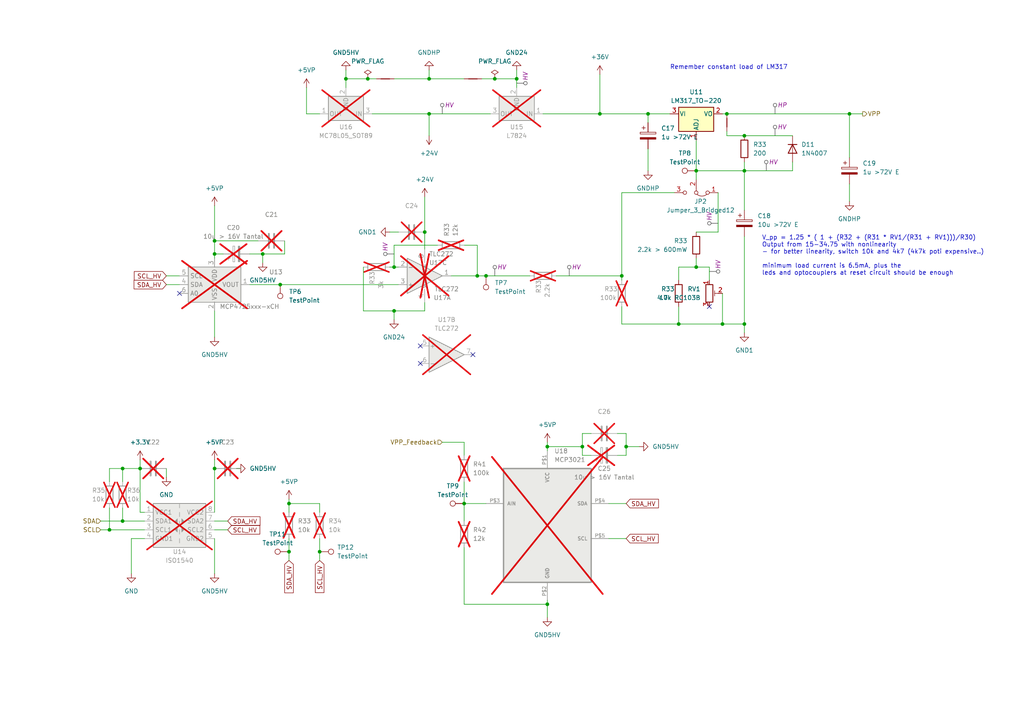
<source format=kicad_sch>
(kicad_sch (version 20230121) (generator eeschema)

  (uuid 2e013c16-afce-43d0-b2f4-6b0484bb623a)

  (paper "A4")

  (title_block
    (title "Xaar 128 Driver")
    (date "2023-12-04")
    (rev "1.0.0")
  )

  (lib_symbols
    (symbol "Amplifier_Operational:TLC272" (pin_names (offset 0.127)) (in_bom yes) (on_board yes)
      (property "Reference" "U" (at 0 5.08 0)
        (effects (font (size 1.27 1.27)) (justify left))
      )
      (property "Value" "TLC272" (at 0 -5.08 0)
        (effects (font (size 1.27 1.27)) (justify left))
      )
      (property "Footprint" "" (at 0 0 0)
        (effects (font (size 1.27 1.27)) hide)
      )
      (property "Datasheet" "http://www.ti.com/lit/ds/symlink/tlc272.pdf" (at 0 0 0)
        (effects (font (size 1.27 1.27)) hide)
      )
      (property "ki_locked" "" (at 0 0 0)
        (effects (font (size 1.27 1.27)))
      )
      (property "ki_keywords" "dual opamp" (at 0 0 0)
        (effects (font (size 1.27 1.27)) hide)
      )
      (property "ki_description" "Dual LinCMOS Precision Dual Operational Amplifiers, DIP-8/SOIC-8/SSOP-8" (at 0 0 0)
        (effects (font (size 1.27 1.27)) hide)
      )
      (property "ki_fp_filters" "SOIC*3.9x4.9mm*P1.27mm* DIP*W7.62mm* TO*99* OnSemi*Micro8* TSSOP*3x3mm*P0.65mm* TSSOP*4.4x3mm*P0.65mm* MSOP*3x3mm*P0.65mm* SSOP*3.9x4.9mm*P0.635mm* LFCSP*2x2mm*P0.5mm* *SIP* SOIC*5.3x6.2mm*P1.27mm*" (at 0 0 0)
        (effects (font (size 1.27 1.27)) hide)
      )
      (symbol "TLC272_1_1"
        (polyline
          (pts
            (xy -5.08 5.08)
            (xy 5.08 0)
            (xy -5.08 -5.08)
            (xy -5.08 5.08)
          )
          (stroke (width 0.254) (type default))
          (fill (type background))
        )
        (pin output line (at 7.62 0 180) (length 2.54)
          (name "~" (effects (font (size 1.27 1.27))))
          (number "1" (effects (font (size 1.27 1.27))))
        )
        (pin input line (at -7.62 -2.54 0) (length 2.54)
          (name "-" (effects (font (size 1.27 1.27))))
          (number "2" (effects (font (size 1.27 1.27))))
        )
        (pin input line (at -7.62 2.54 0) (length 2.54)
          (name "+" (effects (font (size 1.27 1.27))))
          (number "3" (effects (font (size 1.27 1.27))))
        )
      )
      (symbol "TLC272_2_1"
        (polyline
          (pts
            (xy -5.08 5.08)
            (xy 5.08 0)
            (xy -5.08 -5.08)
            (xy -5.08 5.08)
          )
          (stroke (width 0.254) (type default))
          (fill (type background))
        )
        (pin input line (at -7.62 2.54 0) (length 2.54)
          (name "+" (effects (font (size 1.27 1.27))))
          (number "5" (effects (font (size 1.27 1.27))))
        )
        (pin input line (at -7.62 -2.54 0) (length 2.54)
          (name "-" (effects (font (size 1.27 1.27))))
          (number "6" (effects (font (size 1.27 1.27))))
        )
        (pin output line (at 7.62 0 180) (length 2.54)
          (name "~" (effects (font (size 1.27 1.27))))
          (number "7" (effects (font (size 1.27 1.27))))
        )
      )
      (symbol "TLC272_3_1"
        (pin power_in line (at -2.54 -7.62 90) (length 3.81)
          (name "V-" (effects (font (size 1.27 1.27))))
          (number "4" (effects (font (size 1.27 1.27))))
        )
        (pin power_in line (at -2.54 7.62 270) (length 3.81)
          (name "V+" (effects (font (size 1.27 1.27))))
          (number "8" (effects (font (size 1.27 1.27))))
        )
      )
    )
    (symbol "Analog_DAC:MCP4725xxx-xCH" (in_bom yes) (on_board yes)
      (property "Reference" "U" (at -6.35 6.35 0)
        (effects (font (size 1.27 1.27)))
      )
      (property "Value" "MCP4725xxx-xCH" (at 8.89 6.35 0)
        (effects (font (size 1.27 1.27)))
      )
      (property "Footprint" "Package_TO_SOT_SMD:SOT-23-6" (at 0 -6.35 0)
        (effects (font (size 1.27 1.27)) hide)
      )
      (property "Datasheet" "http://ww1.microchip.com/downloads/en/DeviceDoc/22039d.pdf" (at 0 0 0)
        (effects (font (size 1.27 1.27)) hide)
      )
      (property "ki_keywords" "dac twi" (at 0 0 0)
        (effects (font (size 1.27 1.27)) hide)
      )
      (property "ki_description" "12-bit Digital-to-Analog Converter, integrated EEPROM, I2C interface, SOT-23-6" (at 0 0 0)
        (effects (font (size 1.27 1.27)) hide)
      )
      (property "ki_fp_filters" "SOT?23*" (at 0 0 0)
        (effects (font (size 1.27 1.27)) hide)
      )
      (symbol "MCP4725xxx-xCH_0_1"
        (rectangle (start -7.62 5.08) (end 7.62 -5.08)
          (stroke (width 0.254) (type default))
          (fill (type background))
        )
      )
      (symbol "MCP4725xxx-xCH_1_1"
        (pin output line (at 10.16 0 180) (length 2.54)
          (name "VOUT" (effects (font (size 1.27 1.27))))
          (number "1" (effects (font (size 1.27 1.27))))
        )
        (pin power_in line (at 0 -7.62 90) (length 2.54)
          (name "VSS" (effects (font (size 1.27 1.27))))
          (number "2" (effects (font (size 1.27 1.27))))
        )
        (pin power_in line (at 0 7.62 270) (length 2.54)
          (name "VDD" (effects (font (size 1.27 1.27))))
          (number "3" (effects (font (size 1.27 1.27))))
        )
        (pin bidirectional line (at -10.16 0 0) (length 2.54)
          (name "SDA" (effects (font (size 1.27 1.27))))
          (number "4" (effects (font (size 1.27 1.27))))
        )
        (pin input line (at -10.16 2.54 0) (length 2.54)
          (name "SCL" (effects (font (size 1.27 1.27))))
          (number "5" (effects (font (size 1.27 1.27))))
        )
        (pin input line (at -10.16 -2.54 0) (length 2.54)
          (name "A0" (effects (font (size 1.27 1.27))))
          (number "6" (effects (font (size 1.27 1.27))))
        )
      )
    )
    (symbol "Connector:TestPoint" (pin_numbers hide) (pin_names (offset 0.762) hide) (in_bom yes) (on_board yes)
      (property "Reference" "TP" (at 0 6.858 0)
        (effects (font (size 1.27 1.27)))
      )
      (property "Value" "TestPoint" (at 0 5.08 0)
        (effects (font (size 1.27 1.27)))
      )
      (property "Footprint" "" (at 5.08 0 0)
        (effects (font (size 1.27 1.27)) hide)
      )
      (property "Datasheet" "~" (at 5.08 0 0)
        (effects (font (size 1.27 1.27)) hide)
      )
      (property "ki_keywords" "test point tp" (at 0 0 0)
        (effects (font (size 1.27 1.27)) hide)
      )
      (property "ki_description" "test point" (at 0 0 0)
        (effects (font (size 1.27 1.27)) hide)
      )
      (property "ki_fp_filters" "Pin* Test*" (at 0 0 0)
        (effects (font (size 1.27 1.27)) hide)
      )
      (symbol "TestPoint_0_1"
        (circle (center 0 3.302) (radius 0.762)
          (stroke (width 0) (type default))
          (fill (type none))
        )
      )
      (symbol "TestPoint_1_1"
        (pin passive line (at 0 0 90) (length 2.54)
          (name "1" (effects (font (size 1.27 1.27))))
          (number "1" (effects (font (size 1.27 1.27))))
        )
      )
    )
    (symbol "Device:C" (pin_numbers hide) (pin_names (offset 0.254)) (in_bom yes) (on_board yes)
      (property "Reference" "C" (at 0.635 2.54 0)
        (effects (font (size 1.27 1.27)) (justify left))
      )
      (property "Value" "C" (at 0.635 -2.54 0)
        (effects (font (size 1.27 1.27)) (justify left))
      )
      (property "Footprint" "" (at 0.9652 -3.81 0)
        (effects (font (size 1.27 1.27)) hide)
      )
      (property "Datasheet" "~" (at 0 0 0)
        (effects (font (size 1.27 1.27)) hide)
      )
      (property "ki_keywords" "cap capacitor" (at 0 0 0)
        (effects (font (size 1.27 1.27)) hide)
      )
      (property "ki_description" "Unpolarized capacitor" (at 0 0 0)
        (effects (font (size 1.27 1.27)) hide)
      )
      (property "ki_fp_filters" "C_*" (at 0 0 0)
        (effects (font (size 1.27 1.27)) hide)
      )
      (symbol "C_0_1"
        (polyline
          (pts
            (xy -2.032 -0.762)
            (xy 2.032 -0.762)
          )
          (stroke (width 0.508) (type default))
          (fill (type none))
        )
        (polyline
          (pts
            (xy -2.032 0.762)
            (xy 2.032 0.762)
          )
          (stroke (width 0.508) (type default))
          (fill (type none))
        )
      )
      (symbol "C_1_1"
        (pin passive line (at 0 3.81 270) (length 2.794)
          (name "~" (effects (font (size 1.27 1.27))))
          (number "1" (effects (font (size 1.27 1.27))))
        )
        (pin passive line (at 0 -3.81 90) (length 2.794)
          (name "~" (effects (font (size 1.27 1.27))))
          (number "2" (effects (font (size 1.27 1.27))))
        )
      )
    )
    (symbol "Device:C_Polarized" (pin_numbers hide) (pin_names (offset 0.254)) (in_bom yes) (on_board yes)
      (property "Reference" "C" (at 0.635 2.54 0)
        (effects (font (size 1.27 1.27)) (justify left))
      )
      (property "Value" "C_Polarized" (at 0.635 -2.54 0)
        (effects (font (size 1.27 1.27)) (justify left))
      )
      (property "Footprint" "" (at 0.9652 -3.81 0)
        (effects (font (size 1.27 1.27)) hide)
      )
      (property "Datasheet" "~" (at 0 0 0)
        (effects (font (size 1.27 1.27)) hide)
      )
      (property "ki_keywords" "cap capacitor" (at 0 0 0)
        (effects (font (size 1.27 1.27)) hide)
      )
      (property "ki_description" "Polarized capacitor" (at 0 0 0)
        (effects (font (size 1.27 1.27)) hide)
      )
      (property "ki_fp_filters" "CP_*" (at 0 0 0)
        (effects (font (size 1.27 1.27)) hide)
      )
      (symbol "C_Polarized_0_1"
        (rectangle (start -2.286 0.508) (end 2.286 1.016)
          (stroke (width 0) (type default))
          (fill (type none))
        )
        (polyline
          (pts
            (xy -1.778 2.286)
            (xy -0.762 2.286)
          )
          (stroke (width 0) (type default))
          (fill (type none))
        )
        (polyline
          (pts
            (xy -1.27 2.794)
            (xy -1.27 1.778)
          )
          (stroke (width 0) (type default))
          (fill (type none))
        )
        (rectangle (start 2.286 -0.508) (end -2.286 -1.016)
          (stroke (width 0) (type default))
          (fill (type outline))
        )
      )
      (symbol "C_Polarized_1_1"
        (pin passive line (at 0 3.81 270) (length 2.794)
          (name "~" (effects (font (size 1.27 1.27))))
          (number "1" (effects (font (size 1.27 1.27))))
        )
        (pin passive line (at 0 -3.81 90) (length 2.794)
          (name "~" (effects (font (size 1.27 1.27))))
          (number "2" (effects (font (size 1.27 1.27))))
        )
      )
    )
    (symbol "Device:D" (pin_numbers hide) (pin_names (offset 1.016) hide) (in_bom yes) (on_board yes)
      (property "Reference" "D" (at 0 2.54 0)
        (effects (font (size 1.27 1.27)))
      )
      (property "Value" "D" (at 0 -2.54 0)
        (effects (font (size 1.27 1.27)))
      )
      (property "Footprint" "" (at 0 0 0)
        (effects (font (size 1.27 1.27)) hide)
      )
      (property "Datasheet" "~" (at 0 0 0)
        (effects (font (size 1.27 1.27)) hide)
      )
      (property "Sim.Device" "D" (at 0 0 0)
        (effects (font (size 1.27 1.27)) hide)
      )
      (property "Sim.Pins" "1=K 2=A" (at 0 0 0)
        (effects (font (size 1.27 1.27)) hide)
      )
      (property "ki_keywords" "diode" (at 0 0 0)
        (effects (font (size 1.27 1.27)) hide)
      )
      (property "ki_description" "Diode" (at 0 0 0)
        (effects (font (size 1.27 1.27)) hide)
      )
      (property "ki_fp_filters" "TO-???* *_Diode_* *SingleDiode* D_*" (at 0 0 0)
        (effects (font (size 1.27 1.27)) hide)
      )
      (symbol "D_0_1"
        (polyline
          (pts
            (xy -1.27 1.27)
            (xy -1.27 -1.27)
          )
          (stroke (width 0.254) (type default))
          (fill (type none))
        )
        (polyline
          (pts
            (xy 1.27 0)
            (xy -1.27 0)
          )
          (stroke (width 0) (type default))
          (fill (type none))
        )
        (polyline
          (pts
            (xy 1.27 1.27)
            (xy 1.27 -1.27)
            (xy -1.27 0)
            (xy 1.27 1.27)
          )
          (stroke (width 0.254) (type default))
          (fill (type none))
        )
      )
      (symbol "D_1_1"
        (pin passive line (at -3.81 0 0) (length 2.54)
          (name "K" (effects (font (size 1.27 1.27))))
          (number "1" (effects (font (size 1.27 1.27))))
        )
        (pin passive line (at 3.81 0 180) (length 2.54)
          (name "A" (effects (font (size 1.27 1.27))))
          (number "2" (effects (font (size 1.27 1.27))))
        )
      )
    )
    (symbol "Device:NetTie_2" (pin_numbers hide) (pin_names (offset 0) hide) (in_bom no) (on_board yes)
      (property "Reference" "NT" (at 0 1.27 0)
        (effects (font (size 1.27 1.27)))
      )
      (property "Value" "NetTie_2" (at 0 -1.27 0)
        (effects (font (size 1.27 1.27)))
      )
      (property "Footprint" "" (at 0 0 0)
        (effects (font (size 1.27 1.27)) hide)
      )
      (property "Datasheet" "~" (at 0 0 0)
        (effects (font (size 1.27 1.27)) hide)
      )
      (property "ki_keywords" "net tie short" (at 0 0 0)
        (effects (font (size 1.27 1.27)) hide)
      )
      (property "ki_description" "Net tie, 2 pins" (at 0 0 0)
        (effects (font (size 1.27 1.27)) hide)
      )
      (property "ki_fp_filters" "Net*Tie*" (at 0 0 0)
        (effects (font (size 1.27 1.27)) hide)
      )
      (symbol "NetTie_2_0_1"
        (polyline
          (pts
            (xy -1.27 0)
            (xy 1.27 0)
          )
          (stroke (width 0.254) (type default))
          (fill (type none))
        )
      )
      (symbol "NetTie_2_1_1"
        (pin passive line (at -2.54 0 0) (length 2.54)
          (name "1" (effects (font (size 1.27 1.27))))
          (number "1" (effects (font (size 1.27 1.27))))
        )
        (pin passive line (at 2.54 0 180) (length 2.54)
          (name "2" (effects (font (size 1.27 1.27))))
          (number "2" (effects (font (size 1.27 1.27))))
        )
      )
    )
    (symbol "Device:R" (pin_numbers hide) (pin_names (offset 0)) (in_bom yes) (on_board yes)
      (property "Reference" "R" (at 2.032 0 90)
        (effects (font (size 1.27 1.27)))
      )
      (property "Value" "R" (at 0 0 90)
        (effects (font (size 1.27 1.27)))
      )
      (property "Footprint" "" (at -1.778 0 90)
        (effects (font (size 1.27 1.27)) hide)
      )
      (property "Datasheet" "~" (at 0 0 0)
        (effects (font (size 1.27 1.27)) hide)
      )
      (property "ki_keywords" "R res resistor" (at 0 0 0)
        (effects (font (size 1.27 1.27)) hide)
      )
      (property "ki_description" "Resistor" (at 0 0 0)
        (effects (font (size 1.27 1.27)) hide)
      )
      (property "ki_fp_filters" "R_*" (at 0 0 0)
        (effects (font (size 1.27 1.27)) hide)
      )
      (symbol "R_0_1"
        (rectangle (start -1.016 -2.54) (end 1.016 2.54)
          (stroke (width 0.254) (type default))
          (fill (type none))
        )
      )
      (symbol "R_1_1"
        (pin passive line (at 0 3.81 270) (length 1.27)
          (name "~" (effects (font (size 1.27 1.27))))
          (number "1" (effects (font (size 1.27 1.27))))
        )
        (pin passive line (at 0 -3.81 90) (length 1.27)
          (name "~" (effects (font (size 1.27 1.27))))
          (number "2" (effects (font (size 1.27 1.27))))
        )
      )
    )
    (symbol "Device:R_Potentiometer_Trim" (pin_names (offset 1.016) hide) (in_bom yes) (on_board yes)
      (property "Reference" "RV" (at -4.445 0 90)
        (effects (font (size 1.27 1.27)))
      )
      (property "Value" "R_Potentiometer_Trim" (at -2.54 0 90)
        (effects (font (size 1.27 1.27)))
      )
      (property "Footprint" "" (at 0 0 0)
        (effects (font (size 1.27 1.27)) hide)
      )
      (property "Datasheet" "~" (at 0 0 0)
        (effects (font (size 1.27 1.27)) hide)
      )
      (property "ki_keywords" "resistor variable trimpot trimmer" (at 0 0 0)
        (effects (font (size 1.27 1.27)) hide)
      )
      (property "ki_description" "Trim-potentiometer" (at 0 0 0)
        (effects (font (size 1.27 1.27)) hide)
      )
      (property "ki_fp_filters" "Potentiometer*" (at 0 0 0)
        (effects (font (size 1.27 1.27)) hide)
      )
      (symbol "R_Potentiometer_Trim_0_1"
        (polyline
          (pts
            (xy 1.524 0.762)
            (xy 1.524 -0.762)
          )
          (stroke (width 0) (type default))
          (fill (type none))
        )
        (polyline
          (pts
            (xy 2.54 0)
            (xy 1.524 0)
          )
          (stroke (width 0) (type default))
          (fill (type none))
        )
        (rectangle (start 1.016 2.54) (end -1.016 -2.54)
          (stroke (width 0.254) (type default))
          (fill (type none))
        )
      )
      (symbol "R_Potentiometer_Trim_1_1"
        (pin passive line (at 0 3.81 270) (length 1.27)
          (name "1" (effects (font (size 1.27 1.27))))
          (number "1" (effects (font (size 1.27 1.27))))
        )
        (pin passive line (at 3.81 0 180) (length 1.27)
          (name "2" (effects (font (size 1.27 1.27))))
          (number "2" (effects (font (size 1.27 1.27))))
        )
        (pin passive line (at 0 -3.81 90) (length 1.27)
          (name "3" (effects (font (size 1.27 1.27))))
          (number "3" (effects (font (size 1.27 1.27))))
        )
      )
    )
    (symbol "Isolator:ISO1540" (in_bom yes) (on_board yes)
      (property "Reference" "U" (at -6.35 6.35 0)
        (effects (font (size 1.27 1.27)))
      )
      (property "Value" "ISO1540" (at 3.81 6.35 0)
        (effects (font (size 1.27 1.27)))
      )
      (property "Footprint" "Package_SO:SOIC-8_3.9x4.9mm_P1.27mm" (at 0 -8.89 0)
        (effects (font (size 1.27 1.27)) hide)
      )
      (property "Datasheet" "http://www.ti.com/lit/ds/symlink/iso1541.pdf" (at 0 1.27 0)
        (effects (font (size 1.27 1.27)) hide)
      )
      (property "ki_keywords" "digital isolator i2c" (at 0 0 0)
        (effects (font (size 1.27 1.27)) hide)
      )
      (property "ki_description" "I2C Isolator, 2.5 kVrms, Bidirectional clock and data, SOIC-8" (at 0 0 0)
        (effects (font (size 1.27 1.27)) hide)
      )
      (property "ki_fp_filters" "SOIC*3.9x4.9mm*P1.27mm*" (at 0 0 0)
        (effects (font (size 1.27 1.27)) hide)
      )
      (symbol "ISO1540_0_1"
        (rectangle (start -7.62 5.08) (end 7.62 -7.62)
          (stroke (width 0.254) (type default))
          (fill (type background))
        )
        (rectangle (start 0 -5.08) (end 0 -6.35)
          (stroke (width 0) (type default))
          (fill (type none))
        )
        (polyline
          (pts
            (xy 0 -2.54)
            (xy 0 -3.81)
          )
          (stroke (width 0) (type default))
          (fill (type none))
        )
        (polyline
          (pts
            (xy 0 0)
            (xy 0 -1.27)
          )
          (stroke (width 0) (type default))
          (fill (type none))
        )
        (polyline
          (pts
            (xy 0 2.54)
            (xy 0 1.27)
          )
          (stroke (width 0) (type default))
          (fill (type none))
        )
        (polyline
          (pts
            (xy 0 5.08)
            (xy 0 3.81)
          )
          (stroke (width 0) (type default))
          (fill (type none))
        )
        (polyline
          (pts
            (xy -0.635 0.635)
            (xy -1.27 0)
            (xy -0.635 -0.635)
            (xy -0.635 0.635)
          )
          (stroke (width 0) (type default))
          (fill (type outline))
        )
        (polyline
          (pts
            (xy 0.635 -1.905)
            (xy 1.27 -2.54)
            (xy 0.635 -3.175)
            (xy 0.635 -1.905)
          )
          (stroke (width 0) (type default))
          (fill (type outline))
        )
        (polyline
          (pts
            (xy 0.635 0.635)
            (xy 1.27 0)
            (xy 0.635 -0.635)
            (xy 0.635 0.635)
          )
          (stroke (width 0) (type default))
          (fill (type outline))
        )
      )
      (symbol "ISO1540_1_1"
        (polyline
          (pts
            (xy -0.635 -1.905)
            (xy -1.27 -2.54)
            (xy -0.635 -3.175)
            (xy -0.635 -1.905)
          )
          (stroke (width 0) (type default))
          (fill (type outline))
        )
        (pin power_in line (at -10.16 2.54 0) (length 2.54)
          (name "VCC1" (effects (font (size 1.27 1.27))))
          (number "1" (effects (font (size 1.27 1.27))))
        )
        (pin bidirectional line (at -10.16 0 0) (length 2.54)
          (name "SDA1" (effects (font (size 1.27 1.27))))
          (number "2" (effects (font (size 1.27 1.27))))
        )
        (pin bidirectional line (at -10.16 -2.54 0) (length 2.54)
          (name "SCL1" (effects (font (size 1.27 1.27))))
          (number "3" (effects (font (size 1.27 1.27))))
        )
        (pin power_in line (at -10.16 -5.08 0) (length 2.54)
          (name "GND1" (effects (font (size 1.27 1.27))))
          (number "4" (effects (font (size 1.27 1.27))))
        )
        (pin power_in line (at 10.16 -5.08 180) (length 2.54)
          (name "GND2" (effects (font (size 1.27 1.27))))
          (number "5" (effects (font (size 1.27 1.27))))
        )
        (pin bidirectional line (at 10.16 -2.54 180) (length 2.54)
          (name "SCL2" (effects (font (size 1.27 1.27))))
          (number "6" (effects (font (size 1.27 1.27))))
        )
        (pin bidirectional line (at 10.16 0 180) (length 2.54)
          (name "SDA2" (effects (font (size 1.27 1.27))))
          (number "7" (effects (font (size 1.27 1.27))))
        )
        (pin power_in line (at 10.16 2.54 180) (length 2.54)
          (name "VCC2" (effects (font (size 1.27 1.27))))
          (number "8" (effects (font (size 1.27 1.27))))
        )
      )
    )
    (symbol "Jumper:Jumper_3_Bridged12" (pin_names (offset 0) hide) (in_bom yes) (on_board yes)
      (property "Reference" "JP" (at -2.54 -2.54 0)
        (effects (font (size 1.27 1.27)))
      )
      (property "Value" "Jumper_3_Bridged12" (at 0 2.794 0)
        (effects (font (size 1.27 1.27)))
      )
      (property "Footprint" "" (at 0 0 0)
        (effects (font (size 1.27 1.27)) hide)
      )
      (property "Datasheet" "~" (at 0 0 0)
        (effects (font (size 1.27 1.27)) hide)
      )
      (property "ki_keywords" "Jumper SPDT" (at 0 0 0)
        (effects (font (size 1.27 1.27)) hide)
      )
      (property "ki_description" "Jumper, 3-pole, pins 1+2 closed/bridged" (at 0 0 0)
        (effects (font (size 1.27 1.27)) hide)
      )
      (property "ki_fp_filters" "Jumper* TestPoint*3Pads* TestPoint*Bridge*" (at 0 0 0)
        (effects (font (size 1.27 1.27)) hide)
      )
      (symbol "Jumper_3_Bridged12_0_0"
        (circle (center -3.302 0) (radius 0.508)
          (stroke (width 0) (type default))
          (fill (type none))
        )
        (circle (center 0 0) (radius 0.508)
          (stroke (width 0) (type default))
          (fill (type none))
        )
        (circle (center 3.302 0) (radius 0.508)
          (stroke (width 0) (type default))
          (fill (type none))
        )
      )
      (symbol "Jumper_3_Bridged12_0_1"
        (arc (start -0.254 0.508) (mid -1.651 0.9912) (end -3.048 0.508)
          (stroke (width 0) (type default))
          (fill (type none))
        )
        (polyline
          (pts
            (xy 0 -1.27)
            (xy 0 -0.508)
          )
          (stroke (width 0) (type default))
          (fill (type none))
        )
      )
      (symbol "Jumper_3_Bridged12_1_1"
        (pin passive line (at -6.35 0 0) (length 2.54)
          (name "A" (effects (font (size 1.27 1.27))))
          (number "1" (effects (font (size 1.27 1.27))))
        )
        (pin passive line (at 0 -3.81 90) (length 2.54)
          (name "C" (effects (font (size 1.27 1.27))))
          (number "2" (effects (font (size 1.27 1.27))))
        )
        (pin passive line (at 6.35 0 180) (length 2.54)
          (name "B" (effects (font (size 1.27 1.27))))
          (number "3" (effects (font (size 1.27 1.27))))
        )
      )
    )
    (symbol "MCP3021:MCP3021" (pin_names (offset 1.016)) (in_bom yes) (on_board yes)
      (property "Reference" "U" (at 0 0 0)
        (effects (font (size 1.27 1.27)) (justify bottom))
      )
      (property "Value" "MCP3021" (at 0 0 0)
        (effects (font (size 1.27 1.27)) (justify bottom))
      )
      (property "Footprint" "MCP3021:SOT-23" (at 0 0 0)
        (effects (font (size 1.27 1.27)) (justify bottom) hide)
      )
      (property "Datasheet" "" (at 0 0 0)
        (effects (font (size 1.27 1.27)) hide)
      )
      (property "MF" "RCA" (at 0 0 0)
        (effects (font (size 1.27 1.27)) (justify bottom) hide)
      )
      (property "Description" "\n10 Bit Analog to Digital Converter 1 Input 1 SAR SOT-23-5\n" (at 0 0 0)
        (effects (font (size 1.27 1.27)) (justify bottom) hide)
      )
      (property "Package" "SOT-753 RCA" (at 0 0 0)
        (effects (font (size 1.27 1.27)) (justify bottom) hide)
      )
      (property "Price" "None" (at 0 0 0)
        (effects (font (size 1.27 1.27)) (justify bottom) hide)
      )
      (property "SnapEDA_Link" "https://www.snapeda.com/parts/MCP3021/RCA/view-part/?ref=snap" (at 0 0 0)
        (effects (font (size 1.27 1.27)) (justify bottom) hide)
      )
      (property "MP" "MCP3021" (at 0 0 0)
        (effects (font (size 1.27 1.27)) (justify bottom) hide)
      )
      (property "Availability" "Not in stock" (at 0 0 0)
        (effects (font (size 1.27 1.27)) (justify bottom) hide)
      )
      (property "Check_prices" "https://www.snapeda.com/parts/MCP3021/RCA/view-part/?ref=eda" (at 0 0 0)
        (effects (font (size 1.27 1.27)) (justify bottom) hide)
      )
      (symbol "MCP3021_0_0"
        (rectangle (start -12.7 17.78) (end 12.7 -15.24)
          (stroke (width 0.4064) (type default))
          (fill (type background))
        )
        (pin bidirectional line (at -17.78 7.62 0) (length 5.08)
          (name "AIN" (effects (font (size 1.016 1.016))))
          (number "P$3" (effects (font (size 1.016 1.016))))
        )
        (pin bidirectional line (at 17.78 7.62 180) (length 5.08)
          (name "SDA" (effects (font (size 1.016 1.016))))
          (number "P$4" (effects (font (size 1.016 1.016))))
        )
        (pin bidirectional line (at 17.78 -2.54 180) (length 5.08)
          (name "SCL" (effects (font (size 1.016 1.016))))
          (number "P$5" (effects (font (size 1.016 1.016))))
        )
      )
      (symbol "MCP3021_1_0"
        (pin power_in line (at 0 22.86 270) (length 5.08)
          (name "VCC" (effects (font (size 1.016 1.016))))
          (number "P$1" (effects (font (size 1.016 1.016))))
        )
        (pin power_in line (at 0 -20.32 90) (length 5.08)
          (name "GND" (effects (font (size 1.016 1.016))))
          (number "P$2" (effects (font (size 1.016 1.016))))
        )
      )
    )
    (symbol "Regulator_Linear:L7824" (pin_names (offset 0.254)) (in_bom yes) (on_board yes)
      (property "Reference" "U" (at -3.81 3.175 0)
        (effects (font (size 1.27 1.27)))
      )
      (property "Value" "L7824" (at 0 3.175 0)
        (effects (font (size 1.27 1.27)) (justify left))
      )
      (property "Footprint" "" (at 0.635 -3.81 0)
        (effects (font (size 1.27 1.27) italic) (justify left) hide)
      )
      (property "Datasheet" "http://www.st.com/content/ccc/resource/technical/document/datasheet/41/4f/b3/b0/12/d4/47/88/CD00000444.pdf/files/CD00000444.pdf/jcr:content/translations/en.CD00000444.pdf" (at 0 -1.27 0)
        (effects (font (size 1.27 1.27)) hide)
      )
      (property "ki_keywords" "Voltage Regulator 1.5A Positive" (at 0 0 0)
        (effects (font (size 1.27 1.27)) hide)
      )
      (property "ki_description" "Positive 1.5A 40V Linear Regulator, Fixed Output 24V, TO-220/TO-263/TO-252" (at 0 0 0)
        (effects (font (size 1.27 1.27)) hide)
      )
      (property "ki_fp_filters" "TO?252* TO?263* TO?220*" (at 0 0 0)
        (effects (font (size 1.27 1.27)) hide)
      )
      (symbol "L7824_0_1"
        (rectangle (start -5.08 1.905) (end 5.08 -5.08)
          (stroke (width 0.254) (type default))
          (fill (type background))
        )
      )
      (symbol "L7824_1_1"
        (pin power_in line (at -7.62 0 0) (length 2.54)
          (name "IN" (effects (font (size 1.27 1.27))))
          (number "1" (effects (font (size 1.27 1.27))))
        )
        (pin power_in line (at 0 -7.62 90) (length 2.54)
          (name "GND" (effects (font (size 1.27 1.27))))
          (number "2" (effects (font (size 1.27 1.27))))
        )
        (pin power_out line (at 7.62 0 180) (length 2.54)
          (name "OUT" (effects (font (size 1.27 1.27))))
          (number "3" (effects (font (size 1.27 1.27))))
        )
      )
    )
    (symbol "Regulator_Linear:LM317_TO-220" (pin_names (offset 0.254)) (in_bom yes) (on_board yes)
      (property "Reference" "U" (at -3.81 3.175 0)
        (effects (font (size 1.27 1.27)))
      )
      (property "Value" "LM317_TO-220" (at 0 3.175 0)
        (effects (font (size 1.27 1.27)) (justify left))
      )
      (property "Footprint" "Package_TO_SOT_THT:TO-220-3_Vertical" (at 0 6.35 0)
        (effects (font (size 1.27 1.27) italic) hide)
      )
      (property "Datasheet" "http://www.ti.com/lit/ds/symlink/lm317.pdf" (at 0 0 0)
        (effects (font (size 1.27 1.27)) hide)
      )
      (property "ki_keywords" "Adjustable Voltage Regulator 1A Positive" (at 0 0 0)
        (effects (font (size 1.27 1.27)) hide)
      )
      (property "ki_description" "1.5A 35V Adjustable Linear Regulator, TO-220" (at 0 0 0)
        (effects (font (size 1.27 1.27)) hide)
      )
      (property "ki_fp_filters" "TO?220*" (at 0 0 0)
        (effects (font (size 1.27 1.27)) hide)
      )
      (symbol "LM317_TO-220_0_1"
        (rectangle (start -5.08 1.905) (end 5.08 -5.08)
          (stroke (width 0.254) (type default))
          (fill (type background))
        )
      )
      (symbol "LM317_TO-220_1_1"
        (pin input line (at 0 -7.62 90) (length 2.54)
          (name "ADJ" (effects (font (size 1.27 1.27))))
          (number "1" (effects (font (size 1.27 1.27))))
        )
        (pin power_out line (at 7.62 0 180) (length 2.54)
          (name "VO" (effects (font (size 1.27 1.27))))
          (number "2" (effects (font (size 1.27 1.27))))
        )
        (pin power_in line (at -7.62 0 0) (length 2.54)
          (name "VI" (effects (font (size 1.27 1.27))))
          (number "3" (effects (font (size 1.27 1.27))))
        )
      )
    )
    (symbol "Regulator_Linear:MC78L05_SOT89" (pin_names (offset 0.254)) (in_bom yes) (on_board yes)
      (property "Reference" "U" (at -3.81 3.175 0)
        (effects (font (size 1.27 1.27)))
      )
      (property "Value" "MC78L05_SOT89" (at -0.635 3.175 0)
        (effects (font (size 1.27 1.27)) (justify left))
      )
      (property "Footprint" "Package_TO_SOT_SMD:SOT-89-3" (at 0 5.08 0)
        (effects (font (size 1.27 1.27) italic) hide)
      )
      (property "Datasheet" "https://www.onsemi.com/pub/Collateral/MC78L00A-D.PDF" (at 0 -1.27 0)
        (effects (font (size 1.27 1.27)) hide)
      )
      (property "ki_keywords" "Voltage Regulator 100mA Positive" (at 0 0 0)
        (effects (font (size 1.27 1.27)) hide)
      )
      (property "ki_description" "Positive 100mA 30V Linear Regulator, Fixed Output 5V, SOT-89" (at 0 0 0)
        (effects (font (size 1.27 1.27)) hide)
      )
      (property "ki_fp_filters" "SOT?89*" (at 0 0 0)
        (effects (font (size 1.27 1.27)) hide)
      )
      (symbol "MC78L05_SOT89_0_1"
        (rectangle (start -5.08 1.905) (end 5.08 -5.08)
          (stroke (width 0.254) (type default))
          (fill (type background))
        )
      )
      (symbol "MC78L05_SOT89_1_1"
        (pin power_out line (at 7.62 0 180) (length 2.54)
          (name "OUT" (effects (font (size 1.27 1.27))))
          (number "1" (effects (font (size 1.27 1.27))))
        )
        (pin power_in line (at 0 -7.62 90) (length 2.54)
          (name "GND" (effects (font (size 1.27 1.27))))
          (number "2" (effects (font (size 1.27 1.27))))
        )
        (pin power_in line (at -7.62 0 0) (length 2.54)
          (name "IN" (effects (font (size 1.27 1.27))))
          (number "3" (effects (font (size 1.27 1.27))))
        )
      )
    )
    (symbol "Xaar_Driver:GND24" (power) (pin_names (offset 0)) (in_bom yes) (on_board yes)
      (property "Reference" "#PWR" (at 0 -6.35 0)
        (effects (font (size 1.27 1.27)) hide)
      )
      (property "Value" "GND24" (at 0 -3.81 0)
        (effects (font (size 1.27 1.27)))
      )
      (property "Footprint" "" (at 0 0 0)
        (effects (font (size 1.27 1.27)) hide)
      )
      (property "Datasheet" "" (at 0 0 0)
        (effects (font (size 1.27 1.27)) hide)
      )
      (property "ki_keywords" "global power" (at 0 0 0)
        (effects (font (size 1.27 1.27)) hide)
      )
      (property "ki_description" "Power symbol creates a global label with name \"GND\" , ground" (at 0 0 0)
        (effects (font (size 1.27 1.27)) hide)
      )
      (symbol "GND24_0_1"
        (polyline
          (pts
            (xy 0 0)
            (xy 0 -1.27)
            (xy 1.27 -1.27)
            (xy 0 -2.54)
            (xy -1.27 -1.27)
            (xy 0 -1.27)
          )
          (stroke (width 0) (type default))
          (fill (type none))
        )
      )
      (symbol "GND24_1_1"
        (pin power_in line (at 0 0 270) (length 0) hide
          (name "GND24" (effects (font (size 1.27 1.27))))
          (number "1" (effects (font (size 1.27 1.27))))
        )
      )
    )
    (symbol "Xaar_Driver:GND5HV" (power) (pin_names (offset 0)) (in_bom yes) (on_board yes)
      (property "Reference" "#PWR" (at 0 -6.35 0)
        (effects (font (size 1.27 1.27)) hide)
      )
      (property "Value" "GND5HV" (at 0 -3.81 0)
        (effects (font (size 1.27 1.27)))
      )
      (property "Footprint" "" (at 0 0 0)
        (effects (font (size 1.27 1.27)) hide)
      )
      (property "Datasheet" "" (at 0 0 0)
        (effects (font (size 1.27 1.27)) hide)
      )
      (property "ki_keywords" "global power" (at 0 0 0)
        (effects (font (size 1.27 1.27)) hide)
      )
      (property "ki_description" "Power symbol creates a global label with name \"GND\" , ground" (at 0 0 0)
        (effects (font (size 1.27 1.27)) hide)
      )
      (symbol "GND5HV_0_1"
        (polyline
          (pts
            (xy 0 0)
            (xy 0 -1.27)
            (xy 1.27 -1.27)
            (xy 0 -2.54)
            (xy -1.27 -1.27)
            (xy 0 -1.27)
          )
          (stroke (width 0) (type default))
          (fill (type none))
        )
      )
      (symbol "GND5HV_1_1"
        (pin power_in line (at 0 0 270) (length 0) hide
          (name "GND5HV" (effects (font (size 1.27 1.27))))
          (number "1" (effects (font (size 1.27 1.27))))
        )
      )
    )
    (symbol "Xaar_Driver:GNDHP" (power) (pin_names (offset 0)) (in_bom yes) (on_board yes)
      (property "Reference" "#PWR" (at 0 -6.35 0)
        (effects (font (size 1.27 1.27)) hide)
      )
      (property "Value" "GNDHP" (at 0 -3.81 0)
        (effects (font (size 1.27 1.27)))
      )
      (property "Footprint" "" (at 0 0 0)
        (effects (font (size 1.27 1.27)) hide)
      )
      (property "Datasheet" "" (at 0 0 0)
        (effects (font (size 1.27 1.27)) hide)
      )
      (property "ki_keywords" "global power" (at 0 0 0)
        (effects (font (size 1.27 1.27)) hide)
      )
      (property "ki_description" "Power symbol creates a global label with name \"GND\" , ground" (at 0 0 0)
        (effects (font (size 1.27 1.27)) hide)
      )
      (symbol "GNDHP_0_1"
        (polyline
          (pts
            (xy 0 0)
            (xy 0 -1.27)
            (xy 1.27 -1.27)
            (xy 0 -2.54)
            (xy -1.27 -1.27)
            (xy 0 -1.27)
          )
          (stroke (width 0) (type default))
          (fill (type none))
        )
      )
      (symbol "GNDHP_1_1"
        (pin power_in line (at 0 0 270) (length 0) hide
          (name "GNDHP" (effects (font (size 1.27 1.27))))
          (number "1" (effects (font (size 1.27 1.27))))
        )
      )
    )
    (symbol "power:+24V" (power) (pin_names (offset 0)) (in_bom yes) (on_board yes)
      (property "Reference" "#PWR" (at 0 -3.81 0)
        (effects (font (size 1.27 1.27)) hide)
      )
      (property "Value" "+24V" (at 0 3.556 0)
        (effects (font (size 1.27 1.27)))
      )
      (property "Footprint" "" (at 0 0 0)
        (effects (font (size 1.27 1.27)) hide)
      )
      (property "Datasheet" "" (at 0 0 0)
        (effects (font (size 1.27 1.27)) hide)
      )
      (property "ki_keywords" "global power" (at 0 0 0)
        (effects (font (size 1.27 1.27)) hide)
      )
      (property "ki_description" "Power symbol creates a global label with name \"+24V\"" (at 0 0 0)
        (effects (font (size 1.27 1.27)) hide)
      )
      (symbol "+24V_0_1"
        (polyline
          (pts
            (xy -0.762 1.27)
            (xy 0 2.54)
          )
          (stroke (width 0) (type default))
          (fill (type none))
        )
        (polyline
          (pts
            (xy 0 0)
            (xy 0 2.54)
          )
          (stroke (width 0) (type default))
          (fill (type none))
        )
        (polyline
          (pts
            (xy 0 2.54)
            (xy 0.762 1.27)
          )
          (stroke (width 0) (type default))
          (fill (type none))
        )
      )
      (symbol "+24V_1_1"
        (pin power_in line (at 0 0 90) (length 0) hide
          (name "+24V" (effects (font (size 1.27 1.27))))
          (number "1" (effects (font (size 1.27 1.27))))
        )
      )
    )
    (symbol "power:+3.3V" (power) (pin_names (offset 0)) (in_bom yes) (on_board yes)
      (property "Reference" "#PWR" (at 0 -3.81 0)
        (effects (font (size 1.27 1.27)) hide)
      )
      (property "Value" "+3.3V" (at 0 3.556 0)
        (effects (font (size 1.27 1.27)))
      )
      (property "Footprint" "" (at 0 0 0)
        (effects (font (size 1.27 1.27)) hide)
      )
      (property "Datasheet" "" (at 0 0 0)
        (effects (font (size 1.27 1.27)) hide)
      )
      (property "ki_keywords" "global power" (at 0 0 0)
        (effects (font (size 1.27 1.27)) hide)
      )
      (property "ki_description" "Power symbol creates a global label with name \"+3.3V\"" (at 0 0 0)
        (effects (font (size 1.27 1.27)) hide)
      )
      (symbol "+3.3V_0_1"
        (polyline
          (pts
            (xy -0.762 1.27)
            (xy 0 2.54)
          )
          (stroke (width 0) (type default))
          (fill (type none))
        )
        (polyline
          (pts
            (xy 0 0)
            (xy 0 2.54)
          )
          (stroke (width 0) (type default))
          (fill (type none))
        )
        (polyline
          (pts
            (xy 0 2.54)
            (xy 0.762 1.27)
          )
          (stroke (width 0) (type default))
          (fill (type none))
        )
      )
      (symbol "+3.3V_1_1"
        (pin power_in line (at 0 0 90) (length 0) hide
          (name "+3.3V" (effects (font (size 1.27 1.27))))
          (number "1" (effects (font (size 1.27 1.27))))
        )
      )
    )
    (symbol "power:+36V" (power) (pin_names (offset 0)) (in_bom yes) (on_board yes)
      (property "Reference" "#PWR" (at 0 -3.81 0)
        (effects (font (size 1.27 1.27)) hide)
      )
      (property "Value" "+36V" (at 0 3.556 0)
        (effects (font (size 1.27 1.27)))
      )
      (property "Footprint" "" (at 0 0 0)
        (effects (font (size 1.27 1.27)) hide)
      )
      (property "Datasheet" "" (at 0 0 0)
        (effects (font (size 1.27 1.27)) hide)
      )
      (property "ki_keywords" "global power" (at 0 0 0)
        (effects (font (size 1.27 1.27)) hide)
      )
      (property "ki_description" "Power symbol creates a global label with name \"+36V\"" (at 0 0 0)
        (effects (font (size 1.27 1.27)) hide)
      )
      (symbol "+36V_0_1"
        (polyline
          (pts
            (xy -0.762 1.27)
            (xy 0 2.54)
          )
          (stroke (width 0) (type default))
          (fill (type none))
        )
        (polyline
          (pts
            (xy 0 0)
            (xy 0 2.54)
          )
          (stroke (width 0) (type default))
          (fill (type none))
        )
        (polyline
          (pts
            (xy 0 2.54)
            (xy 0.762 1.27)
          )
          (stroke (width 0) (type default))
          (fill (type none))
        )
      )
      (symbol "+36V_1_1"
        (pin power_in line (at 0 0 90) (length 0) hide
          (name "+36V" (effects (font (size 1.27 1.27))))
          (number "1" (effects (font (size 1.27 1.27))))
        )
      )
    )
    (symbol "power:+5VP" (power) (pin_names (offset 0)) (in_bom yes) (on_board yes)
      (property "Reference" "#PWR" (at 0 -3.81 0)
        (effects (font (size 1.27 1.27)) hide)
      )
      (property "Value" "+5VP" (at 0 3.556 0)
        (effects (font (size 1.27 1.27)))
      )
      (property "Footprint" "" (at 0 0 0)
        (effects (font (size 1.27 1.27)) hide)
      )
      (property "Datasheet" "" (at 0 0 0)
        (effects (font (size 1.27 1.27)) hide)
      )
      (property "ki_keywords" "global power" (at 0 0 0)
        (effects (font (size 1.27 1.27)) hide)
      )
      (property "ki_description" "Power symbol creates a global label with name \"+5VP\"" (at 0 0 0)
        (effects (font (size 1.27 1.27)) hide)
      )
      (symbol "+5VP_0_1"
        (polyline
          (pts
            (xy -0.762 1.27)
            (xy 0 2.54)
          )
          (stroke (width 0) (type default))
          (fill (type none))
        )
        (polyline
          (pts
            (xy 0 0)
            (xy 0 2.54)
          )
          (stroke (width 0) (type default))
          (fill (type none))
        )
        (polyline
          (pts
            (xy 0 2.54)
            (xy 0.762 1.27)
          )
          (stroke (width 0) (type default))
          (fill (type none))
        )
      )
      (symbol "+5VP_1_1"
        (pin power_in line (at 0 0 90) (length 0) hide
          (name "+5VP" (effects (font (size 1.27 1.27))))
          (number "1" (effects (font (size 1.27 1.27))))
        )
      )
    )
    (symbol "power:GND" (power) (pin_names (offset 0)) (in_bom yes) (on_board yes)
      (property "Reference" "#PWR" (at 0 -6.35 0)
        (effects (font (size 1.27 1.27)) hide)
      )
      (property "Value" "GND" (at 0 -3.81 0)
        (effects (font (size 1.27 1.27)))
      )
      (property "Footprint" "" (at 0 0 0)
        (effects (font (size 1.27 1.27)) hide)
      )
      (property "Datasheet" "" (at 0 0 0)
        (effects (font (size 1.27 1.27)) hide)
      )
      (property "ki_keywords" "global power" (at 0 0 0)
        (effects (font (size 1.27 1.27)) hide)
      )
      (property "ki_description" "Power symbol creates a global label with name \"GND\" , ground" (at 0 0 0)
        (effects (font (size 1.27 1.27)) hide)
      )
      (symbol "GND_0_1"
        (polyline
          (pts
            (xy 0 0)
            (xy 0 -1.27)
            (xy 1.27 -1.27)
            (xy 0 -2.54)
            (xy -1.27 -1.27)
            (xy 0 -1.27)
          )
          (stroke (width 0) (type default))
          (fill (type none))
        )
      )
      (symbol "GND_1_1"
        (pin power_in line (at 0 0 270) (length 0) hide
          (name "GND" (effects (font (size 1.27 1.27))))
          (number "1" (effects (font (size 1.27 1.27))))
        )
      )
    )
    (symbol "power:GND1" (power) (pin_names (offset 0)) (in_bom yes) (on_board yes)
      (property "Reference" "#PWR" (at 0 -6.35 0)
        (effects (font (size 1.27 1.27)) hide)
      )
      (property "Value" "GND1" (at 0 -3.81 0)
        (effects (font (size 1.27 1.27)))
      )
      (property "Footprint" "" (at 0 0 0)
        (effects (font (size 1.27 1.27)) hide)
      )
      (property "Datasheet" "" (at 0 0 0)
        (effects (font (size 1.27 1.27)) hide)
      )
      (property "ki_keywords" "global power" (at 0 0 0)
        (effects (font (size 1.27 1.27)) hide)
      )
      (property "ki_description" "Power symbol creates a global label with name \"GND1\" , ground" (at 0 0 0)
        (effects (font (size 1.27 1.27)) hide)
      )
      (symbol "GND1_0_1"
        (polyline
          (pts
            (xy 0 0)
            (xy 0 -1.27)
            (xy 1.27 -1.27)
            (xy 0 -2.54)
            (xy -1.27 -1.27)
            (xy 0 -1.27)
          )
          (stroke (width 0) (type default))
          (fill (type none))
        )
      )
      (symbol "GND1_1_1"
        (pin power_in line (at 0 0 270) (length 0) hide
          (name "GND1" (effects (font (size 1.27 1.27))))
          (number "1" (effects (font (size 1.27 1.27))))
        )
      )
    )
    (symbol "power:PWR_FLAG" (power) (pin_numbers hide) (pin_names (offset 0) hide) (in_bom yes) (on_board yes)
      (property "Reference" "#FLG" (at 0 1.905 0)
        (effects (font (size 1.27 1.27)) hide)
      )
      (property "Value" "PWR_FLAG" (at 0 3.81 0)
        (effects (font (size 1.27 1.27)))
      )
      (property "Footprint" "" (at 0 0 0)
        (effects (font (size 1.27 1.27)) hide)
      )
      (property "Datasheet" "~" (at 0 0 0)
        (effects (font (size 1.27 1.27)) hide)
      )
      (property "ki_keywords" "flag power" (at 0 0 0)
        (effects (font (size 1.27 1.27)) hide)
      )
      (property "ki_description" "Special symbol for telling ERC where power comes from" (at 0 0 0)
        (effects (font (size 1.27 1.27)) hide)
      )
      (symbol "PWR_FLAG_0_0"
        (pin power_out line (at 0 0 90) (length 0)
          (name "pwr" (effects (font (size 1.27 1.27))))
          (number "1" (effects (font (size 1.27 1.27))))
        )
      )
      (symbol "PWR_FLAG_0_1"
        (polyline
          (pts
            (xy 0 0)
            (xy 0 1.27)
            (xy -1.016 1.905)
            (xy 0 2.54)
            (xy 1.016 1.905)
            (xy 0 1.27)
          )
          (stroke (width 0) (type default))
          (fill (type none))
        )
      )
    )
  )

  (junction (at 180.34 80.01) (diameter 0) (color 0 0 0 0)
    (uuid 02b9e7fb-94ce-43ae-bab1-2224e6df6bcc)
  )
  (junction (at 123.19 67.31) (diameter 0) (color 0 0 0 0)
    (uuid 04f48f3c-9666-46e8-83ff-2fe2a4f6f063)
  )
  (junction (at 100.33 22.86) (diameter 0) (color 0 0 0 0)
    (uuid 0a973c26-5a28-404e-92d9-42347ce6aa5a)
  )
  (junction (at 215.9 93.98) (diameter 0) (color 0 0 0 0)
    (uuid 0d91fa80-d0d8-4cdf-bdb7-79616c66b1a7)
  )
  (junction (at 149.86 22.86) (diameter 0) (color 0 0 0 0)
    (uuid 11ae6ee3-8c96-4d6a-a311-b7bfa242b49d)
  )
  (junction (at 168.91 129.54) (diameter 0) (color 0 0 0 0)
    (uuid 13ce9833-424d-4a17-b3c3-abee57ceb25d)
  )
  (junction (at 210.82 33.02) (diameter 0) (color 0 0 0 0)
    (uuid 23b6691d-462c-4b83-93a0-0781f97231c8)
  )
  (junction (at 124.46 22.86) (diameter 0) (color 0 0 0 0)
    (uuid 284b3041-bc58-4f94-a45f-7851a9688e3a)
  )
  (junction (at 158.75 129.54) (diameter 0) (color 0 0 0 0)
    (uuid 2c903773-9f53-4193-9a48-694277d80694)
  )
  (junction (at 35.56 135.89) (diameter 0) (color 0 0 0 0)
    (uuid 2da7e7b7-e7ad-41f6-9051-26353095039e)
  )
  (junction (at 106.68 22.86) (diameter 0) (color 0 0 0 0)
    (uuid 2de557b6-035f-4425-899e-5bfdcea5cda7)
  )
  (junction (at 83.82 146.05) (diameter 0) (color 0 0 0 0)
    (uuid 30c84d15-4004-4d0b-ba05-5eea44f68546)
  )
  (junction (at 114.3 90.17) (diameter 0) (color 0 0 0 0)
    (uuid 36343f62-800f-4771-ad8a-2d5e1847c3d7)
  )
  (junction (at 62.23 135.89) (diameter 0) (color 0 0 0 0)
    (uuid 3b270e12-bb6d-478b-989a-4a37d1a8bdc2)
  )
  (junction (at 196.85 93.98) (diameter 0) (color 0 0 0 0)
    (uuid 3db3c8ac-0dc4-41ba-a49d-e76aefbb494b)
  )
  (junction (at 187.96 33.02) (diameter 0) (color 0 0 0 0)
    (uuid 408cee50-3ed5-4a3f-8ae1-a16c030802c1)
  )
  (junction (at 143.51 22.86) (diameter 0) (color 0 0 0 0)
    (uuid 475420dc-c7d3-4b3c-ae9c-013ad46bcd21)
  )
  (junction (at 40.64 135.89) (diameter 0) (color 0 0 0 0)
    (uuid 4968d05b-aa59-4220-af7d-12f3bf332abb)
  )
  (junction (at 201.93 77.47) (diameter 0) (color 0 0 0 0)
    (uuid 5ed6f172-d20a-4477-ad6d-c836b4e8d30d)
  )
  (junction (at 201.93 49.53) (diameter 0) (color 0 0 0 0)
    (uuid 67510021-2cf8-4cba-8549-9f2fb933931a)
  )
  (junction (at 173.99 33.02) (diameter 0) (color 0 0 0 0)
    (uuid 69e23eb8-3619-412c-976d-b0bce14170e2)
  )
  (junction (at 209.55 93.98) (diameter 0) (color 0 0 0 0)
    (uuid 704c11ff-2e5a-4c0d-80ac-579714e93cb5)
  )
  (junction (at 215.9 39.37) (diameter 0) (color 0 0 0 0)
    (uuid 78380dc8-59e7-4e55-819d-d665136ad76e)
  )
  (junction (at 140.97 80.01) (diameter 0) (color 0 0 0 0)
    (uuid 8ad97508-9c08-4ef8-839a-38a5ca26e584)
  )
  (junction (at 246.38 33.02) (diameter 0) (color 0 0 0 0)
    (uuid 8c8f3be6-c864-410b-a898-3af109317388)
  )
  (junction (at 158.75 175.26) (diameter 0) (color 0 0 0 0)
    (uuid 8ec30a73-ba9d-4944-b6fd-fde8eaa4c1a6)
  )
  (junction (at 114.3 77.47) (diameter 0) (color 0 0 0 0)
    (uuid 93febbe4-d972-40bb-81ab-f445fb6c1e7c)
  )
  (junction (at 76.2 73.66) (diameter 0) (color 0 0 0 0)
    (uuid 98d3492c-baa9-4fa1-b801-46674b465e23)
  )
  (junction (at 81.28 82.55) (diameter 0) (color 0 0 0 0)
    (uuid a4e52e50-d8af-44a6-8af5-1b6d2cf9ad89)
  )
  (junction (at 31.75 153.67) (diameter 0) (color 0 0 0 0)
    (uuid a54e1120-afdd-4029-be79-a6f186a84028)
  )
  (junction (at 134.62 146.05) (diameter 0) (color 0 0 0 0)
    (uuid ab980717-45a6-45e6-b530-ce88150b28ee)
  )
  (junction (at 138.43 80.01) (diameter 0) (color 0 0 0 0)
    (uuid c065d95f-43e4-4d4c-a821-6556f8404612)
  )
  (junction (at 83.82 160.02) (diameter 0) (color 0 0 0 0)
    (uuid c413e746-b309-4d23-92f8-6a6941732bdb)
  )
  (junction (at 62.23 73.66) (diameter 0) (color 0 0 0 0)
    (uuid d268b3a8-6d0e-429c-8eff-27bfe07d2d13)
  )
  (junction (at 92.71 160.02) (diameter 0) (color 0 0 0 0)
    (uuid e0608f87-c26d-4c84-91b5-27a32b4690f6)
  )
  (junction (at 215.9 49.53) (diameter 0) (color 0 0 0 0)
    (uuid e6fde9e2-4567-4b84-be20-e81163d59db3)
  )
  (junction (at 35.56 151.13) (diameter 0) (color 0 0 0 0)
    (uuid ec83b710-a0a9-477f-bcbf-0e4c1a92aea4)
  )
  (junction (at 181.61 129.54) (diameter 0) (color 0 0 0 0)
    (uuid eda1c53e-e36b-4deb-95ed-0b9902506089)
  )
  (junction (at 62.23 69.85) (diameter 0) (color 0 0 0 0)
    (uuid f06c17b1-1633-49e0-9bef-ee30b0f092c5)
  )
  (junction (at 124.46 33.02) (diameter 0) (color 0 0 0 0)
    (uuid f38a562f-f0f8-4d2d-bea1-363391ee65cc)
  )

  (no_connect (at 52.07 85.09) (uuid 0a777d09-8b2c-474c-b973-31524384b955))
  (no_connect (at 205.74 88.9) (uuid 26bdb7fd-8dcd-4072-858e-5e9a3dbdafb6))
  (no_connect (at 121.92 105.41) (uuid 28c0c925-a0c6-4211-9a39-4871e3dbc61f))
  (no_connect (at 137.16 102.87) (uuid 2dcd9df9-9b0b-47bd-a29e-b3b445f3f0de))
  (no_connect (at 121.92 100.33) (uuid 64335dae-c368-478c-984b-4cc437715e54))

  (wire (pts (xy 40.64 148.59) (xy 40.64 135.89))
    (stroke (width 0) (type default))
    (uuid 0152ad51-2929-4437-ba28-d8c114ee423b)
  )
  (wire (pts (xy 140.97 80.01) (xy 153.67 80.01))
    (stroke (width 0) (type default))
    (uuid 06eeb1a0-052e-48ac-b621-56772de80991)
  )
  (wire (pts (xy 196.85 88.9) (xy 196.85 93.98))
    (stroke (width 0) (type default))
    (uuid 09b1a64b-2846-4829-adf7-aba9a7b123ee)
  )
  (wire (pts (xy 158.75 130.81) (xy 158.75 129.54))
    (stroke (width 0) (type default))
    (uuid 0df40fe7-74c0-464c-833f-280db8e813f1)
  )
  (wire (pts (xy 176.53 156.21) (xy 181.61 156.21))
    (stroke (width 0) (type default))
    (uuid 11c713ea-f66d-4bdb-a036-1a3ba4fa31dd)
  )
  (wire (pts (xy 123.19 87.63) (xy 123.19 90.17))
    (stroke (width 0) (type default))
    (uuid 1464e78b-0941-4b28-94da-794e6ab00511)
  )
  (wire (pts (xy 31.75 147.32) (xy 31.75 153.67))
    (stroke (width 0) (type default))
    (uuid 15c0b1df-741b-41e1-a517-f869edad17ed)
  )
  (wire (pts (xy 100.33 20.32) (xy 100.33 22.86))
    (stroke (width 0) (type default))
    (uuid 186821a8-5057-41fd-9558-d361e78d23cd)
  )
  (wire (pts (xy 134.62 158.75) (xy 134.62 175.26))
    (stroke (width 0) (type default))
    (uuid 1b218f3d-8cba-41b8-9da8-942442bc6228)
  )
  (wire (pts (xy 62.23 69.85) (xy 62.23 73.66))
    (stroke (width 0) (type default))
    (uuid 1d90e664-2597-4736-824d-73e104b969d9)
  )
  (wire (pts (xy 48.26 82.55) (xy 52.07 82.55))
    (stroke (width 0) (type default))
    (uuid 1dc1666c-48a6-41cd-bc61-38d347bc93a5)
  )
  (wire (pts (xy 181.61 132.08) (xy 179.07 132.08))
    (stroke (width 0) (type default))
    (uuid 1e48121d-0bf2-43b0-88cf-cc69fc0f9e62)
  )
  (wire (pts (xy 35.56 139.7) (xy 35.56 135.89))
    (stroke (width 0) (type default))
    (uuid 1e7d75c0-a831-4135-8bcf-9b034ce22aa9)
  )
  (wire (pts (xy 72.39 73.66) (xy 76.2 73.66))
    (stroke (width 0) (type default))
    (uuid 1fd77919-3bd1-4ebc-ba21-06f986aeda40)
  )
  (wire (pts (xy 62.23 135.89) (xy 62.23 148.59))
    (stroke (width 0) (type default))
    (uuid 1feb1a20-8201-450d-b7a9-8b7bffbc5253)
  )
  (wire (pts (xy 173.99 21.59) (xy 173.99 33.02))
    (stroke (width 0) (type default))
    (uuid 22a06c30-0799-40b4-ba04-d45121941e51)
  )
  (wire (pts (xy 168.91 132.08) (xy 171.45 132.08))
    (stroke (width 0) (type default))
    (uuid 239467ec-fdc3-47bf-836e-eca25388a0ba)
  )
  (wire (pts (xy 114.3 90.17) (xy 114.3 92.71))
    (stroke (width 0) (type default))
    (uuid 24594f59-a821-4635-8bab-ebf49d2b88a0)
  )
  (wire (pts (xy 205.74 77.47) (xy 205.74 81.28))
    (stroke (width 0) (type default))
    (uuid 24595e55-8a47-444a-b9ab-033b1254ce9f)
  )
  (wire (pts (xy 143.51 22.86) (xy 149.86 22.86))
    (stroke (width 0) (type default))
    (uuid 2730949d-1923-4729-b728-55ec168504be)
  )
  (wire (pts (xy 107.95 33.02) (xy 124.46 33.02))
    (stroke (width 0) (type default))
    (uuid 274a4588-c074-4b5f-8bc9-73ad486dd645)
  )
  (wire (pts (xy 92.71 33.02) (xy 88.9 33.02))
    (stroke (width 0) (type default))
    (uuid 27ce02b9-78eb-42d9-8380-46c763917fed)
  )
  (wire (pts (xy 187.96 43.18) (xy 187.96 49.53))
    (stroke (width 0) (type default))
    (uuid 287169e4-8874-45a2-ae46-ffc29db31986)
  )
  (wire (pts (xy 181.61 125.73) (xy 181.61 129.54))
    (stroke (width 0) (type default))
    (uuid 29fd6408-1382-4ed5-922f-3b7bae26c7f0)
  )
  (wire (pts (xy 48.26 80.01) (xy 52.07 80.01))
    (stroke (width 0) (type default))
    (uuid 2a854fad-d185-442d-bb2a-7bcfe964680c)
  )
  (wire (pts (xy 173.99 33.02) (xy 187.96 33.02))
    (stroke (width 0) (type default))
    (uuid 2e8d93a8-a78b-4821-bbdf-74398590d065)
  )
  (wire (pts (xy 195.58 55.88) (xy 180.34 55.88))
    (stroke (width 0) (type default))
    (uuid 30fa67ec-8ba1-427c-85f4-4de21a94d10b)
  )
  (wire (pts (xy 62.23 90.17) (xy 62.23 97.79))
    (stroke (width 0) (type default))
    (uuid 31070abd-1204-490f-873b-b3ebbc1f28f4)
  )
  (wire (pts (xy 208.28 55.88) (xy 208.28 67.31))
    (stroke (width 0) (type default))
    (uuid 313d3284-5b32-49f0-a347-939bf8c22ba8)
  )
  (wire (pts (xy 246.38 33.02) (xy 250.19 33.02))
    (stroke (width 0) (type default))
    (uuid 33553867-6abb-4ad6-b2e5-d55ff1e082e0)
  )
  (wire (pts (xy 62.23 73.66) (xy 62.23 74.93))
    (stroke (width 0) (type default))
    (uuid 33ccc608-d714-429b-a7ac-0ecec0739806)
  )
  (wire (pts (xy 92.71 160.02) (xy 92.71 162.56))
    (stroke (width 0) (type default))
    (uuid 36709bf6-bfc6-4c0e-8927-fed217b11f7a)
  )
  (wire (pts (xy 158.75 129.54) (xy 168.91 129.54))
    (stroke (width 0) (type default))
    (uuid 373100e2-ec63-4fa5-a598-1294922897fc)
  )
  (wire (pts (xy 158.75 173.99) (xy 158.75 175.26))
    (stroke (width 0) (type default))
    (uuid 37e17cc1-1a04-44c5-b8c1-ff23e763503d)
  )
  (wire (pts (xy 124.46 33.02) (xy 124.46 39.37))
    (stroke (width 0) (type default))
    (uuid 38347c81-d307-4df9-8c84-f5debea102a7)
  )
  (wire (pts (xy 201.93 77.47) (xy 205.74 77.47))
    (stroke (width 0) (type default))
    (uuid 39c6da5c-359e-4b77-bcef-95a92c72c964)
  )
  (wire (pts (xy 158.75 129.54) (xy 158.75 128.27))
    (stroke (width 0) (type default))
    (uuid 3aa6669d-1fdd-4e24-9e76-ff75ba6a51bf)
  )
  (wire (pts (xy 123.19 57.15) (xy 123.19 67.31))
    (stroke (width 0) (type default))
    (uuid 3c0842a1-4830-479f-82fe-739d4478a07f)
  )
  (wire (pts (xy 196.85 77.47) (xy 201.93 77.47))
    (stroke (width 0) (type default))
    (uuid 3d72da26-cd6d-4a01-86d7-c3912035f1ac)
  )
  (wire (pts (xy 100.33 22.86) (xy 106.68 22.86))
    (stroke (width 0) (type default))
    (uuid 406a7c49-f3a5-43e0-8483-f411697d1061)
  )
  (wire (pts (xy 92.71 156.21) (xy 92.71 160.02))
    (stroke (width 0) (type default))
    (uuid 421c6ed5-54e6-4234-9909-3d7cfed2b35b)
  )
  (wire (pts (xy 83.82 144.78) (xy 83.82 146.05))
    (stroke (width 0) (type default))
    (uuid 42a5b585-8611-4d9b-bc28-8228593c9980)
  )
  (wire (pts (xy 35.56 135.89) (xy 31.75 135.89))
    (stroke (width 0) (type default))
    (uuid 44a1504d-3240-4951-8e28-9fd3b3b89f99)
  )
  (wire (pts (xy 149.86 20.32) (xy 149.86 22.86))
    (stroke (width 0) (type default))
    (uuid 453185b4-29f8-4c92-ab9d-51be0c86d8b2)
  )
  (wire (pts (xy 38.1 156.21) (xy 38.1 166.37))
    (stroke (width 0) (type default))
    (uuid 4588f405-114a-41ef-bd26-be706940ce23)
  )
  (wire (pts (xy 124.46 33.02) (xy 142.24 33.02))
    (stroke (width 0) (type default))
    (uuid 47c2a8de-50ba-4209-b2bf-15616e485322)
  )
  (wire (pts (xy 40.64 148.59) (xy 41.91 148.59))
    (stroke (width 0) (type default))
    (uuid 4b3c514c-0ada-4461-94c8-291bfa1b4ddc)
  )
  (wire (pts (xy 29.21 153.67) (xy 31.75 153.67))
    (stroke (width 0) (type default))
    (uuid 4bafe925-6876-4c96-a7a0-a5e89db369c9)
  )
  (wire (pts (xy 210.82 39.37) (xy 215.9 39.37))
    (stroke (width 0) (type default))
    (uuid 4c872413-800e-4293-b862-2c87ad589481)
  )
  (wire (pts (xy 35.56 135.89) (xy 40.64 135.89))
    (stroke (width 0) (type default))
    (uuid 4d4b7541-0a84-44fa-afb8-9091204f971e)
  )
  (wire (pts (xy 138.43 71.12) (xy 138.43 80.01))
    (stroke (width 0) (type default))
    (uuid 4ea1ae56-8b60-447b-b542-86ed2197889d)
  )
  (wire (pts (xy 168.91 125.73) (xy 171.45 125.73))
    (stroke (width 0) (type default))
    (uuid 5019df4f-f2b4-4c22-8056-4437043d96d6)
  )
  (wire (pts (xy 134.62 175.26) (xy 158.75 175.26))
    (stroke (width 0) (type default))
    (uuid 55777667-260a-40c6-8b21-eac9313e7da2)
  )
  (wire (pts (xy 35.56 147.32) (xy 35.56 151.13))
    (stroke (width 0) (type default))
    (uuid 566c03ff-39d9-406d-b7b2-c8566d844d44)
  )
  (wire (pts (xy 100.33 22.86) (xy 100.33 25.4))
    (stroke (width 0) (type default))
    (uuid 5ac1daac-31cf-4405-a522-4d88bf0a192e)
  )
  (wire (pts (xy 31.75 153.67) (xy 41.91 153.67))
    (stroke (width 0) (type default))
    (uuid 5af849cf-3351-45d0-aab4-fee6d684e820)
  )
  (wire (pts (xy 40.64 133.35) (xy 40.64 135.89))
    (stroke (width 0) (type default))
    (uuid 5b18721b-8674-4f89-96c7-a85902bf0d6e)
  )
  (wire (pts (xy 123.19 67.31) (xy 123.19 72.39))
    (stroke (width 0) (type default))
    (uuid 5b677353-e652-48b7-9ea1-d58d00443be5)
  )
  (wire (pts (xy 92.71 146.05) (xy 83.82 146.05))
    (stroke (width 0) (type default))
    (uuid 5ba9daea-6495-4049-bd4a-c942908165ce)
  )
  (wire (pts (xy 113.03 77.47) (xy 114.3 77.47))
    (stroke (width 0) (type default))
    (uuid 5ca576d9-d152-4384-a597-4c5d02a00efc)
  )
  (wire (pts (xy 62.23 156.21) (xy 62.23 166.37))
    (stroke (width 0) (type default))
    (uuid 5cec0cfc-75dd-4cc0-892b-c14187b4f3de)
  )
  (wire (pts (xy 92.71 148.59) (xy 92.71 146.05))
    (stroke (width 0) (type default))
    (uuid 60a28ec8-0bb3-4134-92c5-f7a760ef53e3)
  )
  (wire (pts (xy 76.2 73.66) (xy 82.55 73.66))
    (stroke (width 0) (type default))
    (uuid 6141d03f-47fb-417f-ac56-2e41db71670c)
  )
  (wire (pts (xy 215.9 46.99) (xy 215.9 49.53))
    (stroke (width 0) (type default))
    (uuid 64050f22-3b5a-4034-a04e-cd97d0a4f83a)
  )
  (wire (pts (xy 181.61 125.73) (xy 179.07 125.73))
    (stroke (width 0) (type default))
    (uuid 66709f02-eda3-4ae6-8e11-6f9e8e278925)
  )
  (wire (pts (xy 72.39 82.55) (xy 81.28 82.55))
    (stroke (width 0) (type default))
    (uuid 6848a783-e501-47e9-94c4-4c47b00bca3d)
  )
  (wire (pts (xy 68.58 135.89) (xy 69.85 135.89))
    (stroke (width 0) (type default))
    (uuid 6946687f-48f0-4275-aada-6ec60a3c58af)
  )
  (wire (pts (xy 229.87 46.99) (xy 229.87 49.53))
    (stroke (width 0) (type default))
    (uuid 6ceb1c68-8ecd-4aed-90c4-d1b38ab55692)
  )
  (wire (pts (xy 114.3 77.47) (xy 115.57 77.47))
    (stroke (width 0) (type default))
    (uuid 737c4ed6-b88e-4709-94fe-a31be3c81e98)
  )
  (wire (pts (xy 62.23 153.67) (xy 66.04 153.67))
    (stroke (width 0) (type default))
    (uuid 79f4c718-624e-48aa-af18-8fd491d6b834)
  )
  (wire (pts (xy 83.82 146.05) (xy 83.82 148.59))
    (stroke (width 0) (type default))
    (uuid 7fa8f39a-65c2-453b-afc2-04deb1367e6e)
  )
  (wire (pts (xy 48.26 135.89) (xy 48.26 138.43))
    (stroke (width 0) (type default))
    (uuid 80b06b57-d7d7-4077-a9ce-93a68856ad89)
  )
  (wire (pts (xy 124.46 22.86) (xy 134.62 22.86))
    (stroke (width 0) (type default))
    (uuid 831eac0b-2e53-4737-af17-db74527fd889)
  )
  (wire (pts (xy 114.3 22.86) (xy 124.46 22.86))
    (stroke (width 0) (type default))
    (uuid 869674e1-0c8f-4342-8cdf-65cb40e2f00b)
  )
  (wire (pts (xy 83.82 156.21) (xy 83.82 160.02))
    (stroke (width 0) (type default))
    (uuid 8859dd45-fcd7-4b7a-94fd-bc7595b6dd1e)
  )
  (wire (pts (xy 168.91 125.73) (xy 168.91 129.54))
    (stroke (width 0) (type default))
    (uuid 8a2eb7d2-cc12-47ec-88bd-3b9ddc8ceec3)
  )
  (wire (pts (xy 180.34 93.98) (xy 196.85 93.98))
    (stroke (width 0) (type default))
    (uuid 8cca7202-ca34-461b-a878-381605c10f73)
  )
  (wire (pts (xy 139.7 22.86) (xy 143.51 22.86))
    (stroke (width 0) (type default))
    (uuid 922bf16f-34f4-4840-98e3-03dbb8148c42)
  )
  (wire (pts (xy 114.3 71.12) (xy 127 71.12))
    (stroke (width 0) (type default))
    (uuid 950d882d-87cd-49a6-bb8b-f40f9133913c)
  )
  (wire (pts (xy 81.28 82.55) (xy 115.57 82.55))
    (stroke (width 0) (type default))
    (uuid 995f59b6-ff9f-408f-832d-a8ef79c0af41)
  )
  (wire (pts (xy 114.3 71.12) (xy 114.3 77.47))
    (stroke (width 0) (type default))
    (uuid 9bfa52d9-36bf-42d0-97cc-900581b82677)
  )
  (wire (pts (xy 134.62 71.12) (xy 138.43 71.12))
    (stroke (width 0) (type default))
    (uuid 9d86a99d-aa2d-4bec-96b0-90e436902612)
  )
  (wire (pts (xy 31.75 135.89) (xy 31.75 139.7))
    (stroke (width 0) (type default))
    (uuid 9e3d0c15-12c3-4b32-b8fc-cfdb6a2b7ad7)
  )
  (wire (pts (xy 196.85 93.98) (xy 209.55 93.98))
    (stroke (width 0) (type default))
    (uuid 9f9094e0-22a3-41fa-a46e-de2d00f00a31)
  )
  (wire (pts (xy 62.23 151.13) (xy 66.04 151.13))
    (stroke (width 0) (type default))
    (uuid a580cc02-ca55-44d4-a721-ee0934956907)
  )
  (wire (pts (xy 35.56 151.13) (xy 41.91 151.13))
    (stroke (width 0) (type default))
    (uuid a6ae9469-6cbe-49e9-992d-dfd4ca6c9357)
  )
  (wire (pts (xy 62.23 133.35) (xy 62.23 135.89))
    (stroke (width 0) (type default))
    (uuid a7392ed2-c1cb-4480-8926-1aed6b78bb19)
  )
  (wire (pts (xy 157.48 33.02) (xy 173.99 33.02))
    (stroke (width 0) (type default))
    (uuid a75f7e74-399e-4364-9a16-b5a1c97c1c64)
  )
  (wire (pts (xy 215.9 49.53) (xy 229.87 49.53))
    (stroke (width 0) (type default))
    (uuid a781f494-c121-40bb-ab4b-cc56f2431ab0)
  )
  (wire (pts (xy 194.31 33.02) (xy 187.96 33.02))
    (stroke (width 0) (type default))
    (uuid a93260a1-e0ea-4444-ae0a-2b6e8f9ea6ff)
  )
  (wire (pts (xy 62.23 73.66) (xy 64.77 73.66))
    (stroke (width 0) (type default))
    (uuid a9fb7f8c-6a05-482c-a147-6da29a0a8df7)
  )
  (wire (pts (xy 180.34 80.01) (xy 180.34 81.28))
    (stroke (width 0) (type default))
    (uuid aa45cd1e-91e2-4e6b-a044-967f6279f80a)
  )
  (wire (pts (xy 215.9 49.53) (xy 215.9 60.96))
    (stroke (width 0) (type default))
    (uuid aaa3e7ca-4279-493d-88a7-c2137e07b3b5)
  )
  (wire (pts (xy 215.9 39.37) (xy 229.87 39.37))
    (stroke (width 0) (type default))
    (uuid acb994e5-bcd7-4dca-874e-39026a518645)
  )
  (wire (pts (xy 114.3 90.17) (xy 123.19 90.17))
    (stroke (width 0) (type default))
    (uuid ae56380f-9710-48f4-a3e6-8f0b4a3e08f9)
  )
  (wire (pts (xy 201.93 49.53) (xy 201.93 52.07))
    (stroke (width 0) (type default))
    (uuid af18f516-42e6-4011-8be0-7beaa01f16ef)
  )
  (wire (pts (xy 180.34 88.9) (xy 180.34 93.98))
    (stroke (width 0) (type default))
    (uuid af34b0fa-032a-4a49-96c5-455557c99b4b)
  )
  (wire (pts (xy 134.62 132.08) (xy 134.62 128.27))
    (stroke (width 0) (type default))
    (uuid b0932158-e5bc-4742-87e0-a323c4253602)
  )
  (wire (pts (xy 210.82 38.1) (xy 210.82 39.37))
    (stroke (width 0) (type default))
    (uuid b30e3d83-e8d5-4991-ac5b-0ae5fd2f9202)
  )
  (wire (pts (xy 149.86 22.86) (xy 149.86 25.4))
    (stroke (width 0) (type default))
    (uuid b4b25281-918e-4cbd-ad04-d5ff4a5cb1b5)
  )
  (wire (pts (xy 180.34 55.88) (xy 180.34 80.01))
    (stroke (width 0) (type default))
    (uuid b8c98cf5-369a-4df2-b4a8-f2b32cad97e6)
  )
  (wire (pts (xy 215.9 93.98) (xy 215.9 96.52))
    (stroke (width 0) (type default))
    (uuid b915355c-0dfa-4f1e-9d93-859424d1228f)
  )
  (wire (pts (xy 215.9 68.58) (xy 215.9 93.98))
    (stroke (width 0) (type default))
    (uuid be7f4473-fe66-4bf4-a907-eaf8c211fda1)
  )
  (wire (pts (xy 106.68 22.86) (xy 109.22 22.86))
    (stroke (width 0) (type default))
    (uuid bf30ff08-4046-4d06-ac21-bb17b2cdff0d)
  )
  (wire (pts (xy 62.23 59.69) (xy 62.23 69.85))
    (stroke (width 0) (type default))
    (uuid c235e111-dc18-4792-aaf9-de59827fd3c3)
  )
  (wire (pts (xy 138.43 80.01) (xy 140.97 80.01))
    (stroke (width 0) (type default))
    (uuid c3a1a3c0-4569-49ce-8fe8-ac655170995c)
  )
  (wire (pts (xy 209.55 93.98) (xy 215.9 93.98))
    (stroke (width 0) (type default))
    (uuid c3cf1eeb-56ef-479f-bbdc-4ca7aed2a32d)
  )
  (wire (pts (xy 134.62 139.7) (xy 134.62 146.05))
    (stroke (width 0) (type default))
    (uuid caf16506-81bd-4473-9832-79fb7dd36c0b)
  )
  (wire (pts (xy 105.41 90.17) (xy 114.3 90.17))
    (stroke (width 0) (type default))
    (uuid cc472af0-7d35-4dd1-8705-955dc3c331e9)
  )
  (wire (pts (xy 181.61 129.54) (xy 185.42 129.54))
    (stroke (width 0) (type default))
    (uuid ce8fcbc8-be06-412f-8d1b-deaf35bc7c1d)
  )
  (wire (pts (xy 246.38 53.34) (xy 246.38 58.42))
    (stroke (width 0) (type default))
    (uuid cfd2a43b-1a3f-4e5e-98a9-d1df7c2bd540)
  )
  (wire (pts (xy 158.75 175.26) (xy 158.75 179.07))
    (stroke (width 0) (type default))
    (uuid d215175d-455a-42dd-90d5-f64d040bb799)
  )
  (wire (pts (xy 161.29 80.01) (xy 180.34 80.01))
    (stroke (width 0) (type default))
    (uuid d3b12286-d768-46fb-b843-13d668d7aeaf)
  )
  (wire (pts (xy 201.93 74.93) (xy 201.93 77.47))
    (stroke (width 0) (type default))
    (uuid d3e1da9f-bdae-4a88-8a7a-bd02a3af983d)
  )
  (wire (pts (xy 201.93 40.64) (xy 201.93 49.53))
    (stroke (width 0) (type default))
    (uuid d4962217-7db9-4625-83a0-936e2c188e1e)
  )
  (wire (pts (xy 76.2 73.66) (xy 76.2 76.2))
    (stroke (width 0) (type default))
    (uuid d7673f59-1969-48d0-97f2-432ce485fbba)
  )
  (wire (pts (xy 113.03 67.31) (xy 115.57 67.31))
    (stroke (width 0) (type default))
    (uuid d830f582-7b8a-4cb8-99cf-1149a57905f0)
  )
  (wire (pts (xy 168.91 129.54) (xy 168.91 132.08))
    (stroke (width 0) (type default))
    (uuid dd9432ad-22c9-4e74-9d32-8c561f0aaa69)
  )
  (wire (pts (xy 130.81 80.01) (xy 138.43 80.01))
    (stroke (width 0) (type default))
    (uuid dd978d93-2328-40ec-aa57-62abe58d9e72)
  )
  (wire (pts (xy 134.62 146.05) (xy 134.62 151.13))
    (stroke (width 0) (type default))
    (uuid dfbabfcb-4f76-4486-8dd7-b7dfe596bff3)
  )
  (wire (pts (xy 210.82 33.02) (xy 246.38 33.02))
    (stroke (width 0) (type default))
    (uuid e05f3a62-56eb-4ee8-b4bd-82a57ea5dbd2)
  )
  (wire (pts (xy 41.91 156.21) (xy 38.1 156.21))
    (stroke (width 0) (type default))
    (uuid e2cb7700-f3be-499c-b92f-3f224e960022)
  )
  (wire (pts (xy 201.93 67.31) (xy 208.28 67.31))
    (stroke (width 0) (type default))
    (uuid e43d10ac-64f6-4b4d-858d-0f69b6ff2946)
  )
  (wire (pts (xy 134.62 128.27) (xy 128.27 128.27))
    (stroke (width 0) (type default))
    (uuid e4f784b3-364b-4cdb-85bb-532229ec4ff6)
  )
  (wire (pts (xy 82.55 69.85) (xy 82.55 73.66))
    (stroke (width 0) (type default))
    (uuid e649e809-2cd6-47fc-8b2d-847b9750373f)
  )
  (wire (pts (xy 209.55 85.09) (xy 209.55 93.98))
    (stroke (width 0) (type default))
    (uuid e90bce63-2b0b-4cd1-a815-f47939066680)
  )
  (wire (pts (xy 181.61 129.54) (xy 181.61 132.08))
    (stroke (width 0) (type default))
    (uuid ea62e1ed-6093-4664-b5fa-76a29bb6f038)
  )
  (wire (pts (xy 246.38 45.72) (xy 246.38 33.02))
    (stroke (width 0) (type default))
    (uuid eb01a03d-903a-4eb1-a900-a7327786408d)
  )
  (wire (pts (xy 88.9 25.4) (xy 88.9 33.02))
    (stroke (width 0) (type default))
    (uuid eec39eeb-68f7-4050-9f76-763f65b49790)
  )
  (wire (pts (xy 176.53 146.05) (xy 181.61 146.05))
    (stroke (width 0) (type default))
    (uuid f08c6832-cfe2-41d6-a23b-7e333ac25a73)
  )
  (wire (pts (xy 62.23 69.85) (xy 74.93 69.85))
    (stroke (width 0) (type default))
    (uuid f279a67e-15db-423d-a73e-82d9b6511596)
  )
  (wire (pts (xy 29.21 151.13) (xy 35.56 151.13))
    (stroke (width 0) (type default))
    (uuid f3c95fdc-be41-47d2-ab30-1328bf04b7da)
  )
  (wire (pts (xy 196.85 81.28) (xy 196.85 77.47))
    (stroke (width 0) (type default))
    (uuid f8d8dfc1-eb01-4754-a60b-9fb002b8266c)
  )
  (wire (pts (xy 124.46 20.32) (xy 124.46 22.86))
    (stroke (width 0) (type default))
    (uuid f936deaa-2372-4760-882e-6a17b238b287)
  )
  (wire (pts (xy 83.82 160.02) (xy 83.82 162.56))
    (stroke (width 0) (type default))
    (uuid f9becfc7-cf73-4580-9ae4-7ee19a560969)
  )
  (wire (pts (xy 187.96 33.02) (xy 187.96 35.56))
    (stroke (width 0) (type default))
    (uuid faefcb3f-00ce-4cbc-9ca7-33b7df5fccaf)
  )
  (wire (pts (xy 201.93 49.53) (xy 215.9 49.53))
    (stroke (width 0) (type default))
    (uuid fbb55c05-dea4-4eff-ad94-359f36231694)
  )
  (wire (pts (xy 209.55 33.02) (xy 210.82 33.02))
    (stroke (width 0) (type default))
    (uuid fd21a7bd-9e76-4d26-8931-31708f16dbb4)
  )
  (wire (pts (xy 134.62 146.05) (xy 140.97 146.05))
    (stroke (width 0) (type default))
    (uuid fdd629e4-0a26-4647-a1b8-5885142b3d1a)
  )
  (wire (pts (xy 105.41 77.47) (xy 105.41 90.17))
    (stroke (width 0) (type default))
    (uuid ff061526-83a8-4b70-b755-7f25b2571b1b)
  )

  (text "Remember constant load of LM317" (at 194.31 20.32 0)
    (effects (font (size 1.27 1.27)) (justify left bottom))
    (uuid 484356bb-e9b6-4b2c-bdb6-3673a4e44e6e)
  )
  (text "V_pp = 1.25 * ( 1 + (R32 + (R31 * RV1/(R31 + RV1)))/R30)\nOutput from 15-34.75 with nonlinearity\n- for better linearity, switch 10k and 4k7 (4k7k poti expensive..)\n\nminimum load current is 6.5mA, plus the\nleds and optocouplers at reset circuit should be enough"
    (at 220.98 80.01 0)
    (effects (font (size 1.27 1.27)) (justify left bottom))
    (uuid 947b5d61-84fe-4e9e-afe8-7d4793861dd2)
  )

  (global_label "SDA_HV" (shape input) (at 83.82 162.56 270) (fields_autoplaced)
    (effects (font (size 1.27 1.27)) (justify right))
    (uuid 13468fb8-e5ae-4156-ba26-9555032035fe)
    (property "Intersheetrefs" "${INTERSHEET_REFS}" (at 83.82 172.5 90)
      (effects (font (size 1.27 1.27)) (justify right) hide)
    )
  )
  (global_label "SDA_HV" (shape input) (at 48.26 82.55 180) (fields_autoplaced)
    (effects (font (size 1.27 1.27)) (justify right))
    (uuid 36628b65-0b1d-4f9d-a015-1b07138ef251)
    (property "Intersheetrefs" "${INTERSHEET_REFS}" (at 38.32 82.55 0)
      (effects (font (size 1.27 1.27)) (justify right) hide)
    )
  )
  (global_label "SCL_HV" (shape input) (at 66.04 153.67 0) (fields_autoplaced)
    (effects (font (size 1.27 1.27)) (justify left))
    (uuid 647775f3-312a-4510-a0c8-58aa708a9b4d)
    (property "Intersheetrefs" "${INTERSHEET_REFS}" (at 75.9195 153.67 0)
      (effects (font (size 1.27 1.27)) (justify left) hide)
    )
  )
  (global_label "SCL_HV" (shape input) (at 181.61 156.21 0) (fields_autoplaced)
    (effects (font (size 1.27 1.27)) (justify left))
    (uuid 88f793a2-0c99-4450-bd87-90f9d6f17495)
    (property "Intersheetrefs" "${INTERSHEET_REFS}" (at 191.4895 156.21 0)
      (effects (font (size 1.27 1.27)) (justify left) hide)
    )
  )
  (global_label "SDA_HV" (shape input) (at 66.04 151.13 0) (fields_autoplaced)
    (effects (font (size 1.27 1.27)) (justify left))
    (uuid 8ad7b446-69ce-4035-a71f-a281f87ba6d7)
    (property "Intersheetrefs" "${INTERSHEET_REFS}" (at 75.98 151.13 0)
      (effects (font (size 1.27 1.27)) (justify left) hide)
    )
  )
  (global_label "SCL_HV" (shape input) (at 92.71 162.56 270) (fields_autoplaced)
    (effects (font (size 1.27 1.27)) (justify right))
    (uuid 9df3cf5e-449f-4e28-b163-8a6db5d7b7d0)
    (property "Intersheetrefs" "${INTERSHEET_REFS}" (at 92.71 172.4395 90)
      (effects (font (size 1.27 1.27)) (justify right) hide)
    )
  )
  (global_label "SCL_HV" (shape input) (at 48.26 80.01 180) (fields_autoplaced)
    (effects (font (size 1.27 1.27)) (justify right))
    (uuid e1cc1f4d-e5f9-4a26-91b8-9aa02e90ebf7)
    (property "Intersheetrefs" "${INTERSHEET_REFS}" (at 38.3805 80.01 0)
      (effects (font (size 1.27 1.27)) (justify right) hide)
    )
  )
  (global_label "SDA_HV" (shape input) (at 181.61 146.05 0) (fields_autoplaced)
    (effects (font (size 1.27 1.27)) (justify left))
    (uuid ffbbda64-24f7-43dc-bcd5-19a6e7d6ab24)
    (property "Intersheetrefs" "${INTERSHEET_REFS}" (at 191.55 146.05 0)
      (effects (font (size 1.27 1.27)) (justify left) hide)
    )
  )

  (hierarchical_label "SCL" (shape input) (at 29.21 153.67 180) (fields_autoplaced)
    (effects (font (size 1.27 1.27)) (justify right))
    (uuid 314670b0-2fd4-4669-821a-3376d3d2a5e7)
  )
  (hierarchical_label "SDA" (shape input) (at 29.21 151.13 180) (fields_autoplaced)
    (effects (font (size 1.27 1.27)) (justify right))
    (uuid 711ad705-f373-458a-890f-a92da6e6d264)
  )
  (hierarchical_label "VPP" (shape output) (at 250.19 33.02 0) (fields_autoplaced)
    (effects (font (size 1.27 1.27)) (justify left))
    (uuid e41225be-4ecd-4b17-a323-1c815475d454)
  )
  (hierarchical_label "VPP_Feedback" (shape input) (at 128.27 128.27 180) (fields_autoplaced)
    (effects (font (size 1.27 1.27)) (justify right))
    (uuid f975e573-3c64-4609-9474-278efcf2fef2)
  )

  (netclass_flag "" (length 2.54) (shape round) (at 149.86 24.13 270) (fields_autoplaced)
    (effects (font (size 1.27 1.27)) (justify right bottom))
    (uuid 13ef80b5-d8d7-4859-bca2-ef3d77663cf7)
    (property "Netclass" "HV" (at 152.4 23.4315 90)
      (effects (font (size 1.27 1.27) italic) (justify left))
    )
  )
  (netclass_flag "" (length 2.54) (shape round) (at 143.51 80.01 0) (fields_autoplaced)
    (effects (font (size 1.27 1.27)) (justify left bottom))
    (uuid 21508721-4a06-4a56-b9e5-3c8352996777)
    (property "Netclass" "HV" (at 144.2085 77.47 0)
      (effects (font (size 1.27 1.27) italic) (justify left))
    )
  )
  (netclass_flag "" (length 2.54) (shape round) (at 165.1 80.01 0) (fields_autoplaced)
    (effects (font (size 1.27 1.27)) (justify left bottom))
    (uuid 2d0137a3-01d9-47ef-8c77-fceda4df908f)
    (property "Netclass" "HV" (at 165.7985 77.47 0)
      (effects (font (size 1.27 1.27) italic) (justify left))
    )
  )
  (netclass_flag "" (length 2.54) (shape round) (at 222.25 49.53 0) (fields_autoplaced)
    (effects (font (size 1.27 1.27)) (justify left bottom))
    (uuid 40ccae2f-04f7-47c2-bdb2-886a16a5b437)
    (property "Netclass" "HV" (at 222.9485 46.99 0)
      (effects (font (size 1.27 1.27) italic) (justify left))
    )
  )
  (netclass_flag "" (length 2.54) (shape round) (at 128.27 33.02 0) (fields_autoplaced)
    (effects (font (size 1.27 1.27)) (justify left bottom))
    (uuid 4140027f-e65f-4e38-b3c6-80b4ac258034)
    (property "Netclass" "HV" (at 128.9685 30.48 0)
      (effects (font (size 1.27 1.27) italic) (justify left))
    )
  )
  (netclass_flag "" (length 2.54) (shape round) (at 224.79 33.02 0) (fields_autoplaced)
    (effects (font (size 1.27 1.27)) (justify left bottom))
    (uuid 463ea77d-e225-4ec8-8607-79006d0cb5c5)
    (property "Netclass" "HP" (at 225.4885 30.48 0)
      (effects (font (size 1.27 1.27) italic) (justify left))
    )
  )
  (netclass_flag "" (length 2.54) (shape round) (at 208.28 64.77 90) (fields_autoplaced)
    (effects (font (size 1.27 1.27)) (justify left bottom))
    (uuid 4b7e8cb6-3746-4a1e-a948-da1c55839a4b)
    (property "Netclass" "HV" (at 205.74 64.0715 90)
      (effects (font (size 1.27 1.27) italic) (justify left))
    )
  )
  (netclass_flag "" (length 2.54) (shape round) (at 224.79 39.37 0) (fields_autoplaced)
    (effects (font (size 1.27 1.27)) (justify left bottom))
    (uuid 4f5a1922-2162-420e-be76-ab61b4f31fc6)
    (property "Netclass" "HV" (at 225.4885 36.83 0)
      (effects (font (size 1.27 1.27) italic) (justify left))
    )
  )
  (netclass_flag "" (length 2.54) (shape round) (at 205.74 78.74 270) (fields_autoplaced)
    (effects (font (size 1.27 1.27)) (justify right bottom))
    (uuid 85f1510c-be58-44d1-b285-690c0658f8e1)
    (property "Netclass" "HV" (at 208.28 78.0415 90)
      (effects (font (size 1.27 1.27) italic) (justify left))
    )
  )
  (netclass_flag "" (length 2.54) (shape round) (at 114.3 73.66 90) (fields_autoplaced)
    (effects (font (size 1.27 1.27)) (justify left bottom))
    (uuid 9006c22c-216d-4e01-834b-30abf6244f7e)
    (property "Netclass" "HV" (at 111.76 72.9615 90)
      (effects (font (size 1.27 1.27) italic) (justify left))
    )
  )

  (symbol (lib_id "Xaar_Driver:GNDHP") (at 246.38 58.42 0) (unit 1)
    (in_bom yes) (on_board yes) (dnp no) (fields_autoplaced)
    (uuid 075c83ec-587e-4710-bfad-35e8d5253fc3)
    (property "Reference" "#PWR098" (at 246.38 64.77 0)
      (effects (font (size 1.27 1.27)) hide)
    )
    (property "Value" "GNDHP" (at 246.38 63.5 0)
      (effects (font (size 1.27 1.27)))
    )
    (property "Footprint" "" (at 246.38 58.42 0)
      (effects (font (size 1.27 1.27)) hide)
    )
    (property "Datasheet" "" (at 246.38 58.42 0)
      (effects (font (size 1.27 1.27)) hide)
    )
    (pin "1" (uuid 3d524b4f-5c7b-4a6c-ab5d-17fdf55e58d7))
    (instances
      (project "Xaar128-Driver"
        (path "/f0c82013-03f9-4093-aa02-30b89fd69529/48b639c9-d588-4ad3-b95b-9aa4a2d6905e"
          (reference "#PWR098") (unit 1)
        )
      )
    )
  )

  (symbol (lib_id "Xaar_Driver:GND24") (at 149.86 20.32 180) (unit 1)
    (in_bom yes) (on_board yes) (dnp no) (fields_autoplaced)
    (uuid 08a61af2-b6c9-4e3f-bd00-6763c35c9397)
    (property "Reference" "#PWR097" (at 149.86 13.97 0)
      (effects (font (size 1.27 1.27)) hide)
    )
    (property "Value" "GND24" (at 149.86 15.24 0)
      (effects (font (size 1.27 1.27)))
    )
    (property "Footprint" "" (at 149.86 20.32 0)
      (effects (font (size 1.27 1.27)) hide)
    )
    (property "Datasheet" "" (at 149.86 20.32 0)
      (effects (font (size 1.27 1.27)) hide)
    )
    (pin "1" (uuid 470302b5-eac5-4c22-824c-fd2a3f738967))
    (instances
      (project "Xaar128-Driver"
        (path "/f0c82013-03f9-4093-aa02-30b89fd69529/48b639c9-d588-4ad3-b95b-9aa4a2d6905e"
          (reference "#PWR097") (unit 1)
        )
      )
    )
  )

  (symbol (lib_id "Amplifier_Operational:TLC272") (at 125.73 80.01 0) (unit 3)
    (in_bom yes) (on_board no) (dnp yes)
    (uuid 0e911c8d-9088-4cfb-8d81-059cef5d5bda)
    (property "Reference" "U17" (at 124.46 76.2 0)
      (effects (font (size 1.27 1.27)) (justify left))
    )
    (property "Value" "TLC272" (at 124.46 73.66 0)
      (effects (font (size 1.27 1.27)) (justify left))
    )
    (property "Footprint" "Package_DIP:DIP-8_W7.62mm" (at 125.73 80.01 0)
      (effects (font (size 1.27 1.27)) hide)
    )
    (property "Datasheet" "http://www.ti.com/lit/ds/symlink/tlc272.pdf" (at 125.73 80.01 0)
      (effects (font (size 1.27 1.27)) hide)
    )
    (property "RSBestNr" "" (at 125.73 80.01 0)
      (effects (font (size 1.27 1.27)) hide)
    )
    (property "Supplier" "Elekroplatz" (at 125.73 80.01 0)
      (effects (font (size 1.27 1.27)) hide)
    )
    (pin "1" (uuid 975ac6e9-e140-4b16-8cef-e6cdfaa9edc4))
    (pin "2" (uuid 41bada49-6b3c-4ddb-bc24-f044309cc6c2))
    (pin "3" (uuid 610cad29-7e80-4f61-b081-e83d6d18926c))
    (pin "5" (uuid 1ed933ab-3223-4dac-9e50-c084af171f57))
    (pin "6" (uuid 6affcda8-7a06-49d8-8497-09f34ce69ce2))
    (pin "7" (uuid 3d1e0e69-7e31-447a-b812-b7d8cc6ca18c))
    (pin "4" (uuid 09ecccf0-552f-4b30-9fbb-cc8864e71edf))
    (pin "8" (uuid 02d23bc1-5cf9-4dbb-a4cb-2e51c02791b0))
    (instances
      (project "Xaar128-Driver"
        (path "/f0c82013-03f9-4093-aa02-30b89fd69529/48b639c9-d588-4ad3-b95b-9aa4a2d6905e"
          (reference "U17") (unit 3)
        )
      )
    )
  )

  (symbol (lib_id "power:+24V") (at 123.19 57.15 0) (unit 1)
    (in_bom yes) (on_board yes) (dnp no) (fields_autoplaced)
    (uuid 0edecaec-1355-4c1a-b09f-1445b7cd862b)
    (property "Reference" "#PWR056" (at 123.19 60.96 0)
      (effects (font (size 1.27 1.27)) hide)
    )
    (property "Value" "+24V" (at 123.19 52.07 0)
      (effects (font (size 1.27 1.27)))
    )
    (property "Footprint" "" (at 123.19 57.15 0)
      (effects (font (size 1.27 1.27)) hide)
    )
    (property "Datasheet" "" (at 123.19 57.15 0)
      (effects (font (size 1.27 1.27)) hide)
    )
    (pin "1" (uuid 21bc94ba-dcf9-4b8e-a956-aea8bcff3f80))
    (instances
      (project "Xaar128-Driver"
        (path "/f0c82013-03f9-4093-aa02-30b89fd69529/48b639c9-d588-4ad3-b95b-9aa4a2d6905e"
          (reference "#PWR056") (unit 1)
        )
      )
    )
  )

  (symbol (lib_id "Jumper:Jumper_3_Bridged12") (at 201.93 55.88 180) (unit 1)
    (in_bom yes) (on_board yes) (dnp no)
    (uuid 0f153051-3fdb-4bd7-aa31-71e8d5aa7a74)
    (property "Reference" "JP2" (at 203.2 58.42 0)
      (effects (font (size 1.27 1.27)))
    )
    (property "Value" "Jumper_3_Bridged12" (at 203.2 60.96 0)
      (effects (font (size 1.27 1.27)))
    )
    (property "Footprint" "Connector_PinHeader_2.54mm:PinHeader_1x03_P2.54mm_Vertical" (at 201.93 55.88 0)
      (effects (font (size 1.27 1.27)) hide)
    )
    (property "Datasheet" "~" (at 201.93 55.88 0)
      (effects (font (size 1.27 1.27)) hide)
    )
    (property "RSBestNr" "" (at 201.93 55.88 0)
      (effects (font (size 1.27 1.27)) hide)
    )
    (property "Supplier" "Elektroplatz" (at 201.93 55.88 0)
      (effects (font (size 1.27 1.27)) hide)
    )
    (property "Funktion" "Enable MCU Regulator Control" (at 201.93 55.88 0)
      (effects (font (size 1.27 1.27)) hide)
    )
    (pin "1" (uuid 0648e21f-dda7-47d7-9c1e-80b626c05971))
    (pin "2" (uuid 07e1b7fe-0370-43b6-9c00-740f0d6bed82))
    (pin "3" (uuid dab867ff-f638-4440-a642-77df7c05095e))
    (instances
      (project "Xaar128-Driver"
        (path "/f0c82013-03f9-4093-aa02-30b89fd69529/1b3c0a7f-2f11-4b02-93de-b1cd5fa046f0"
          (reference "JP2") (unit 1)
        )
        (path "/f0c82013-03f9-4093-aa02-30b89fd69529/48b639c9-d588-4ad3-b95b-9aa4a2d6905e"
          (reference "JP2") (unit 1)
        )
      )
    )
  )

  (symbol (lib_id "Device:C_Polarized") (at 215.9 64.77 0) (unit 1)
    (in_bom yes) (on_board yes) (dnp no)
    (uuid 144e3c6a-7ca3-4cda-8978-88e995d67a8c)
    (property "Reference" "C18" (at 219.71 62.611 0)
      (effects (font (size 1.27 1.27)) (justify left))
    )
    (property "Value" "10u >72V E" (at 219.71 65.151 0)
      (effects (font (size 1.27 1.27)) (justify left))
    )
    (property "Footprint" "Capacitor_THT:CP_Radial_D5.0mm_P2.00mm" (at 216.8652 68.58 0)
      (effects (font (size 1.27 1.27)) hide)
    )
    (property "Datasheet" "~" (at 215.9 64.77 0)
      (effects (font (size 1.27 1.27)) hide)
    )
    (property "RSBestNr" "228-7079" (at 215.9 64.77 0)
      (effects (font (size 1.27 1.27)) hide)
    )
    (property "Supplier" "RS" (at 215.9 64.77 0)
      (effects (font (size 1.27 1.27)) hide)
    )
    (pin "1" (uuid e00707e0-d2d6-45d5-aa56-2f80af3c7314))
    (pin "2" (uuid c625fc08-e5ae-473b-9f50-5930cd2cf6a8))
    (instances
      (project "Xaar128-Driver"
        (path "/f0c82013-03f9-4093-aa02-30b89fd69529/1b3c0a7f-2f11-4b02-93de-b1cd5fa046f0"
          (reference "C18") (unit 1)
        )
        (path "/f0c82013-03f9-4093-aa02-30b89fd69529/48b639c9-d588-4ad3-b95b-9aa4a2d6905e"
          (reference "C18") (unit 1)
        )
      )
    )
  )

  (symbol (lib_id "Connector:TestPoint") (at 83.82 160.02 90) (unit 1)
    (in_bom yes) (on_board yes) (dnp no) (fields_autoplaced)
    (uuid 1cd34068-bc3f-49b5-89c2-6ba723307197)
    (property "Reference" "TP11" (at 80.518 154.94 90)
      (effects (font (size 1.27 1.27)))
    )
    (property "Value" "TestPoint" (at 80.518 157.48 90)
      (effects (font (size 1.27 1.27)))
    )
    (property "Footprint" "TestPoint:TestPoint_Pad_D1.5mm" (at 83.82 154.94 0)
      (effects (font (size 1.27 1.27)) hide)
    )
    (property "Datasheet" "~" (at 83.82 154.94 0)
      (effects (font (size 1.27 1.27)) hide)
    )
    (property "RSBestNr" "" (at 83.82 160.02 0)
      (effects (font (size 1.27 1.27)) hide)
    )
    (property "Supplier" "None" (at 83.82 160.02 0)
      (effects (font (size 1.27 1.27)) hide)
    )
    (property "Funktion" "SDA" (at 83.82 160.02 0)
      (effects (font (size 1.27 1.27)) hide)
    )
    (pin "1" (uuid a10ebf22-9cec-4f2b-a107-fdc617bc17dc))
    (instances
      (project "Xaar128-Driver"
        (path "/f0c82013-03f9-4093-aa02-30b89fd69529/48b639c9-d588-4ad3-b95b-9aa4a2d6905e"
          (reference "TP11") (unit 1)
        )
      )
    )
  )

  (symbol (lib_id "power:+24V") (at 124.46 39.37 180) (unit 1)
    (in_bom yes) (on_board yes) (dnp no) (fields_autoplaced)
    (uuid 2c0b27ca-d74e-4860-b763-1896a23917d6)
    (property "Reference" "#PWR055" (at 124.46 35.56 0)
      (effects (font (size 1.27 1.27)) hide)
    )
    (property "Value" "+24V" (at 124.46 44.45 0)
      (effects (font (size 1.27 1.27)))
    )
    (property "Footprint" "" (at 124.46 39.37 0)
      (effects (font (size 1.27 1.27)) hide)
    )
    (property "Datasheet" "" (at 124.46 39.37 0)
      (effects (font (size 1.27 1.27)) hide)
    )
    (pin "1" (uuid 4648672a-f298-4d10-aec1-daa665aee527))
    (instances
      (project "Xaar128-Driver"
        (path "/f0c82013-03f9-4093-aa02-30b89fd69529/48b639c9-d588-4ad3-b95b-9aa4a2d6905e"
          (reference "#PWR055") (unit 1)
        )
      )
    )
  )

  (symbol (lib_id "Device:R") (at 180.34 85.09 0) (unit 1)
    (in_bom yes) (on_board yes) (dnp yes)
    (uuid 2f6a8d25-20fb-479a-a121-5706776ba7f0)
    (property "Reference" "R33" (at 175.26 83.82 0)
      (effects (font (size 1.27 1.27)) (justify left))
    )
    (property "Value" "100k" (at 173.99 86.36 0)
      (effects (font (size 1.27 1.27)) (justify left))
    )
    (property "Footprint" "Resistor_SMD:R_0603_1608Metric_Pad0.98x0.95mm_HandSolder" (at 178.562 85.09 90)
      (effects (font (size 1.27 1.27)) hide)
    )
    (property "Datasheet" "~" (at 180.34 85.09 0)
      (effects (font (size 1.27 1.27)) hide)
    )
    (property "RSBestNr" "678-9673" (at 180.34 85.09 0)
      (effects (font (size 1.27 1.27)) hide)
    )
    (property "Supplier" "RS" (at 180.34 85.09 0)
      (effects (font (size 1.27 1.27)) hide)
    )
    (pin "1" (uuid 5ed39c68-0f91-4132-beca-5bb393a1decb))
    (pin "2" (uuid f5575964-22f0-4203-a05f-b57b7a4ea2e5))
    (instances
      (project "Xaar128-Driver"
        (path "/f0c82013-03f9-4093-aa02-30b89fd69529/1b3c0a7f-2f11-4b02-93de-b1cd5fa046f0"
          (reference "R33") (unit 1)
        )
        (path "/f0c82013-03f9-4093-aa02-30b89fd69529/48b639c9-d588-4ad3-b95b-9aa4a2d6905e"
          (reference "R37") (unit 1)
        )
      )
    )
  )

  (symbol (lib_id "power:+36V") (at 173.99 21.59 0) (unit 1)
    (in_bom yes) (on_board yes) (dnp no) (fields_autoplaced)
    (uuid 31693769-17d6-40d6-be27-8700e02ddb0c)
    (property "Reference" "#PWR041" (at 173.99 25.4 0)
      (effects (font (size 1.27 1.27)) hide)
    )
    (property "Value" "+36V" (at 173.99 16.51 0)
      (effects (font (size 1.27 1.27)))
    )
    (property "Footprint" "" (at 173.99 21.59 0)
      (effects (font (size 1.27 1.27)) hide)
    )
    (property "Datasheet" "" (at 173.99 21.59 0)
      (effects (font (size 1.27 1.27)) hide)
    )
    (pin "1" (uuid 118c842f-7e68-4041-9625-fa845e8be077))
    (instances
      (project "Xaar128-Driver"
        (path "/f0c82013-03f9-4093-aa02-30b89fd69529/1b3c0a7f-2f11-4b02-93de-b1cd5fa046f0"
          (reference "#PWR041") (unit 1)
        )
        (path "/f0c82013-03f9-4093-aa02-30b89fd69529/48b639c9-d588-4ad3-b95b-9aa4a2d6905e"
          (reference "#PWR041") (unit 1)
        )
      )
    )
  )

  (symbol (lib_id "Xaar_Driver:GND5HV") (at 62.23 166.37 0) (unit 1)
    (in_bom yes) (on_board yes) (dnp no) (fields_autoplaced)
    (uuid 3592c9c8-f11b-4456-8ae9-37ef1c5fc3db)
    (property "Reference" "#PWR061" (at 62.23 172.72 0)
      (effects (font (size 1.27 1.27)) hide)
    )
    (property "Value" "GND5HV" (at 62.23 171.45 0)
      (effects (font (size 1.27 1.27)))
    )
    (property "Footprint" "" (at 62.23 166.37 0)
      (effects (font (size 1.27 1.27)) hide)
    )
    (property "Datasheet" "" (at 62.23 166.37 0)
      (effects (font (size 1.27 1.27)) hide)
    )
    (pin "1" (uuid 3b56f0cc-e0af-4e5b-a0c2-4fe1dd271da8))
    (instances
      (project "Xaar128-Driver"
        (path "/f0c82013-03f9-4093-aa02-30b89fd69529/48b639c9-d588-4ad3-b95b-9aa4a2d6905e"
          (reference "#PWR061") (unit 1)
        )
      )
    )
  )

  (symbol (lib_id "Device:R") (at 130.81 71.12 90) (unit 1)
    (in_bom yes) (on_board yes) (dnp yes)
    (uuid 367b1f26-c6bc-4ca0-b82c-1c0966f0871e)
    (property "Reference" "R33" (at 129.54 68.58 0)
      (effects (font (size 1.27 1.27)) (justify left))
    )
    (property "Value" "12k" (at 132.08 68.58 0)
      (effects (font (size 1.27 1.27)) (justify left))
    )
    (property "Footprint" "Resistor_SMD:R_1206_3216Metric_Pad1.30x1.75mm_HandSolder" (at 130.81 72.898 90)
      (effects (font (size 1.27 1.27)) hide)
    )
    (property "Datasheet" "~" (at 130.81 71.12 0)
      (effects (font (size 1.27 1.27)) hide)
    )
    (property "RSBestNr" "812-1795" (at 130.81 71.12 0)
      (effects (font (size 1.27 1.27)) hide)
    )
    (property "Supplier" "RS" (at 130.81 71.12 0)
      (effects (font (size 1.27 1.27)) hide)
    )
    (pin "1" (uuid 5864eadd-9123-41ac-a6b3-698cd91d8474))
    (pin "2" (uuid 61834fce-a1cd-469c-88a3-73aa5b5d3a76))
    (instances
      (project "Xaar128-Driver"
        (path "/f0c82013-03f9-4093-aa02-30b89fd69529/1b3c0a7f-2f11-4b02-93de-b1cd5fa046f0"
          (reference "R33") (unit 1)
        )
        (path "/f0c82013-03f9-4093-aa02-30b89fd69529/48b639c9-d588-4ad3-b95b-9aa4a2d6905e"
          (reference "R39") (unit 1)
        )
      )
    )
  )

  (symbol (lib_id "Isolator:ISO1540") (at 52.07 151.13 0) (unit 1)
    (in_bom yes) (on_board yes) (dnp yes)
    (uuid 38e6af4d-7b4d-4e9c-9bdf-61dc8057d233)
    (property "Reference" "U14" (at 52.07 160.02 0)
      (effects (font (size 1.27 1.27)))
    )
    (property "Value" "ISO1540" (at 52.07 162.56 0)
      (effects (font (size 1.27 1.27)))
    )
    (property "Footprint" "Package_SO:SOIC-8_3.9x4.9mm_P1.27mm" (at 52.07 160.02 0)
      (effects (font (size 1.27 1.27)) hide)
    )
    (property "Datasheet" "http://www.ti.com/lit/ds/symlink/iso1541.pdf" (at 52.07 149.86 0)
      (effects (font (size 1.27 1.27)) hide)
    )
    (property "RSBestNr" "825-3079" (at 52.07 151.13 0)
      (effects (font (size 1.27 1.27)) hide)
    )
    (property "Supplier" "RS" (at 52.07 151.13 0)
      (effects (font (size 1.27 1.27)) hide)
    )
    (pin "1" (uuid 3e9cd81a-db3e-4f84-b651-a510ace7bdd6))
    (pin "2" (uuid 1370db05-413b-413e-b4e8-518778b31695))
    (pin "3" (uuid 42d7df46-0ebf-4b99-931c-55f5db60894d))
    (pin "4" (uuid a1e05207-5ed3-41c2-9744-49ab04bdd7ae))
    (pin "5" (uuid 574b369b-a72c-4558-9aec-1e754cb1f583))
    (pin "6" (uuid 67fdf9af-b4a5-44eb-91b6-914d8b3d1550))
    (pin "7" (uuid fd708a55-2db2-4bc5-9b0a-6eb089401f95))
    (pin "8" (uuid 6d4ad1f8-b128-4bbc-b996-0c4160aa7642))
    (instances
      (project "Xaar128-Driver"
        (path "/f0c82013-03f9-4093-aa02-30b89fd69529/48b639c9-d588-4ad3-b95b-9aa4a2d6905e"
          (reference "U14") (unit 1)
        )
      )
    )
  )

  (symbol (lib_id "Xaar_Driver:GND5HV") (at 68.58 135.89 90) (unit 1)
    (in_bom yes) (on_board yes) (dnp no) (fields_autoplaced)
    (uuid 4693fc6f-ba60-46cc-b7b1-d46cfadcefd8)
    (property "Reference" "#PWR052" (at 74.93 135.89 0)
      (effects (font (size 1.27 1.27)) hide)
    )
    (property "Value" "GND5HV" (at 72.39 135.89 90)
      (effects (font (size 1.27 1.27)) (justify right))
    )
    (property "Footprint" "" (at 68.58 135.89 0)
      (effects (font (size 1.27 1.27)) hide)
    )
    (property "Datasheet" "" (at 68.58 135.89 0)
      (effects (font (size 1.27 1.27)) hide)
    )
    (pin "1" (uuid c5a35fe7-6678-4286-a56f-29a848055639))
    (instances
      (project "Xaar128-Driver"
        (path "/f0c82013-03f9-4093-aa02-30b89fd69529/48b639c9-d588-4ad3-b95b-9aa4a2d6905e"
          (reference "#PWR052") (unit 1)
        )
      )
    )
  )

  (symbol (lib_id "Device:C") (at 66.04 135.89 270) (unit 1)
    (in_bom yes) (on_board yes) (dnp yes) (fields_autoplaced)
    (uuid 4dadf1c8-6fc2-45d1-a56f-6f148019e29f)
    (property "Reference" "C23" (at 66.04 128.27 90)
      (effects (font (size 1.27 1.27)))
    )
    (property "Value" "  " (at 66.04 130.81 90)
      (effects (font (size 1.27 1.27)))
    )
    (property "Footprint" "Capacitor_SMD:C_0603_1608Metric_Pad1.08x0.95mm_HandSolder" (at 62.23 136.8552 0)
      (effects (font (size 1.27 1.27)) hide)
    )
    (property "Datasheet" "~" (at 66.04 135.89 0)
      (effects (font (size 1.27 1.27)) hide)
    )
    (property "RSBestNr" "" (at 66.04 135.89 0)
      (effects (font (size 1.27 1.27)) hide)
    )
    (property "Supplier" "Elektroplatz" (at 66.04 135.89 0)
      (effects (font (size 1.27 1.27)) hide)
    )
    (pin "1" (uuid bebff34a-aec9-4547-abce-749036b0292d))
    (pin "2" (uuid 6179b409-59fd-4538-8ea5-171bb7d4a3f9))
    (instances
      (project "Xaar128-Driver"
        (path "/f0c82013-03f9-4093-aa02-30b89fd69529/48b639c9-d588-4ad3-b95b-9aa4a2d6905e"
          (reference "C23") (unit 1)
        )
      )
    )
  )

  (symbol (lib_id "power:GND") (at 38.1 166.37 0) (unit 1)
    (in_bom yes) (on_board yes) (dnp no) (fields_autoplaced)
    (uuid 5148d5b4-4f1f-4538-b161-9a5a5c6188fb)
    (property "Reference" "#PWR047" (at 38.1 172.72 0)
      (effects (font (size 1.27 1.27)) hide)
    )
    (property "Value" "GND" (at 38.1 171.45 0)
      (effects (font (size 1.27 1.27)))
    )
    (property "Footprint" "" (at 38.1 166.37 0)
      (effects (font (size 1.27 1.27)) hide)
    )
    (property "Datasheet" "" (at 38.1 166.37 0)
      (effects (font (size 1.27 1.27)) hide)
    )
    (pin "1" (uuid fc238a7f-728f-47fa-b708-f92395e3fb07))
    (instances
      (project "Xaar128-Driver"
        (path "/f0c82013-03f9-4093-aa02-30b89fd69529/48b639c9-d588-4ad3-b95b-9aa4a2d6905e"
          (reference "#PWR047") (unit 1)
        )
      )
    )
  )

  (symbol (lib_id "Device:NetTie_2") (at 111.76 22.86 0) (unit 1)
    (in_bom no) (on_board yes) (dnp no) (fields_autoplaced)
    (uuid 55753106-d4ef-44f6-96b4-9c84de75926f)
    (property "Reference" "NT3" (at 111.76 17.78 0)
      (effects (font (size 1.27 1.27)) hide)
    )
    (property "Value" "NetTie_2" (at 111.76 20.32 0)
      (effects (font (size 1.27 1.27)) hide)
    )
    (property "Footprint" "NetTie:NetTie-2_SMD_Pad0.5mm" (at 111.76 22.86 0)
      (effects (font (size 1.27 1.27)) hide)
    )
    (property "Datasheet" "~" (at 111.76 22.86 0)
      (effects (font (size 1.27 1.27)) hide)
    )
    (property "RSBestNr" "" (at 111.76 22.86 0)
      (effects (font (size 1.27 1.27)) hide)
    )
    (property "Supplier" "None" (at 111.76 22.86 0)
      (effects (font (size 1.27 1.27)) hide)
    )
    (pin "1" (uuid bd37a651-873a-4f60-9338-1dcae7fc5890))
    (pin "2" (uuid d2c158ab-a315-4afc-8b96-cde8b9af4a19))
    (instances
      (project "Xaar128-Driver"
        (path "/f0c82013-03f9-4093-aa02-30b89fd69529/48b639c9-d588-4ad3-b95b-9aa4a2d6905e"
          (reference "NT3") (unit 1)
        )
      )
    )
  )

  (symbol (lib_id "Analog_DAC:MCP4725xxx-xCH") (at 62.23 82.55 0) (unit 1)
    (in_bom yes) (on_board yes) (dnp yes)
    (uuid 55b008b8-1484-493f-9eed-3a5044ed0333)
    (property "Reference" "U13" (at 80.01 78.9021 0)
      (effects (font (size 1.27 1.27)))
    )
    (property "Value" "MCP4725xxx-xCH" (at 72.39 88.9 0)
      (effects (font (size 1.27 1.27)))
    )
    (property "Footprint" "Package_TO_SOT_SMD:SOT-23-6_Handsoldering" (at 62.23 88.9 0)
      (effects (font (size 1.27 1.27)) hide)
    )
    (property "Datasheet" "http://ww1.microchip.com/downloads/en/DeviceDoc/22039d.pdf" (at 62.23 82.55 0)
      (effects (font (size 1.27 1.27)) hide)
    )
    (property "RSBestNr" "669-6290" (at 62.23 82.55 0)
      (effects (font (size 1.27 1.27)) hide)
    )
    (property "Supplier" "RS" (at 62.23 82.55 0)
      (effects (font (size 1.27 1.27)) hide)
    )
    (pin "1" (uuid b3bc0f0e-7ff1-4370-a8b3-4ab712139f11))
    (pin "2" (uuid b8c514ba-2c13-46a6-913a-9a072b5dc2ba))
    (pin "3" (uuid 41f5dd68-21a3-4d22-ab73-28f0c91b805d))
    (pin "4" (uuid 80828a31-6a32-4f9b-aaf8-f3e516e32765))
    (pin "5" (uuid 6b430479-a16c-4872-8107-8ab802ce4fed))
    (pin "6" (uuid d921abbf-530c-4e10-be4f-bebf17e3a67a))
    (instances
      (project "Xaar128-Driver"
        (path "/f0c82013-03f9-4093-aa02-30b89fd69529/48b639c9-d588-4ad3-b95b-9aa4a2d6905e"
          (reference "U13") (unit 1)
        )
      )
    )
  )

  (symbol (lib_id "Device:NetTie_2") (at 137.16 22.86 0) (unit 1)
    (in_bom no) (on_board yes) (dnp no) (fields_autoplaced)
    (uuid 597d791c-1032-45aa-82f3-f3ec5ca3a5a8)
    (property "Reference" "NT4" (at 137.16 17.78 0)
      (effects (font (size 1.27 1.27)) hide)
    )
    (property "Value" "NetTie_2" (at 137.16 20.32 0)
      (effects (font (size 1.27 1.27)) hide)
    )
    (property "Footprint" "NetTie:NetTie-2_SMD_Pad0.5mm" (at 137.16 22.86 0)
      (effects (font (size 1.27 1.27)) hide)
    )
    (property "Datasheet" "~" (at 137.16 22.86 0)
      (effects (font (size 1.27 1.27)) hide)
    )
    (property "RSBestNr" "" (at 137.16 22.86 0)
      (effects (font (size 1.27 1.27)) hide)
    )
    (property "Supplier" "None" (at 137.16 22.86 0)
      (effects (font (size 1.27 1.27)) hide)
    )
    (pin "1" (uuid 62b0b7d8-2cc2-48a0-b9ea-5412e9ebb497))
    (pin "2" (uuid bcdeb379-c4d3-4dd1-b7b2-79ec244ab3ec))
    (instances
      (project "Xaar128-Driver"
        (path "/f0c82013-03f9-4093-aa02-30b89fd69529/48b639c9-d588-4ad3-b95b-9aa4a2d6905e"
          (reference "NT4") (unit 1)
        )
      )
    )
  )

  (symbol (lib_id "power:GND") (at 48.26 138.43 0) (unit 1)
    (in_bom yes) (on_board yes) (dnp no) (fields_autoplaced)
    (uuid 5f924db8-a65d-419f-89fc-98d57a8915b7)
    (property "Reference" "#PWR051" (at 48.26 144.78 0)
      (effects (font (size 1.27 1.27)) hide)
    )
    (property "Value" "GND" (at 48.26 143.51 0)
      (effects (font (size 1.27 1.27)))
    )
    (property "Footprint" "" (at 48.26 138.43 0)
      (effects (font (size 1.27 1.27)) hide)
    )
    (property "Datasheet" "" (at 48.26 138.43 0)
      (effects (font (size 1.27 1.27)) hide)
    )
    (pin "1" (uuid 135d1d1f-12c0-4880-98ff-ec9b53575cac))
    (instances
      (project "Xaar128-Driver"
        (path "/f0c82013-03f9-4093-aa02-30b89fd69529/48b639c9-d588-4ad3-b95b-9aa4a2d6905e"
          (reference "#PWR051") (unit 1)
        )
      )
    )
  )

  (symbol (lib_id "power:GND1") (at 215.9 96.52 0) (unit 1)
    (in_bom yes) (on_board yes) (dnp no) (fields_autoplaced)
    (uuid 63ec3605-f616-4350-8ca5-31d45ed84ba1)
    (property "Reference" "#PWR042" (at 215.9 102.87 0)
      (effects (font (size 1.27 1.27)) hide)
    )
    (property "Value" "GND1" (at 215.9 101.6 0)
      (effects (font (size 1.27 1.27)))
    )
    (property "Footprint" "" (at 215.9 96.52 0)
      (effects (font (size 1.27 1.27)) hide)
    )
    (property "Datasheet" "" (at 215.9 96.52 0)
      (effects (font (size 1.27 1.27)) hide)
    )
    (pin "1" (uuid 1f38909e-107a-4154-847e-6d84d8b37ff6))
    (instances
      (project "Xaar128-Driver"
        (path "/f0c82013-03f9-4093-aa02-30b89fd69529/1b3c0a7f-2f11-4b02-93de-b1cd5fa046f0"
          (reference "#PWR042") (unit 1)
        )
        (path "/f0c82013-03f9-4093-aa02-30b89fd69529/48b639c9-d588-4ad3-b95b-9aa4a2d6905e"
          (reference "#PWR042") (unit 1)
        )
      )
    )
  )

  (symbol (lib_id "Device:R") (at 92.71 152.4 0) (unit 1)
    (in_bom yes) (on_board yes) (dnp yes) (fields_autoplaced)
    (uuid 6c3addd7-9e09-47b1-a705-264cc9816c5c)
    (property "Reference" "R34" (at 95.25 151.13 0)
      (effects (font (size 1.27 1.27)) (justify left))
    )
    (property "Value" "10k" (at 95.25 153.67 0)
      (effects (font (size 1.27 1.27)) (justify left))
    )
    (property "Footprint" "Resistor_SMD:R_0603_1608Metric_Pad0.98x0.95mm_HandSolder" (at 90.932 152.4 90)
      (effects (font (size 1.27 1.27)) hide)
    )
    (property "Datasheet" "~" (at 92.71 152.4 0)
      (effects (font (size 1.27 1.27)) hide)
    )
    (property "RSBestNr" "" (at 92.71 152.4 0)
      (effects (font (size 1.27 1.27)) hide)
    )
    (property "Supplier" "Elektroplatz" (at 92.71 152.4 0)
      (effects (font (size 1.27 1.27)) hide)
    )
    (pin "1" (uuid 7ff504f3-c4aa-48b3-a417-29192871c052))
    (pin "2" (uuid 74f05c85-3f15-4776-b3dd-7cf4fd325dba))
    (instances
      (project "Xaar128-Driver"
        (path "/f0c82013-03f9-4093-aa02-30b89fd69529/48b639c9-d588-4ad3-b95b-9aa4a2d6905e"
          (reference "R34") (unit 1)
        )
      )
    )
  )

  (symbol (lib_id "Connector:TestPoint") (at 81.28 82.55 180) (unit 1)
    (in_bom yes) (on_board yes) (dnp no) (fields_autoplaced)
    (uuid 6c3af1e3-f19c-44a1-874c-4efd0d4485db)
    (property "Reference" "TP6" (at 83.82 84.582 0)
      (effects (font (size 1.27 1.27)) (justify right))
    )
    (property "Value" "TestPoint" (at 83.82 87.122 0)
      (effects (font (size 1.27 1.27)) (justify right))
    )
    (property "Footprint" "TestPoint:TestPoint_Pad_D1.5mm" (at 76.2 82.55 0)
      (effects (font (size 1.27 1.27)) hide)
    )
    (property "Datasheet" "~" (at 76.2 82.55 0)
      (effects (font (size 1.27 1.27)) hide)
    )
    (property "RSBestNr" "" (at 81.28 82.55 0)
      (effects (font (size 1.27 1.27)) hide)
    )
    (property "Supplier" "None" (at 81.28 82.55 0)
      (effects (font (size 1.27 1.27)) hide)
    )
    (property "Funktion" "V_DAC" (at 81.28 82.55 0)
      (effects (font (size 1.27 1.27)) hide)
    )
    (pin "1" (uuid e4250c5d-d10e-439e-b4bc-b0b22182cbc2))
    (instances
      (project "Xaar128-Driver"
        (path "/f0c82013-03f9-4093-aa02-30b89fd69529/48b639c9-d588-4ad3-b95b-9aa4a2d6905e"
          (reference "TP6") (unit 1)
        )
      )
    )
  )

  (symbol (lib_id "Device:R") (at 201.93 71.12 0) (mirror y) (unit 1)
    (in_bom yes) (on_board yes) (dnp no)
    (uuid 6d299826-dfcf-4fff-9c00-4bc7e847b0de)
    (property "Reference" "R33" (at 199.39 69.85 0)
      (effects (font (size 1.27 1.27)) (justify left))
    )
    (property "Value" "2.2k > 600mW" (at 199.39 72.39 0)
      (effects (font (size 1.27 1.27)) (justify left))
    )
    (property "Footprint" "Resistor_SMD:R_2512_6332Metric_Pad1.40x3.35mm_HandSolder" (at 203.708 71.12 90)
      (effects (font (size 1.27 1.27)) hide)
    )
    (property "Datasheet" "~" (at 201.93 71.12 0)
      (effects (font (size 1.27 1.27)) hide)
    )
    (property "RSBestNr" "755-1287" (at 201.93 71.12 0)
      (effects (font (size 1.27 1.27)) hide)
    )
    (property "Supplier" "RS" (at 201.93 71.12 0)
      (effects (font (size 1.27 1.27)) hide)
    )
    (pin "1" (uuid 6939b5cc-a549-422f-9422-7e96ea4eba27))
    (pin "2" (uuid 319e332b-a8d1-4845-9590-6d9597c566f0))
    (instances
      (project "Xaar128-Driver"
        (path "/f0c82013-03f9-4093-aa02-30b89fd69529/1b3c0a7f-2f11-4b02-93de-b1cd5fa046f0"
          (reference "R33") (unit 1)
        )
        (path "/f0c82013-03f9-4093-aa02-30b89fd69529/48b639c9-d588-4ad3-b95b-9aa4a2d6905e"
          (reference "R32") (unit 1)
        )
      )
    )
  )

  (symbol (lib_id "Device:R") (at 83.82 152.4 0) (unit 1)
    (in_bom yes) (on_board yes) (dnp yes) (fields_autoplaced)
    (uuid 729de4e6-f307-474a-875d-f970c7d43261)
    (property "Reference" "R33" (at 86.36 151.13 0)
      (effects (font (size 1.27 1.27)) (justify left))
    )
    (property "Value" "10k" (at 86.36 153.67 0)
      (effects (font (size 1.27 1.27)) (justify left))
    )
    (property "Footprint" "Resistor_SMD:R_0603_1608Metric_Pad0.98x0.95mm_HandSolder" (at 82.042 152.4 90)
      (effects (font (size 1.27 1.27)) hide)
    )
    (property "Datasheet" "~" (at 83.82 152.4 0)
      (effects (font (size 1.27 1.27)) hide)
    )
    (property "RSBestNr" "" (at 83.82 152.4 0)
      (effects (font (size 1.27 1.27)) hide)
    )
    (property "Supplier" "Elektroplatz" (at 83.82 152.4 0)
      (effects (font (size 1.27 1.27)) hide)
    )
    (pin "1" (uuid df781725-5ede-4b94-98b0-e42bec1c0f3d))
    (pin "2" (uuid 07e999d3-e614-4d80-b0e2-ef16a7cc55c6))
    (instances
      (project "Xaar128-Driver"
        (path "/f0c82013-03f9-4093-aa02-30b89fd69529/48b639c9-d588-4ad3-b95b-9aa4a2d6905e"
          (reference "R33") (unit 1)
        )
      )
    )
  )

  (symbol (lib_id "Device:C_Polarized") (at 246.38 49.53 0) (unit 1)
    (in_bom yes) (on_board yes) (dnp no)
    (uuid 73eb93f8-589f-45e3-b939-20a4d786f410)
    (property "Reference" "C19" (at 250.19 47.371 0)
      (effects (font (size 1.27 1.27)) (justify left))
    )
    (property "Value" "1u >72V E" (at 250.19 49.911 0)
      (effects (font (size 1.27 1.27)) (justify left))
    )
    (property "Footprint" "Capacitor_THT:CP_Radial_D8.0mm_P3.50mm" (at 247.3452 53.34 0)
      (effects (font (size 1.27 1.27)) hide)
    )
    (property "Datasheet" "~" (at 246.38 49.53 0)
      (effects (font (size 1.27 1.27)) hide)
    )
    (property "RSBestNr" "228-7265" (at 246.38 49.53 0)
      (effects (font (size 1.27 1.27)) hide)
    )
    (property "Supplier" "RS" (at 246.38 49.53 0)
      (effects (font (size 1.27 1.27)) hide)
    )
    (pin "1" (uuid 69479582-ef22-45b3-87dd-80583c7acffb))
    (pin "2" (uuid 96cd7c65-65f0-43f6-8dbb-71604796cbb9))
    (instances
      (project "Xaar128-Driver"
        (path "/f0c82013-03f9-4093-aa02-30b89fd69529/1b3c0a7f-2f11-4b02-93de-b1cd5fa046f0"
          (reference "C19") (unit 1)
        )
        (path "/f0c82013-03f9-4093-aa02-30b89fd69529/48b639c9-d588-4ad3-b95b-9aa4a2d6905e"
          (reference "C19") (unit 1)
        )
      )
    )
  )

  (symbol (lib_id "Device:C_Polarized") (at 187.96 39.37 0) (unit 1)
    (in_bom yes) (on_board yes) (dnp no)
    (uuid 7825ab46-6db7-4800-9746-0016cbb0e355)
    (property "Reference" "C17" (at 191.77 37.211 0)
      (effects (font (size 1.27 1.27)) (justify left))
    )
    (property "Value" "1u >72V E" (at 191.77 39.751 0)
      (effects (font (size 1.27 1.27)) (justify left))
    )
    (property "Footprint" "Capacitor_THT:CP_Radial_D8.0mm_P3.50mm" (at 188.9252 43.18 0)
      (effects (font (size 1.27 1.27)) hide)
    )
    (property "Datasheet" "~" (at 187.96 39.37 0)
      (effects (font (size 1.27 1.27)) hide)
    )
    (property "RSBestNr" "228-7265" (at 187.96 39.37 0)
      (effects (font (size 1.27 1.27)) hide)
    )
    (property "Supplier" "RS" (at 187.96 39.37 0)
      (effects (font (size 1.27 1.27)) hide)
    )
    (pin "1" (uuid 235bbd52-c71d-4c55-8fcd-4d4cdcc6e79c))
    (pin "2" (uuid 9cccb289-ad24-4347-960d-5c7dbb2fb9f1))
    (instances
      (project "Xaar128-Driver"
        (path "/f0c82013-03f9-4093-aa02-30b89fd69529/1b3c0a7f-2f11-4b02-93de-b1cd5fa046f0"
          (reference "C17") (unit 1)
        )
        (path "/f0c82013-03f9-4093-aa02-30b89fd69529/48b639c9-d588-4ad3-b95b-9aa4a2d6905e"
          (reference "C17") (unit 1)
        )
      )
    )
  )

  (symbol (lib_id "power:PWR_FLAG") (at 106.68 22.86 0) (unit 1)
    (in_bom yes) (on_board yes) (dnp no) (fields_autoplaced)
    (uuid 7828722c-dd5d-4755-b1d0-21e9c0bcc502)
    (property "Reference" "#FLG01" (at 106.68 20.955 0)
      (effects (font (size 1.27 1.27)) hide)
    )
    (property "Value" "PWR_FLAG" (at 106.68 17.78 0)
      (effects (font (size 1.27 1.27)))
    )
    (property "Footprint" "" (at 106.68 22.86 0)
      (effects (font (size 1.27 1.27)) hide)
    )
    (property "Datasheet" "~" (at 106.68 22.86 0)
      (effects (font (size 1.27 1.27)) hide)
    )
    (pin "1" (uuid ab2982d1-113b-48b4-b6ee-985874992667))
    (instances
      (project "Xaar128-Driver"
        (path "/f0c82013-03f9-4093-aa02-30b89fd69529/48b639c9-d588-4ad3-b95b-9aa4a2d6905e"
          (reference "#FLG01") (unit 1)
        )
      )
    )
  )

  (symbol (lib_id "Connector:TestPoint") (at 140.97 80.01 180) (unit 1)
    (in_bom yes) (on_board yes) (dnp no) (fields_autoplaced)
    (uuid 78c6cef2-1f03-4b00-8d29-9d8f6a4d2b9c)
    (property "Reference" "TP7" (at 143.51 82.042 0)
      (effects (font (size 1.27 1.27)) (justify right))
    )
    (property "Value" "TestPoint" (at 143.51 84.582 0)
      (effects (font (size 1.27 1.27)) (justify right))
    )
    (property "Footprint" "TestPoint:TestPoint_Pad_D1.5mm" (at 135.89 80.01 0)
      (effects (font (size 1.27 1.27)) hide)
    )
    (property "Datasheet" "~" (at 135.89 80.01 0)
      (effects (font (size 1.27 1.27)) hide)
    )
    (property "RSBestNr" "" (at 140.97 80.01 0)
      (effects (font (size 1.27 1.27)) hide)
    )
    (property "Supplier" "None" (at 140.97 80.01 0)
      (effects (font (size 1.27 1.27)) hide)
    )
    (property "Funktion" "V_DAC_AMP" (at 140.97 80.01 0)
      (effects (font (size 1.27 1.27)) hide)
    )
    (pin "1" (uuid fc1c45eb-552f-4bb6-ad4c-02fd67259bda))
    (instances
      (project "Xaar128-Driver"
        (path "/f0c82013-03f9-4093-aa02-30b89fd69529/48b639c9-d588-4ad3-b95b-9aa4a2d6905e"
          (reference "TP7") (unit 1)
        )
      )
    )
  )

  (symbol (lib_id "Device:C") (at 78.74 69.85 90) (unit 1)
    (in_bom yes) (on_board yes) (dnp yes) (fields_autoplaced)
    (uuid 7972665c-9fab-44fe-af8c-d1b43eaf8a4b)
    (property "Reference" "C21" (at 78.74 62.23 90)
      (effects (font (size 1.27 1.27)))
    )
    (property "Value" "  " (at 78.74 64.77 90)
      (effects (font (size 1.27 1.27)))
    )
    (property "Footprint" "Capacitor_SMD:C_0603_1608Metric_Pad1.08x0.95mm_HandSolder" (at 82.55 68.8848 0)
      (effects (font (size 1.27 1.27)) hide)
    )
    (property "Datasheet" "~" (at 78.74 69.85 0)
      (effects (font (size 1.27 1.27)) hide)
    )
    (property "RSBestNr" "" (at 78.74 69.85 0)
      (effects (font (size 1.27 1.27)) hide)
    )
    (property "Supplier" "Elektroplatz" (at 78.74 69.85 0)
      (effects (font (size 1.27 1.27)) hide)
    )
    (pin "1" (uuid ffb4df19-bf39-4ec8-b590-3fb1fa1d2505))
    (pin "2" (uuid c993ecad-6e28-4b1d-9a8b-615f7ca42527))
    (instances
      (project "Xaar128-Driver"
        (path "/f0c82013-03f9-4093-aa02-30b89fd69529/48b639c9-d588-4ad3-b95b-9aa4a2d6905e"
          (reference "C21") (unit 1)
        )
      )
    )
  )

  (symbol (lib_id "Device:R") (at 157.48 80.01 90) (unit 1)
    (in_bom yes) (on_board yes) (dnp yes)
    (uuid 7a078464-1da7-4185-b7e0-51ed76331aaa)
    (property "Reference" "R33" (at 156.21 85.09 0)
      (effects (font (size 1.27 1.27)) (justify left))
    )
    (property "Value" "2.2k" (at 158.75 86.36 0)
      (effects (font (size 1.27 1.27)) (justify left))
    )
    (property "Footprint" "Resistor_SMD:R_0603_1608Metric_Pad0.98x0.95mm_HandSolder" (at 157.48 81.788 90)
      (effects (font (size 1.27 1.27)) hide)
    )
    (property "Datasheet" "~" (at 157.48 80.01 0)
      (effects (font (size 1.27 1.27)) hide)
    )
    (property "RSBestNr" "" (at 157.48 80.01 0)
      (effects (font (size 1.27 1.27)) hide)
    )
    (property "Supplier" "Elektroplatz" (at 157.48 80.01 0)
      (effects (font (size 1.27 1.27)) hide)
    )
    (pin "1" (uuid ead9e358-0bbb-4ced-97a9-11f0346a6f0e))
    (pin "2" (uuid 386f4121-bd8d-4b10-acea-d6ac759e5a7c))
    (instances
      (project "Xaar128-Driver"
        (path "/f0c82013-03f9-4093-aa02-30b89fd69529/1b3c0a7f-2f11-4b02-93de-b1cd5fa046f0"
          (reference "R33") (unit 1)
        )
        (path "/f0c82013-03f9-4093-aa02-30b89fd69529/48b639c9-d588-4ad3-b95b-9aa4a2d6905e"
          (reference "R38") (unit 1)
        )
      )
    )
  )

  (symbol (lib_id "Xaar_Driver:GND5HV") (at 185.42 129.54 90) (unit 1)
    (in_bom yes) (on_board yes) (dnp no) (fields_autoplaced)
    (uuid 83db1ce3-dbfe-42ff-86a7-69dcde012db4)
    (property "Reference" "#PWR063" (at 191.77 129.54 0)
      (effects (font (size 1.27 1.27)) hide)
    )
    (property "Value" "GND5HV" (at 189.23 129.54 90)
      (effects (font (size 1.27 1.27)) (justify right))
    )
    (property "Footprint" "" (at 185.42 129.54 0)
      (effects (font (size 1.27 1.27)) hide)
    )
    (property "Datasheet" "" (at 185.42 129.54 0)
      (effects (font (size 1.27 1.27)) hide)
    )
    (pin "1" (uuid f7a83b5d-857b-429d-82ce-0f1f61bf6c68))
    (instances
      (project "Xaar128-Driver"
        (path "/f0c82013-03f9-4093-aa02-30b89fd69529/48b639c9-d588-4ad3-b95b-9aa4a2d6905e"
          (reference "#PWR063") (unit 1)
        )
      )
    )
  )

  (symbol (lib_id "Device:R_Potentiometer_Trim") (at 205.74 85.09 0) (unit 1)
    (in_bom yes) (on_board yes) (dnp no)
    (uuid 85a91355-d77b-4ce0-8207-85d8bd739e74)
    (property "Reference" "RV1" (at 203.2 83.82 0)
      (effects (font (size 1.27 1.27)) (justify right))
    )
    (property "Value" "10k RC103B" (at 203.2 86.36 0)
      (effects (font (size 1.27 1.27)) (justify right))
    )
    (property "Footprint" "Potentiometer_THT:Potentiometer_Alps_RK09L_Single_Vertical" (at 205.74 85.09 0)
      (effects (font (size 1.27 1.27)) hide)
    )
    (property "Datasheet" "~" (at 205.74 85.09 0)
      (effects (font (size 1.27 1.27)) hide)
    )
    (property "RSBestNr" "" (at 205.74 85.09 0)
      (effects (font (size 1.27 1.27)) hide)
    )
    (property "Supplier" "Elektroplatz" (at 205.74 85.09 0)
      (effects (font (size 1.27 1.27)) hide)
    )
    (pin "1" (uuid 74e8370f-fd91-41fe-8814-4114de43fa06))
    (pin "2" (uuid d3188296-4dcc-4919-8de0-1fdf1252a055))
    (pin "3" (uuid c93afc83-97f6-4816-bf32-d2d67f72b919))
    (instances
      (project "Xaar128-Driver"
        (path "/f0c82013-03f9-4093-aa02-30b89fd69529/48b639c9-d588-4ad3-b95b-9aa4a2d6905e"
          (reference "RV1") (unit 1)
        )
      )
    )
  )

  (symbol (lib_id "Device:R") (at 196.85 85.09 0) (unit 1)
    (in_bom yes) (on_board yes) (dnp no)
    (uuid 8a0ea0f9-aa59-492b-a26e-d5d8ed93a331)
    (property "Reference" "R33" (at 191.77 83.82 0)
      (effects (font (size 1.27 1.27)) (justify left))
    )
    (property "Value" "4.7k" (at 190.5 86.36 0)
      (effects (font (size 1.27 1.27)) (justify left))
    )
    (property "Footprint" "Resistor_SMD:R_0603_1608Metric_Pad0.98x0.95mm_HandSolder" (at 195.072 85.09 90)
      (effects (font (size 1.27 1.27)) hide)
    )
    (property "Datasheet" "~" (at 196.85 85.09 0)
      (effects (font (size 1.27 1.27)) hide)
    )
    (property "RSBestNr" "901-3581" (at 196.85 85.09 0)
      (effects (font (size 1.27 1.27)) hide)
    )
    (property "Supplier" "RS" (at 196.85 85.09 0)
      (effects (font (size 1.27 1.27)) hide)
    )
    (pin "1" (uuid 46d89051-d32f-4a96-88b1-00d47f90a909))
    (pin "2" (uuid abb39df1-6d38-4bb4-ac27-f3cba51a85e7))
    (instances
      (project "Xaar128-Driver"
        (path "/f0c82013-03f9-4093-aa02-30b89fd69529/1b3c0a7f-2f11-4b02-93de-b1cd5fa046f0"
          (reference "R33") (unit 1)
        )
        (path "/f0c82013-03f9-4093-aa02-30b89fd69529/48b639c9-d588-4ad3-b95b-9aa4a2d6905e"
          (reference "R31") (unit 1)
        )
      )
    )
  )

  (symbol (lib_id "power:+5VP") (at 88.9 25.4 0) (unit 1)
    (in_bom yes) (on_board yes) (dnp no) (fields_autoplaced)
    (uuid 8e4a161f-54b8-4ba6-bea2-ce7f4bb19954)
    (property "Reference" "#PWR053" (at 88.9 29.21 0)
      (effects (font (size 1.27 1.27)) hide)
    )
    (property "Value" "+5VP" (at 88.9 20.32 0)
      (effects (font (size 1.27 1.27)))
    )
    (property "Footprint" "" (at 88.9 25.4 0)
      (effects (font (size 1.27 1.27)) hide)
    )
    (property "Datasheet" "" (at 88.9 25.4 0)
      (effects (font (size 1.27 1.27)) hide)
    )
    (pin "1" (uuid f3a03c52-8ae5-4f58-8a41-9d1523f0ae09))
    (instances
      (project "Xaar128-Driver"
        (path "/f0c82013-03f9-4093-aa02-30b89fd69529/48b639c9-d588-4ad3-b95b-9aa4a2d6905e"
          (reference "#PWR053") (unit 1)
        )
      )
    )
  )

  (symbol (lib_id "power:PWR_FLAG") (at 143.51 22.86 0) (unit 1)
    (in_bom yes) (on_board yes) (dnp no) (fields_autoplaced)
    (uuid 90042e33-f1bd-4960-ad6b-e91350eff0f2)
    (property "Reference" "#FLG02" (at 143.51 20.955 0)
      (effects (font (size 1.27 1.27)) hide)
    )
    (property "Value" "PWR_FLAG" (at 143.51 17.78 0)
      (effects (font (size 1.27 1.27)))
    )
    (property "Footprint" "" (at 143.51 22.86 0)
      (effects (font (size 1.27 1.27)) hide)
    )
    (property "Datasheet" "~" (at 143.51 22.86 0)
      (effects (font (size 1.27 1.27)) hide)
    )
    (pin "1" (uuid b240d4c3-9310-444e-b730-9113637ba15b))
    (instances
      (project "Xaar128-Driver"
        (path "/f0c82013-03f9-4093-aa02-30b89fd69529/48b639c9-d588-4ad3-b95b-9aa4a2d6905e"
          (reference "#FLG02") (unit 1)
        )
      )
    )
  )

  (symbol (lib_id "power:+3.3V") (at 40.64 133.35 0) (unit 1)
    (in_bom yes) (on_board yes) (dnp no) (fields_autoplaced)
    (uuid 9292b45c-63cd-4468-8456-ce4a0dc975fa)
    (property "Reference" "#PWR048" (at 40.64 137.16 0)
      (effects (font (size 1.27 1.27)) hide)
    )
    (property "Value" "+3.3V" (at 40.64 128.27 0)
      (effects (font (size 1.27 1.27)))
    )
    (property "Footprint" "" (at 40.64 133.35 0)
      (effects (font (size 1.27 1.27)) hide)
    )
    (property "Datasheet" "" (at 40.64 133.35 0)
      (effects (font (size 1.27 1.27)) hide)
    )
    (pin "1" (uuid 9c036cfb-abd4-4fe7-8567-1608b0ca6096))
    (instances
      (project "Xaar128-Driver"
        (path "/f0c82013-03f9-4093-aa02-30b89fd69529/48b639c9-d588-4ad3-b95b-9aa4a2d6905e"
          (reference "#PWR048") (unit 1)
        )
      )
    )
  )

  (symbol (lib_id "Device:R") (at 109.22 77.47 90) (unit 1)
    (in_bom yes) (on_board yes) (dnp yes)
    (uuid 947eb0c5-9094-4eac-8893-c3c758394a48)
    (property "Reference" "R33" (at 107.95 82.55 0)
      (effects (font (size 1.27 1.27)) (justify left))
    )
    (property "Value" "3k" (at 110.49 83.82 0)
      (effects (font (size 1.27 1.27)) (justify left))
    )
    (property "Footprint" "Resistor_THT:R_Axial_DIN0207_L6.3mm_D2.5mm_P7.62mm_Horizontal" (at 109.22 79.248 90)
      (effects (font (size 1.27 1.27)) hide)
    )
    (property "Datasheet" "~" (at 109.22 77.47 0)
      (effects (font (size 1.27 1.27)) hide)
    )
    (property "RSBestNr" "" (at 109.22 77.47 0)
      (effects (font (size 1.27 1.27)) hide)
    )
    (property "Supplier" "Elektroplatz" (at 109.22 77.47 0)
      (effects (font (size 1.27 1.27)) hide)
    )
    (pin "1" (uuid 1a0435cf-6a1f-4b3d-8077-746ecfbcfbf2))
    (pin "2" (uuid 1e8d980a-2945-417d-b62a-41851151cc05))
    (instances
      (project "Xaar128-Driver"
        (path "/f0c82013-03f9-4093-aa02-30b89fd69529/1b3c0a7f-2f11-4b02-93de-b1cd5fa046f0"
          (reference "R33") (unit 1)
        )
        (path "/f0c82013-03f9-4093-aa02-30b89fd69529/48b639c9-d588-4ad3-b95b-9aa4a2d6905e"
          (reference "R40") (unit 1)
        )
      )
    )
  )

  (symbol (lib_id "Xaar_Driver:GND24") (at 114.3 92.71 0) (unit 1)
    (in_bom yes) (on_board yes) (dnp no) (fields_autoplaced)
    (uuid 97cc583f-c9a5-41b3-a523-0f2f6061faf6)
    (property "Reference" "#PWR095" (at 114.3 99.06 0)
      (effects (font (size 1.27 1.27)) hide)
    )
    (property "Value" "GND24" (at 114.3 97.79 0)
      (effects (font (size 1.27 1.27)))
    )
    (property "Footprint" "" (at 114.3 92.71 0)
      (effects (font (size 1.27 1.27)) hide)
    )
    (property "Datasheet" "" (at 114.3 92.71 0)
      (effects (font (size 1.27 1.27)) hide)
    )
    (pin "1" (uuid 4a56b385-a3fa-44c2-81c3-1f833e889619))
    (instances
      (project "Xaar128-Driver"
        (path "/f0c82013-03f9-4093-aa02-30b89fd69529/48b639c9-d588-4ad3-b95b-9aa4a2d6905e"
          (reference "#PWR095") (unit 1)
        )
      )
    )
  )

  (symbol (lib_id "Device:C") (at 175.26 125.73 90) (unit 1)
    (in_bom yes) (on_board yes) (dnp yes)
    (uuid 989a3561-9b68-4c17-9ee3-065a43d8b272)
    (property "Reference" "C26" (at 175.26 119.38 90)
      (effects (font (size 1.27 1.27)))
    )
    (property "Value" "  " (at 175.26 121.92 90)
      (effects (font (size 1.27 1.27)))
    )
    (property "Footprint" "Capacitor_SMD:C_0603_1608Metric_Pad1.08x0.95mm_HandSolder" (at 179.07 124.7648 0)
      (effects (font (size 1.27 1.27)) hide)
    )
    (property "Datasheet" "~" (at 175.26 125.73 0)
      (effects (font (size 1.27 1.27)) hide)
    )
    (property "RSBestNr" "" (at 175.26 125.73 0)
      (effects (font (size 1.27 1.27)) hide)
    )
    (property "Supplier" "Elektroplatz" (at 175.26 125.73 0)
      (effects (font (size 1.27 1.27)) hide)
    )
    (pin "1" (uuid 071c0209-d8ee-46bd-b1e4-4f1d78b97b14))
    (pin "2" (uuid 0ff68c24-8ab8-4512-82af-7777e337ef79))
    (instances
      (project "Xaar128-Driver"
        (path "/f0c82013-03f9-4093-aa02-30b89fd69529/48b639c9-d588-4ad3-b95b-9aa4a2d6905e"
          (reference "C26") (unit 1)
        )
      )
    )
  )

  (symbol (lib_id "Amplifier_Operational:TLC272") (at 123.19 80.01 0) (mirror x) (unit 1)
    (in_bom yes) (on_board no) (dnp yes)
    (uuid 9a204fd1-7645-4a19-8405-00fb6961ce0b)
    (property "Reference" "U17" (at 128.27 86.36 0)
      (effects (font (size 1.27 1.27)))
    )
    (property "Value" "TLC272" (at 129.54 83.82 0)
      (effects (font (size 1.27 1.27)))
    )
    (property "Footprint" "Package_DIP:DIP-8_W7.62mm" (at 123.19 80.01 0)
      (effects (font (size 1.27 1.27)) hide)
    )
    (property "Datasheet" "http://www.ti.com/lit/ds/symlink/tlc272.pdf" (at 123.19 80.01 0)
      (effects (font (size 1.27 1.27)) hide)
    )
    (property "RSBestNr" "" (at 123.19 80.01 0)
      (effects (font (size 1.27 1.27)) hide)
    )
    (property "Supplier" "Elekroplatz" (at 123.19 80.01 0)
      (effects (font (size 1.27 1.27)) hide)
    )
    (pin "1" (uuid f57acf20-78ef-46fd-8471-72cfbd956b8d))
    (pin "2" (uuid 3021ee06-d37a-4094-b2b3-b7e457d6dcb5))
    (pin "3" (uuid 8c67c17a-1dee-4945-b072-db64a91d8ac0))
    (pin "5" (uuid 0db93201-8fa6-420a-92ea-41d9951accc6))
    (pin "6" (uuid d8260668-265f-480d-a267-3bef5315039f))
    (pin "7" (uuid 935df958-f4d3-489f-9adf-33ea82d2171e))
    (pin "4" (uuid 7f9c083c-d343-46ab-9e30-def7f5e8486f))
    (pin "8" (uuid 609a4951-e7f3-4922-800d-5342c5173688))
    (instances
      (project "Xaar128-Driver"
        (path "/f0c82013-03f9-4093-aa02-30b89fd69529/48b639c9-d588-4ad3-b95b-9aa4a2d6905e"
          (reference "U17") (unit 1)
        )
      )
    )
  )

  (symbol (lib_id "power:+5VP") (at 62.23 59.69 0) (unit 1)
    (in_bom yes) (on_board yes) (dnp no) (fields_autoplaced)
    (uuid 9f10016e-7abb-44ca-855d-73d3cc95aa47)
    (property "Reference" "#PWR054" (at 62.23 63.5 0)
      (effects (font (size 1.27 1.27)) hide)
    )
    (property "Value" "+5VP" (at 62.23 54.61 0)
      (effects (font (size 1.27 1.27)))
    )
    (property "Footprint" "" (at 62.23 59.69 0)
      (effects (font (size 1.27 1.27)) hide)
    )
    (property "Datasheet" "" (at 62.23 59.69 0)
      (effects (font (size 1.27 1.27)) hide)
    )
    (pin "1" (uuid d30ada3c-91d3-4a7d-a893-6d8e25aa9fad))
    (instances
      (project "Xaar128-Driver"
        (path "/f0c82013-03f9-4093-aa02-30b89fd69529/48b639c9-d588-4ad3-b95b-9aa4a2d6905e"
          (reference "#PWR054") (unit 1)
        )
      )
    )
  )

  (symbol (lib_id "Device:NetTie_2") (at 210.82 35.56 270) (unit 1)
    (in_bom no) (on_board yes) (dnp no)
    (uuid ac455f84-d7a4-4372-a6ec-3e5f695192fb)
    (property "Reference" "NT1" (at 212.09 34.29 90)
      (effects (font (size 1.27 1.27)) (justify left) hide)
    )
    (property "Value" "NetTie_2" (at 212.09 36.83 90)
      (effects (font (size 1.27 1.27)) (justify left) hide)
    )
    (property "Footprint" "NetTie:NetTie-2_SMD_Pad0.5mm" (at 210.82 35.56 0)
      (effects (font (size 1.27 1.27)) hide)
    )
    (property "Datasheet" "~" (at 210.82 35.56 0)
      (effects (font (size 1.27 1.27)) hide)
    )
    (property "RSBestNr" "" (at 210.82 35.56 0)
      (effects (font (size 1.27 1.27)) hide)
    )
    (property "Supplier" "None" (at 210.82 35.56 0)
      (effects (font (size 1.27 1.27)) hide)
    )
    (pin "1" (uuid ce9cad14-6c10-4348-beee-b24a450ebccb))
    (pin "2" (uuid 2726352f-2394-4b6c-9c89-b6a2e107230d))
    (instances
      (project "Xaar128-Driver"
        (path "/f0c82013-03f9-4093-aa02-30b89fd69529/48b639c9-d588-4ad3-b95b-9aa4a2d6905e"
          (reference "NT1") (unit 1)
        )
      )
    )
  )

  (symbol (lib_id "Xaar_Driver:GND5HV") (at 100.33 20.32 180) (unit 1)
    (in_bom yes) (on_board yes) (dnp no) (fields_autoplaced)
    (uuid adc1c8db-2ca6-40d7-95fe-4ea619429ff4)
    (property "Reference" "#PWR062" (at 100.33 13.97 0)
      (effects (font (size 1.27 1.27)) hide)
    )
    (property "Value" "GND5HV" (at 100.33 15.24 0)
      (effects (font (size 1.27 1.27)))
    )
    (property "Footprint" "" (at 100.33 20.32 0)
      (effects (font (size 1.27 1.27)) hide)
    )
    (property "Datasheet" "" (at 100.33 20.32 0)
      (effects (font (size 1.27 1.27)) hide)
    )
    (pin "1" (uuid fd8f8de3-1020-407c-9294-0f78d40f208e))
    (instances
      (project "Xaar128-Driver"
        (path "/f0c82013-03f9-4093-aa02-30b89fd69529/48b639c9-d588-4ad3-b95b-9aa4a2d6905e"
          (reference "#PWR062") (unit 1)
        )
      )
    )
  )

  (symbol (lib_id "Xaar_Driver:GNDHP") (at 187.96 49.53 0) (unit 1)
    (in_bom yes) (on_board yes) (dnp no) (fields_autoplaced)
    (uuid ae655c3f-872d-4e23-846b-cf242c016c1f)
    (property "Reference" "#PWR099" (at 187.96 55.88 0)
      (effects (font (size 1.27 1.27)) hide)
    )
    (property "Value" "GNDHP" (at 187.96 54.61 0)
      (effects (font (size 1.27 1.27)))
    )
    (property "Footprint" "" (at 187.96 49.53 0)
      (effects (font (size 1.27 1.27)) hide)
    )
    (property "Datasheet" "" (at 187.96 49.53 0)
      (effects (font (size 1.27 1.27)) hide)
    )
    (pin "1" (uuid fc569a08-379a-454a-a98c-86e8493d961d))
    (instances
      (project "Xaar128-Driver"
        (path "/f0c82013-03f9-4093-aa02-30b89fd69529/48b639c9-d588-4ad3-b95b-9aa4a2d6905e"
          (reference "#PWR099") (unit 1)
        )
      )
    )
  )

  (symbol (lib_id "Connector:TestPoint") (at 134.62 146.05 90) (unit 1)
    (in_bom yes) (on_board yes) (dnp no) (fields_autoplaced)
    (uuid ae6f1d9f-47d8-42d6-a774-ac781d84f6de)
    (property "Reference" "TP9" (at 131.318 140.97 90)
      (effects (font (size 1.27 1.27)))
    )
    (property "Value" "TestPoint" (at 131.318 143.51 90)
      (effects (font (size 1.27 1.27)))
    )
    (property "Footprint" "TestPoint:TestPoint_Pad_D1.5mm" (at 134.62 140.97 0)
      (effects (font (size 1.27 1.27)) hide)
    )
    (property "Datasheet" "~" (at 134.62 140.97 0)
      (effects (font (size 1.27 1.27)) hide)
    )
    (property "RSBestNr" "" (at 134.62 146.05 0)
      (effects (font (size 1.27 1.27)) hide)
    )
    (property "Supplier" "None" (at 134.62 146.05 0)
      (effects (font (size 1.27 1.27)) hide)
    )
    (property "Funktion" "V_ADC" (at 134.62 146.05 0)
      (effects (font (size 1.27 1.27)) hide)
    )
    (pin "1" (uuid 25e72885-ab4f-496a-adda-5d3794daf5ae))
    (instances
      (project "Xaar128-Driver"
        (path "/f0c82013-03f9-4093-aa02-30b89fd69529/48b639c9-d588-4ad3-b95b-9aa4a2d6905e"
          (reference "TP9") (unit 1)
        )
      )
    )
  )

  (symbol (lib_id "Connector:TestPoint") (at 92.71 160.02 270) (unit 1)
    (in_bom yes) (on_board yes) (dnp no) (fields_autoplaced)
    (uuid aea2f028-d16c-42e6-b847-251d8a0a7105)
    (property "Reference" "TP12" (at 97.79 158.75 90)
      (effects (font (size 1.27 1.27)) (justify left))
    )
    (property "Value" "TestPoint" (at 97.79 161.29 90)
      (effects (font (size 1.27 1.27)) (justify left))
    )
    (property "Footprint" "TestPoint:TestPoint_Pad_D1.5mm" (at 92.71 165.1 0)
      (effects (font (size 1.27 1.27)) hide)
    )
    (property "Datasheet" "~" (at 92.71 165.1 0)
      (effects (font (size 1.27 1.27)) hide)
    )
    (property "RSBestNr" "" (at 92.71 160.02 0)
      (effects (font (size 1.27 1.27)) hide)
    )
    (property "Supplier" "None" (at 92.71 160.02 0)
      (effects (font (size 1.27 1.27)) hide)
    )
    (property "Funktion" "SCL" (at 92.71 160.02 0)
      (effects (font (size 1.27 1.27)) hide)
    )
    (pin "1" (uuid ae465af4-c135-44f5-a5eb-a6cf74e005e8))
    (instances
      (project "Xaar128-Driver"
        (path "/f0c82013-03f9-4093-aa02-30b89fd69529/48b639c9-d588-4ad3-b95b-9aa4a2d6905e"
          (reference "TP12") (unit 1)
        )
      )
    )
  )

  (symbol (lib_id "Device:R") (at 215.9 43.18 0) (unit 1)
    (in_bom yes) (on_board yes) (dnp no) (fields_autoplaced)
    (uuid af8c9262-f2a0-4304-ac95-6326708486ae)
    (property "Reference" "R33" (at 218.44 41.91 0)
      (effects (font (size 1.27 1.27)) (justify left))
    )
    (property "Value" "200" (at 218.44 44.45 0)
      (effects (font (size 1.27 1.27)) (justify left))
    )
    (property "Footprint" "Resistor_THT:R_Axial_DIN0207_L6.3mm_D2.5mm_P7.62mm_Horizontal" (at 214.122 43.18 90)
      (effects (font (size 1.27 1.27)) hide)
    )
    (property "Datasheet" "~" (at 215.9 43.18 0)
      (effects (font (size 1.27 1.27)) hide)
    )
    (property "RSBestNr" "148-332" (at 215.9 43.18 0)
      (effects (font (size 1.27 1.27)) hide)
    )
    (property "Supplier" "RS" (at 215.9 43.18 0)
      (effects (font (size 1.27 1.27)) hide)
    )
    (pin "1" (uuid 9f9155c8-9dee-4f8f-a170-2bca3cb876c6))
    (pin "2" (uuid 6ee7b911-52c3-45ad-b59a-afdf9cf1f52b))
    (instances
      (project "Xaar128-Driver"
        (path "/f0c82013-03f9-4093-aa02-30b89fd69529/1b3c0a7f-2f11-4b02-93de-b1cd5fa046f0"
          (reference "R33") (unit 1)
        )
        (path "/f0c82013-03f9-4093-aa02-30b89fd69529/48b639c9-d588-4ad3-b95b-9aa4a2d6905e"
          (reference "R30") (unit 1)
        )
      )
    )
  )

  (symbol (lib_id "MCP3021:MCP3021") (at 158.75 153.67 0) (unit 1)
    (in_bom yes) (on_board yes) (dnp yes) (fields_autoplaced)
    (uuid b22cde35-ae1a-4aac-a425-df629acf5ea0)
    (property "Reference" "U18" (at 160.7694 130.81 0)
      (effects (font (size 1.27 1.27)) (justify left))
    )
    (property "Value" "MCP3021" (at 160.7694 133.35 0)
      (effects (font (size 1.27 1.27)) (justify left))
    )
    (property "Footprint" "Package_TO_SOT_SMD:SOT-23-5_HandSoldering" (at 158.75 153.67 0)
      (effects (font (size 1.27 1.27)) (justify bottom) hide)
    )
    (property "Datasheet" "" (at 158.75 153.67 0)
      (effects (font (size 1.27 1.27)) hide)
    )
    (property "MF" "RCA" (at 158.75 153.67 0)
      (effects (font (size 1.27 1.27)) (justify bottom) hide)
    )
    (property "Description" "\n10 Bit Analog to Digital Converter 1 Input 1 SAR SOT-23-5\n" (at 158.75 153.67 0)
      (effects (font (size 1.27 1.27)) (justify bottom) hide)
    )
    (property "Package" "SOT-753 RCA" (at 158.75 153.67 0)
      (effects (font (size 1.27 1.27)) (justify bottom) hide)
    )
    (property "Price" "None" (at 158.75 153.67 0)
      (effects (font (size 1.27 1.27)) (justify bottom) hide)
    )
    (property "SnapEDA_Link" "https://www.snapeda.com/parts/MCP3021/RCA/view-part/?ref=snap" (at 158.75 153.67 0)
      (effects (font (size 1.27 1.27)) (justify bottom) hide)
    )
    (property "MP" "MCP3021" (at 158.75 153.67 0)
      (effects (font (size 1.27 1.27)) (justify bottom) hide)
    )
    (property "Availability" "Not in stock" (at 158.75 153.67 0)
      (effects (font (size 1.27 1.27)) (justify bottom) hide)
    )
    (property "Check_prices" "https://www.snapeda.com/parts/MCP3021/RCA/view-part/?ref=eda" (at 158.75 153.67 0)
      (effects (font (size 1.27 1.27)) (justify bottom) hide)
    )
    (property "RSBestNr" "738-6011" (at 158.75 153.67 0)
      (effects (font (size 1.27 1.27)) hide)
    )
    (property "Supplier" "RS" (at 158.75 153.67 0)
      (effects (font (size 1.27 1.27)) hide)
    )
    (pin "P$3" (uuid 8ea55df5-5f80-4451-b978-d9d136934061))
    (pin "P$4" (uuid 2d02a019-1670-4617-a8c0-cd8dbfb684c6))
    (pin "P$5" (uuid bc5eaffc-8cf7-4a34-924f-d9da2f94cc43))
    (pin "P$1" (uuid 9a0ca397-a3d1-4875-a44d-f709ad7730c0))
    (pin "P$2" (uuid 011b395a-43cc-42c7-af6e-b1ee4de61cf5))
    (instances
      (project "Xaar128-Driver"
        (path "/f0c82013-03f9-4093-aa02-30b89fd69529/48b639c9-d588-4ad3-b95b-9aa4a2d6905e"
          (reference "U18") (unit 1)
        )
      )
    )
  )

  (symbol (lib_id "power:+5VP") (at 62.23 133.35 0) (unit 1)
    (in_bom yes) (on_board yes) (dnp no) (fields_autoplaced)
    (uuid b2c01f67-e76b-4b69-9316-9d5d6d217cb5)
    (property "Reference" "#PWR078" (at 62.23 137.16 0)
      (effects (font (size 1.27 1.27)) hide)
    )
    (property "Value" "+5VP" (at 62.23 128.27 0)
      (effects (font (size 1.27 1.27)))
    )
    (property "Footprint" "" (at 62.23 133.35 0)
      (effects (font (size 1.27 1.27)) hide)
    )
    (property "Datasheet" "" (at 62.23 133.35 0)
      (effects (font (size 1.27 1.27)) hide)
    )
    (pin "1" (uuid 0cfc4ccf-10b5-4305-84b4-418dbb217be2))
    (instances
      (project "Xaar128-Driver"
        (path "/f0c82013-03f9-4093-aa02-30b89fd69529/48b639c9-d588-4ad3-b95b-9aa4a2d6905e"
          (reference "#PWR078") (unit 1)
        )
      )
    )
  )

  (symbol (lib_id "Amplifier_Operational:TLC272") (at 129.54 102.87 0) (unit 2)
    (in_bom yes) (on_board no) (dnp yes) (fields_autoplaced)
    (uuid b2e734ec-984a-4be6-9055-fb52d0bdba9f)
    (property "Reference" "U17" (at 129.54 92.71 0)
      (effects (font (size 1.27 1.27)))
    )
    (property "Value" "TLC272" (at 129.54 95.25 0)
      (effects (font (size 1.27 1.27)))
    )
    (property "Footprint" "Package_DIP:DIP-8_W7.62mm" (at 129.54 102.87 0)
      (effects (font (size 1.27 1.27)) hide)
    )
    (property "Datasheet" "http://www.ti.com/lit/ds/symlink/tlc272.pdf" (at 129.54 102.87 0)
      (effects (font (size 1.27 1.27)) hide)
    )
    (property "RSBestNr" "" (at 129.54 102.87 0)
      (effects (font (size 1.27 1.27)) hide)
    )
    (property "Supplier" "Elekroplatz" (at 129.54 102.87 0)
      (effects (font (size 1.27 1.27)) hide)
    )
    (pin "1" (uuid 9eddbb76-ad6b-43af-8a20-a43ce7f8993d))
    (pin "2" (uuid 4e35ad59-8403-4d40-8491-251cf7eb10a3))
    (pin "3" (uuid 22ca354f-802d-47e5-af0d-fe4c91702575))
    (pin "5" (uuid 7cc29acf-be3c-4d95-9a5d-93b0bf484980))
    (pin "6" (uuid 31d67693-04a2-4813-ae9a-42dae1fe36a4))
    (pin "7" (uuid 70e51ac7-5ab1-4462-bd64-997aa9bf1044))
    (pin "4" (uuid aa87a269-97e3-4836-890f-ed8ddd9918a2))
    (pin "8" (uuid a6655a1c-57fe-48a5-9347-09d74ee81a55))
    (instances
      (project "Xaar128-Driver"
        (path "/f0c82013-03f9-4093-aa02-30b89fd69529/48b639c9-d588-4ad3-b95b-9aa4a2d6905e"
          (reference "U17") (unit 2)
        )
      )
    )
  )

  (symbol (lib_id "Device:D") (at 229.87 43.18 270) (unit 1)
    (in_bom yes) (on_board yes) (dnp no) (fields_autoplaced)
    (uuid b382df4a-930f-4302-9402-25202bf48bd3)
    (property "Reference" "D11" (at 232.41 41.91 90)
      (effects (font (size 1.27 1.27)) (justify left))
    )
    (property "Value" "1N4007" (at 232.41 44.45 90)
      (effects (font (size 1.27 1.27)) (justify left))
    )
    (property "Footprint" "Diode_THT:D_DO-41_SOD81_P10.16mm_Horizontal" (at 229.87 43.18 0)
      (effects (font (size 1.27 1.27)) hide)
    )
    (property "Datasheet" "~" (at 229.87 43.18 0)
      (effects (font (size 1.27 1.27)) hide)
    )
    (property "Sim.Device" "D" (at 229.87 43.18 0)
      (effects (font (size 1.27 1.27)) hide)
    )
    (property "Sim.Pins" "1=K 2=A" (at 229.87 43.18 0)
      (effects (font (size 1.27 1.27)) hide)
    )
    (property "RSBestNr" "" (at 229.87 43.18 0)
      (effects (font (size 1.27 1.27)) hide)
    )
    (property "Supplier" "Elektroplatz" (at 229.87 43.18 0)
      (effects (font (size 1.27 1.27)) hide)
    )
    (pin "1" (uuid e894ce9b-fbc2-41f2-b258-c8ea0a3b0c1a))
    (pin "2" (uuid 5ac916af-f843-4657-9f8f-e57329763b1c))
    (instances
      (project "Xaar128-Driver"
        (path "/f0c82013-03f9-4093-aa02-30b89fd69529/1b3c0a7f-2f11-4b02-93de-b1cd5fa046f0"
          (reference "D11") (unit 1)
        )
        (path "/f0c82013-03f9-4093-aa02-30b89fd69529/48b639c9-d588-4ad3-b95b-9aa4a2d6905e"
          (reference "D10") (unit 1)
        )
      )
    )
  )

  (symbol (lib_id "Xaar_Driver:GND5HV") (at 158.75 179.07 0) (unit 1)
    (in_bom yes) (on_board yes) (dnp no) (fields_autoplaced)
    (uuid b3fddb7b-79e6-4ad5-80da-162859b009b4)
    (property "Reference" "#PWR058" (at 158.75 185.42 0)
      (effects (font (size 1.27 1.27)) hide)
    )
    (property "Value" "GND5HV" (at 158.75 184.15 0)
      (effects (font (size 1.27 1.27)))
    )
    (property "Footprint" "" (at 158.75 179.07 0)
      (effects (font (size 1.27 1.27)) hide)
    )
    (property "Datasheet" "" (at 158.75 179.07 0)
      (effects (font (size 1.27 1.27)) hide)
    )
    (pin "1" (uuid 40d229ab-9599-40e5-a6e7-858e0b1270cb))
    (instances
      (project "Xaar128-Driver"
        (path "/f0c82013-03f9-4093-aa02-30b89fd69529/48b639c9-d588-4ad3-b95b-9aa4a2d6905e"
          (reference "#PWR058") (unit 1)
        )
      )
    )
  )

  (symbol (lib_id "Device:C_Polarized") (at 175.26 132.08 90) (unit 1)
    (in_bom yes) (on_board yes) (dnp yes)
    (uuid b72dd503-c760-443c-9b9a-e2f327bd6ea9)
    (property "Reference" "C25" (at 175.26 135.89 90)
      (effects (font (size 1.27 1.27)))
    )
    (property "Value" "10u > 16V Tantal" (at 175.26 138.43 90)
      (effects (font (size 1.27 1.27)))
    )
    (property "Footprint" "Capacitor_Tantalum_SMD:CP_EIA-3528-21_Kemet-B_Pad1.50x2.35mm_HandSolder" (at 179.07 131.1148 0)
      (effects (font (size 1.27 1.27)) hide)
    )
    (property "Datasheet" "~" (at 175.26 132.08 0)
      (effects (font (size 1.27 1.27)) hide)
    )
    (property "RSBestNr" "136-0203" (at 175.26 132.08 0)
      (effects (font (size 1.27 1.27)) hide)
    )
    (property "Supplier" "RS" (at 175.26 132.08 0)
      (effects (font (size 1.27 1.27)) hide)
    )
    (pin "1" (uuid f508deb9-f1f2-4403-934a-2000058e324f))
    (pin "2" (uuid 5fca8f73-f7be-461f-a3b4-d0b450a2d2b7))
    (instances
      (project "Xaar128-Driver"
        (path "/f0c82013-03f9-4093-aa02-30b89fd69529/48b639c9-d588-4ad3-b95b-9aa4a2d6905e"
          (reference "C25") (unit 1)
        )
      )
    )
  )

  (symbol (lib_id "Device:C") (at 119.38 67.31 90) (unit 1)
    (in_bom yes) (on_board yes) (dnp yes) (fields_autoplaced)
    (uuid b7927a05-1ee4-48ea-b159-71671b3b48ce)
    (property "Reference" "C24" (at 119.38 59.69 90)
      (effects (font (size 1.27 1.27)))
    )
    (property "Value" "  " (at 119.38 62.23 90)
      (effects (font (size 1.27 1.27)))
    )
    (property "Footprint" "Capacitor_SMD:C_0603_1608Metric_Pad1.08x0.95mm_HandSolder" (at 123.19 66.3448 0)
      (effects (font (size 1.27 1.27)) hide)
    )
    (property "Datasheet" "~" (at 119.38 67.31 0)
      (effects (font (size 1.27 1.27)) hide)
    )
    (property "RSBestNr" "" (at 119.38 67.31 0)
      (effects (font (size 1.27 1.27)) hide)
    )
    (property "Supplier" "Elektroplatz" (at 119.38 67.31 0)
      (effects (font (size 1.27 1.27)) hide)
    )
    (pin "1" (uuid 4a622204-dcaa-4b28-86c6-8d99c77ae9df))
    (pin "2" (uuid e0ebcdd4-998c-41cb-8c8e-db450aa0d3f0))
    (instances
      (project "Xaar128-Driver"
        (path "/f0c82013-03f9-4093-aa02-30b89fd69529/48b639c9-d588-4ad3-b95b-9aa4a2d6905e"
          (reference "C24") (unit 1)
        )
      )
    )
  )

  (symbol (lib_id "Device:R") (at 134.62 135.89 0) (unit 1)
    (in_bom yes) (on_board yes) (dnp yes) (fields_autoplaced)
    (uuid bfe2d29e-4e7c-4423-ae5a-da5d6710b6d3)
    (property "Reference" "R41" (at 137.16 134.62 0)
      (effects (font (size 1.27 1.27)) (justify left))
    )
    (property "Value" "100k" (at 137.16 137.16 0)
      (effects (font (size 1.27 1.27)) (justify left))
    )
    (property "Footprint" "Resistor_SMD:R_0603_1608Metric_Pad0.98x0.95mm_HandSolder" (at 132.842 135.89 90)
      (effects (font (size 1.27 1.27)) hide)
    )
    (property "Datasheet" "~" (at 134.62 135.89 0)
      (effects (font (size 1.27 1.27)) hide)
    )
    (property "RSBestNr" "678-9673" (at 134.62 135.89 0)
      (effects (font (size 1.27 1.27)) hide)
    )
    (property "Supplier" "RS" (at 134.62 135.89 0)
      (effects (font (size 1.27 1.27)) hide)
    )
    (pin "1" (uuid d9382ff7-b73e-48cb-9c37-0674d4619477))
    (pin "2" (uuid 5d13d825-72b2-46f7-8c8b-3c894b207dbf))
    (instances
      (project "Xaar128-Driver"
        (path "/f0c82013-03f9-4093-aa02-30b89fd69529/48b639c9-d588-4ad3-b95b-9aa4a2d6905e"
          (reference "R41") (unit 1)
        )
      )
    )
  )

  (symbol (lib_id "Xaar_Driver:GND5HV") (at 76.2 76.2 0) (unit 1)
    (in_bom yes) (on_board yes) (dnp no) (fields_autoplaced)
    (uuid c197cab5-afb1-434c-8fb0-d5b4caf185be)
    (property "Reference" "#PWR049" (at 76.2 82.55 0)
      (effects (font (size 1.27 1.27)) hide)
    )
    (property "Value" "GND5HV" (at 76.2 81.28 0)
      (effects (font (size 1.27 1.27)))
    )
    (property "Footprint" "" (at 76.2 76.2 0)
      (effects (font (size 1.27 1.27)) hide)
    )
    (property "Datasheet" "" (at 76.2 76.2 0)
      (effects (font (size 1.27 1.27)) hide)
    )
    (pin "1" (uuid bd53425b-341b-471a-8c42-43324c37f1d2))
    (instances
      (project "Xaar128-Driver"
        (path "/f0c82013-03f9-4093-aa02-30b89fd69529/48b639c9-d588-4ad3-b95b-9aa4a2d6905e"
          (reference "#PWR049") (unit 1)
        )
      )
    )
  )

  (symbol (lib_id "power:GND1") (at 113.03 67.31 270) (unit 1)
    (in_bom yes) (on_board yes) (dnp no) (fields_autoplaced)
    (uuid c19c2ccf-0195-4741-bbba-3b3466f1cdce)
    (property "Reference" "#PWR042" (at 106.68 67.31 0)
      (effects (font (size 1.27 1.27)) hide)
    )
    (property "Value" "GND1" (at 109.22 67.31 90)
      (effects (font (size 1.27 1.27)) (justify right))
    )
    (property "Footprint" "" (at 113.03 67.31 0)
      (effects (font (size 1.27 1.27)) hide)
    )
    (property "Datasheet" "" (at 113.03 67.31 0)
      (effects (font (size 1.27 1.27)) hide)
    )
    (pin "1" (uuid 489e3616-548f-41d0-bb8d-390555d5d2e1))
    (instances
      (project "Xaar128-Driver"
        (path "/f0c82013-03f9-4093-aa02-30b89fd69529/1b3c0a7f-2f11-4b02-93de-b1cd5fa046f0"
          (reference "#PWR042") (unit 1)
        )
        (path "/f0c82013-03f9-4093-aa02-30b89fd69529/48b639c9-d588-4ad3-b95b-9aa4a2d6905e"
          (reference "#PWR057") (unit 1)
        )
      )
    )
  )

  (symbol (lib_id "Device:C") (at 44.45 135.89 90) (unit 1)
    (in_bom yes) (on_board yes) (dnp yes) (fields_autoplaced)
    (uuid c4ccd3f2-2aa0-4dd8-8552-22ecb71bf044)
    (property "Reference" "C22" (at 44.45 128.27 90)
      (effects (font (size 1.27 1.27)))
    )
    (property "Value" "  " (at 44.45 130.81 90)
      (effects (font (size 1.27 1.27)))
    )
    (property "Footprint" "Capacitor_SMD:C_0603_1608Metric_Pad1.08x0.95mm_HandSolder" (at 48.26 134.9248 0)
      (effects (font (size 1.27 1.27)) hide)
    )
    (property "Datasheet" "~" (at 44.45 135.89 0)
      (effects (font (size 1.27 1.27)) hide)
    )
    (property "RSBestNr" "" (at 44.45 135.89 0)
      (effects (font (size 1.27 1.27)) hide)
    )
    (property "Supplier" "Elektroplatz" (at 44.45 135.89 0)
      (effects (font (size 1.27 1.27)) hide)
    )
    (pin "1" (uuid c6dcbc22-4136-463b-a993-537997e8e3f0))
    (pin "2" (uuid bbdf973d-3717-440e-b3b1-7975be3a008c))
    (instances
      (project "Xaar128-Driver"
        (path "/f0c82013-03f9-4093-aa02-30b89fd69529/48b639c9-d588-4ad3-b95b-9aa4a2d6905e"
          (reference "C22") (unit 1)
        )
      )
    )
  )

  (symbol (lib_id "Regulator_Linear:L7824") (at 149.86 33.02 180) (unit 1)
    (in_bom yes) (on_board yes) (dnp yes) (fields_autoplaced)
    (uuid d5347178-11d7-47bd-9009-5e8cacb2bab2)
    (property "Reference" "U15" (at 149.86 36.83 0)
      (effects (font (size 1.27 1.27)))
    )
    (property "Value" "L7824" (at 149.86 39.37 0)
      (effects (font (size 1.27 1.27)))
    )
    (property "Footprint" "Package_TO_SOT_THT:TO-220-3_Vertical" (at 149.225 29.21 0)
      (effects (font (size 1.27 1.27) italic) (justify left) hide)
    )
    (property "Datasheet" "http://www.st.com/content/ccc/resource/technical/document/datasheet/41/4f/b3/b0/12/d4/47/88/CD00000444.pdf/files/CD00000444.pdf/jcr:content/translations/en.CD00000444.pdf" (at 149.86 31.75 0)
      (effects (font (size 1.27 1.27)) hide)
    )
    (property "RSBestNr" "298-8564" (at 149.86 33.02 0)
      (effects (font (size 1.27 1.27)) hide)
    )
    (property "Supplier" "RS" (at 149.86 33.02 0)
      (effects (font (size 1.27 1.27)) hide)
    )
    (pin "1" (uuid c91c58fb-813a-455c-a11f-498ee0ae0d8b))
    (pin "2" (uuid aa2ad43b-1ede-44d8-8000-03afb493a6a8))
    (pin "3" (uuid a5e40986-d357-4a2f-8d19-5f790c8c6555))
    (instances
      (project "Xaar128-Driver"
        (path "/f0c82013-03f9-4093-aa02-30b89fd69529/48b639c9-d588-4ad3-b95b-9aa4a2d6905e"
          (reference "U15") (unit 1)
        )
      )
    )
  )

  (symbol (lib_id "power:+5VP") (at 158.75 128.27 0) (unit 1)
    (in_bom yes) (on_board yes) (dnp no) (fields_autoplaced)
    (uuid d9a068a1-4668-4713-8e67-031e0c51885b)
    (property "Reference" "#PWR060" (at 158.75 132.08 0)
      (effects (font (size 1.27 1.27)) hide)
    )
    (property "Value" "+5VP" (at 158.75 123.19 0)
      (effects (font (size 1.27 1.27)))
    )
    (property "Footprint" "" (at 158.75 128.27 0)
      (effects (font (size 1.27 1.27)) hide)
    )
    (property "Datasheet" "" (at 158.75 128.27 0)
      (effects (font (size 1.27 1.27)) hide)
    )
    (pin "1" (uuid 4ab9a759-0318-46b9-8331-11d5d454806b))
    (instances
      (project "Xaar128-Driver"
        (path "/f0c82013-03f9-4093-aa02-30b89fd69529/48b639c9-d588-4ad3-b95b-9aa4a2d6905e"
          (reference "#PWR060") (unit 1)
        )
      )
    )
  )

  (symbol (lib_id "Regulator_Linear:MC78L05_SOT89") (at 100.33 33.02 180) (unit 1)
    (in_bom yes) (on_board yes) (dnp yes) (fields_autoplaced)
    (uuid d9f07533-a43e-4f96-8c79-3ebf90ae6bef)
    (property "Reference" "U16" (at 100.33 36.83 0)
      (effects (font (size 1.27 1.27)))
    )
    (property "Value" "MC78L05_SOT89" (at 100.33 39.37 0)
      (effects (font (size 1.27 1.27)))
    )
    (property "Footprint" "Package_TO_SOT_SMD:SOT-89-3" (at 100.33 38.1 0)
      (effects (font (size 1.27 1.27) italic) hide)
    )
    (property "Datasheet" "https://www.onsemi.com/pub/Collateral/MC78L00A-D.PDF" (at 100.33 31.75 0)
      (effects (font (size 1.27 1.27)) hide)
    )
    (property "RSBestNr" "714-0679" (at 100.33 33.02 0)
      (effects (font (size 1.27 1.27)) hide)
    )
    (property "Supplier" "RS" (at 100.33 33.02 0)
      (effects (font (size 1.27 1.27)) hide)
    )
    (pin "1" (uuid 7100a403-56ea-4b59-8faa-7432b01df1a4))
    (pin "2" (uuid 8cd24493-f68d-4873-aa4e-0cae35005d44))
    (pin "3" (uuid d4d7450a-48bb-45b1-ac21-066826ef9a94))
    (instances
      (project "Xaar128-Driver"
        (path "/f0c82013-03f9-4093-aa02-30b89fd69529/48b639c9-d588-4ad3-b95b-9aa4a2d6905e"
          (reference "U16") (unit 1)
        )
      )
    )
  )

  (symbol (lib_id "power:+5VP") (at 83.82 144.78 0) (unit 1)
    (in_bom yes) (on_board yes) (dnp no) (fields_autoplaced)
    (uuid da63ca3e-b106-4275-8511-6a44aacec217)
    (property "Reference" "#PWR059" (at 83.82 148.59 0)
      (effects (font (size 1.27 1.27)) hide)
    )
    (property "Value" "+5VP" (at 83.82 139.7 0)
      (effects (font (size 1.27 1.27)))
    )
    (property "Footprint" "" (at 83.82 144.78 0)
      (effects (font (size 1.27 1.27)) hide)
    )
    (property "Datasheet" "" (at 83.82 144.78 0)
      (effects (font (size 1.27 1.27)) hide)
    )
    (pin "1" (uuid e82c773e-cef3-43c1-9ddd-edef6cbd5e95))
    (instances
      (project "Xaar128-Driver"
        (path "/f0c82013-03f9-4093-aa02-30b89fd69529/48b639c9-d588-4ad3-b95b-9aa4a2d6905e"
          (reference "#PWR059") (unit 1)
        )
      )
    )
  )

  (symbol (lib_id "Regulator_Linear:LM317_TO-220") (at 201.93 33.02 0) (unit 1)
    (in_bom yes) (on_board yes) (dnp no) (fields_autoplaced)
    (uuid ddb0e713-8787-4d75-a544-32726c64aafd)
    (property "Reference" "U11" (at 201.93 26.67 0)
      (effects (font (size 1.27 1.27)))
    )
    (property "Value" "LM317_TO-220" (at 201.93 29.21 0)
      (effects (font (size 1.27 1.27)))
    )
    (property "Footprint" "Package_TO_SOT_THT:TO-220-3_Vertical" (at 201.93 26.67 0)
      (effects (font (size 1.27 1.27) italic) hide)
    )
    (property "Datasheet" "http://www.ti.com/lit/ds/symlink/lm317.pdf" (at 201.93 33.02 0)
      (effects (font (size 1.27 1.27)) hide)
    )
    (property "RSBestNr" "661-6121" (at 201.93 33.02 0)
      (effects (font (size 1.27 1.27)) hide)
    )
    (property "Supplier" "RS" (at 201.93 33.02 0)
      (effects (font (size 1.27 1.27)) hide)
    )
    (pin "1" (uuid 70519f21-0839-4bb9-9d8a-0b562b2ce901))
    (pin "2" (uuid 0e38830d-a76e-4cfb-8d00-ea66decedeec))
    (pin "3" (uuid e3ec7673-391e-4775-9f70-6b985a5ca553))
    (instances
      (project "Xaar128-Driver"
        (path "/f0c82013-03f9-4093-aa02-30b89fd69529/1b3c0a7f-2f11-4b02-93de-b1cd5fa046f0"
          (reference "U11") (unit 1)
        )
        (path "/f0c82013-03f9-4093-aa02-30b89fd69529/48b639c9-d588-4ad3-b95b-9aa4a2d6905e"
          (reference "U11") (unit 1)
        )
      )
    )
  )

  (symbol (lib_id "Device:R") (at 31.75 143.51 0) (unit 1)
    (in_bom yes) (on_board yes) (dnp yes)
    (uuid dfce8a1f-6462-45ee-ac23-bb4e2098fb9a)
    (property "Reference" "R35" (at 26.67 142.24 0)
      (effects (font (size 1.27 1.27)) (justify left))
    )
    (property "Value" "10k" (at 26.67 144.78 0)
      (effects (font (size 1.27 1.27)) (justify left))
    )
    (property "Footprint" "Resistor_SMD:R_0603_1608Metric_Pad0.98x0.95mm_HandSolder" (at 29.972 143.51 90)
      (effects (font (size 1.27 1.27)) hide)
    )
    (property "Datasheet" "~" (at 31.75 143.51 0)
      (effects (font (size 1.27 1.27)) hide)
    )
    (property "RSBestNr" "" (at 31.75 143.51 0)
      (effects (font (size 1.27 1.27)) hide)
    )
    (property "Supplier" "Elektroplatz" (at 31.75 143.51 0)
      (effects (font (size 1.27 1.27)) hide)
    )
    (pin "1" (uuid f96faa55-324f-4950-9983-82cbfbe5cf64))
    (pin "2" (uuid 45a66b38-6437-4ce0-a948-dffded150375))
    (instances
      (project "Xaar128-Driver"
        (path "/f0c82013-03f9-4093-aa02-30b89fd69529/48b639c9-d588-4ad3-b95b-9aa4a2d6905e"
          (reference "R35") (unit 1)
        )
      )
    )
  )

  (symbol (lib_id "Connector:TestPoint") (at 201.93 49.53 90) (unit 1)
    (in_bom yes) (on_board yes) (dnp no) (fields_autoplaced)
    (uuid e219d5b2-2785-413c-9147-0478c7d85733)
    (property "Reference" "TP8" (at 198.628 44.45 90)
      (effects (font (size 1.27 1.27)))
    )
    (property "Value" "TestPoint" (at 198.628 46.99 90)
      (effects (font (size 1.27 1.27)))
    )
    (property "Footprint" "TestPoint:TestPoint_Pad_D1.5mm" (at 201.93 44.45 0)
      (effects (font (size 1.27 1.27)) hide)
    )
    (property "Datasheet" "~" (at 201.93 44.45 0)
      (effects (font (size 1.27 1.27)) hide)
    )
    (property "RSBestNr" "" (at 201.93 49.53 0)
      (effects (font (size 1.27 1.27)) hide)
    )
    (property "Supplier" "None" (at 201.93 49.53 0)
      (effects (font (size 1.27 1.27)) hide)
    )
    (property "Funktion" "V_ADJ" (at 201.93 49.53 0)
      (effects (font (size 1.27 1.27)) hide)
    )
    (pin "1" (uuid 5ba3c11c-4225-4c28-8e5c-7226248e4965))
    (instances
      (project "Xaar128-Driver"
        (path "/f0c82013-03f9-4093-aa02-30b89fd69529/48b639c9-d588-4ad3-b95b-9aa4a2d6905e"
          (reference "TP8") (unit 1)
        )
      )
    )
  )

  (symbol (lib_id "Xaar_Driver:GNDHP") (at 124.46 20.32 180) (unit 1)
    (in_bom yes) (on_board yes) (dnp no) (fields_autoplaced)
    (uuid e6df1c2d-84c2-48fe-9231-5a323381d852)
    (property "Reference" "#PWR050" (at 124.46 13.97 0)
      (effects (font (size 1.27 1.27)) hide)
    )
    (property "Value" "GNDHP" (at 124.46 15.24 0)
      (effects (font (size 1.27 1.27)))
    )
    (property "Footprint" "" (at 124.46 20.32 0)
      (effects (font (size 1.27 1.27)) hide)
    )
    (property "Datasheet" "" (at 124.46 20.32 0)
      (effects (font (size 1.27 1.27)) hide)
    )
    (pin "1" (uuid 83040296-7823-43fb-9bfc-0714055e11d5))
    (instances
      (project "Xaar128-Driver"
        (path "/f0c82013-03f9-4093-aa02-30b89fd69529/48b639c9-d588-4ad3-b95b-9aa4a2d6905e"
          (reference "#PWR050") (unit 1)
        )
      )
    )
  )

  (symbol (lib_id "Xaar_Driver:GND5HV") (at 62.23 97.79 0) (unit 1)
    (in_bom yes) (on_board yes) (dnp no) (fields_autoplaced)
    (uuid e78f7dec-ab7b-4a12-a44c-a80e6ad0cca9)
    (property "Reference" "#PWR090" (at 62.23 104.14 0)
      (effects (font (size 1.27 1.27)) hide)
    )
    (property "Value" "GND5HV" (at 62.23 102.87 0)
      (effects (font (size 1.27 1.27)))
    )
    (property "Footprint" "" (at 62.23 97.79 0)
      (effects (font (size 1.27 1.27)) hide)
    )
    (property "Datasheet" "" (at 62.23 97.79 0)
      (effects (font (size 1.27 1.27)) hide)
    )
    (pin "1" (uuid 9a47e479-f897-4938-b0c4-cfd9a09b2cb1))
    (instances
      (project "Xaar128-Driver"
        (path "/f0c82013-03f9-4093-aa02-30b89fd69529/48b639c9-d588-4ad3-b95b-9aa4a2d6905e"
          (reference "#PWR090") (unit 1)
        )
      )
    )
  )

  (symbol (lib_id "Device:C_Polarized") (at 68.58 73.66 90) (unit 1)
    (in_bom yes) (on_board yes) (dnp yes) (fields_autoplaced)
    (uuid e7ed3d72-92b5-46f9-9b15-1e72af7825e6)
    (property "Reference" "C20" (at 67.691 66.04 90)
      (effects (font (size 1.27 1.27)))
    )
    (property "Value" "10u > 16V Tantal" (at 67.691 68.58 90)
      (effects (font (size 1.27 1.27)))
    )
    (property "Footprint" "Capacitor_Tantalum_SMD:CP_EIA-3528-21_Kemet-B_Pad1.50x2.35mm_HandSolder" (at 72.39 72.6948 0)
      (effects (font (size 1.27 1.27)) hide)
    )
    (property "Datasheet" "~" (at 68.58 73.66 0)
      (effects (font (size 1.27 1.27)) hide)
    )
    (property "RSBestNr" "136-0203" (at 68.58 73.66 0)
      (effects (font (size 1.27 1.27)) hide)
    )
    (property "Supplier" "RS" (at 68.58 73.66 0)
      (effects (font (size 1.27 1.27)) hide)
    )
    (pin "1" (uuid 96751c49-efb3-4433-a214-366c4dc5c32d))
    (pin "2" (uuid 8c52dca0-680f-4a12-b008-1a4390462a04))
    (instances
      (project "Xaar128-Driver"
        (path "/f0c82013-03f9-4093-aa02-30b89fd69529/48b639c9-d588-4ad3-b95b-9aa4a2d6905e"
          (reference "C20") (unit 1)
        )
      )
    )
  )

  (symbol (lib_id "Device:R") (at 35.56 143.51 0) (unit 1)
    (in_bom yes) (on_board yes) (dnp yes)
    (uuid f85d3b15-c649-49ab-8960-ad38c15a21e0)
    (property "Reference" "R36" (at 36.83 142.24 0)
      (effects (font (size 1.27 1.27)) (justify left))
    )
    (property "Value" "10k" (at 36.83 144.78 0)
      (effects (font (size 1.27 1.27)) (justify left))
    )
    (property "Footprint" "Resistor_SMD:R_0603_1608Metric_Pad0.98x0.95mm_HandSolder" (at 33.782 143.51 90)
      (effects (font (size 1.27 1.27)) hide)
    )
    (property "Datasheet" "~" (at 35.56 143.51 0)
      (effects (font (size 1.27 1.27)) hide)
    )
    (property "RSBestNr" "" (at 35.56 143.51 0)
      (effects (font (size 1.27 1.27)) hide)
    )
    (property "Supplier" "Elektroplatz" (at 35.56 143.51 0)
      (effects (font (size 1.27 1.27)) hide)
    )
    (pin "1" (uuid 178f3512-ceae-4495-8b01-c33d4aaa01f4))
    (pin "2" (uuid 081897de-883e-4df1-b623-96096d119722))
    (instances
      (project "Xaar128-Driver"
        (path "/f0c82013-03f9-4093-aa02-30b89fd69529/48b639c9-d588-4ad3-b95b-9aa4a2d6905e"
          (reference "R36") (unit 1)
        )
      )
    )
  )

  (symbol (lib_id "Device:R") (at 134.62 154.94 0) (unit 1)
    (in_bom yes) (on_board yes) (dnp yes) (fields_autoplaced)
    (uuid fa8d321b-5455-4bd6-9052-384be7a25cbb)
    (property "Reference" "R42" (at 137.16 153.67 0)
      (effects (font (size 1.27 1.27)) (justify left))
    )
    (property "Value" "12k" (at 137.16 156.21 0)
      (effects (font (size 1.27 1.27)) (justify left))
    )
    (property "Footprint" "Resistor_SMD:R_1206_3216Metric_Pad1.30x1.75mm_HandSolder" (at 132.842 154.94 90)
      (effects (font (size 1.27 1.27)) hide)
    )
    (property "Datasheet" "~" (at 134.62 154.94 0)
      (effects (font (size 1.27 1.27)) hide)
    )
    (property "RSBestNr" "812-1795" (at 134.62 154.94 0)
      (effects (font (size 1.27 1.27)) hide)
    )
    (property "Supplier" "RS" (at 134.62 154.94 0)
      (effects (font (size 1.27 1.27)) hide)
    )
    (pin "1" (uuid 9cce7a52-3f79-415b-bb6d-ac103e932d4d))
    (pin "2" (uuid 94096808-eab5-4f46-9283-8d6ddc60b8a5))
    (instances
      (project "Xaar128-Driver"
        (path "/f0c82013-03f9-4093-aa02-30b89fd69529/48b639c9-d588-4ad3-b95b-9aa4a2d6905e"
          (reference "R42") (unit 1)
        )
      )
    )
  )
)

</source>
